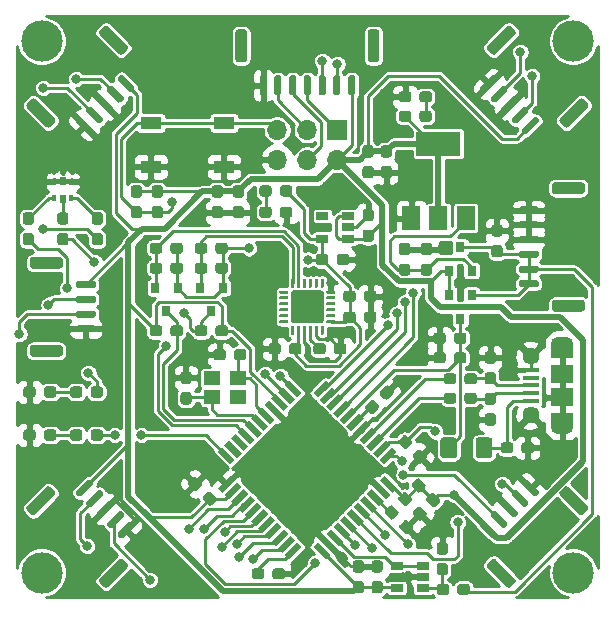
<source format=gbr>
G04 #@! TF.GenerationSoftware,KiCad,Pcbnew,(5.1.8)-1*
G04 #@! TF.CreationDate,2021-01-03T13:20:31-07:00*
G04 #@! TF.ProjectId,Flight-Controller-PCB,466c6967-6874-42d4-936f-6e74726f6c6c,rev?*
G04 #@! TF.SameCoordinates,Original*
G04 #@! TF.FileFunction,Copper,L1,Top*
G04 #@! TF.FilePolarity,Positive*
%FSLAX46Y46*%
G04 Gerber Fmt 4.6, Leading zero omitted, Abs format (unit mm)*
G04 Created by KiCad (PCBNEW (5.1.8)-1) date 2021-01-03 13:20:31*
%MOMM*%
%LPD*%
G01*
G04 APERTURE LIST*
G04 #@! TA.AperFunction,ComponentPad*
%ADD10C,3.500000*%
G04 #@! TD*
G04 #@! TA.AperFunction,SMDPad,CuDef*
%ADD11R,0.500000X0.700000*%
G04 #@! TD*
G04 #@! TA.AperFunction,SMDPad,CuDef*
%ADD12R,0.400000X0.550000*%
G04 #@! TD*
G04 #@! TA.AperFunction,ComponentPad*
%ADD13R,1.700000X1.700000*%
G04 #@! TD*
G04 #@! TA.AperFunction,ComponentPad*
%ADD14O,1.700000X1.700000*%
G04 #@! TD*
G04 #@! TA.AperFunction,SMDPad,CuDef*
%ADD15R,1.900000X1.500000*%
G04 #@! TD*
G04 #@! TA.AperFunction,ComponentPad*
%ADD16C,1.450000*%
G04 #@! TD*
G04 #@! TA.AperFunction,SMDPad,CuDef*
%ADD17R,1.350000X0.400000*%
G04 #@! TD*
G04 #@! TA.AperFunction,ComponentPad*
%ADD18O,1.900000X1.200000*%
G04 #@! TD*
G04 #@! TA.AperFunction,SMDPad,CuDef*
%ADD19R,1.900000X1.200000*%
G04 #@! TD*
G04 #@! TA.AperFunction,SMDPad,CuDef*
%ADD20R,0.800000X0.900000*%
G04 #@! TD*
G04 #@! TA.AperFunction,SMDPad,CuDef*
%ADD21R,1.800000X1.100000*%
G04 #@! TD*
G04 #@! TA.AperFunction,SMDPad,CuDef*
%ADD22R,1.060000X0.650000*%
G04 #@! TD*
G04 #@! TA.AperFunction,SMDPad,CuDef*
%ADD23C,0.100000*%
G04 #@! TD*
G04 #@! TA.AperFunction,SMDPad,CuDef*
%ADD24R,3.800000X2.000000*%
G04 #@! TD*
G04 #@! TA.AperFunction,SMDPad,CuDef*
%ADD25R,1.500000X2.000000*%
G04 #@! TD*
G04 #@! TA.AperFunction,SMDPad,CuDef*
%ADD26R,1.400000X1.150000*%
G04 #@! TD*
G04 #@! TA.AperFunction,ViaPad*
%ADD27C,0.800000*%
G04 #@! TD*
G04 #@! TA.AperFunction,Conductor*
%ADD28C,0.254000*%
G04 #@! TD*
G04 #@! TA.AperFunction,Conductor*
%ADD29C,0.508000*%
G04 #@! TD*
G04 #@! TA.AperFunction,Conductor*
%ADD30C,0.100000*%
G04 #@! TD*
G04 APERTURE END LIST*
D10*
X111402000Y-91798000D03*
X66398000Y-91798000D03*
X66398000Y-136800000D03*
X111402000Y-136800000D03*
G04 #@! TA.AperFunction,SMDPad,CuDef*
G36*
G01*
X94571166Y-137510000D02*
X95046166Y-137510000D01*
G75*
G02*
X95283666Y-137747500I0J-237500D01*
G01*
X95283666Y-138322500D01*
G75*
G02*
X95046166Y-138560000I-237500J0D01*
G01*
X94571166Y-138560000D01*
G75*
G02*
X94333666Y-138322500I0J237500D01*
G01*
X94333666Y-137747500D01*
G75*
G02*
X94571166Y-137510000I237500J0D01*
G01*
G37*
G04 #@! TD.AperFunction*
G04 #@! TA.AperFunction,SMDPad,CuDef*
G36*
G01*
X94571166Y-135760000D02*
X95046166Y-135760000D01*
G75*
G02*
X95283666Y-135997500I0J-237500D01*
G01*
X95283666Y-136572500D01*
G75*
G02*
X95046166Y-136810000I-237500J0D01*
G01*
X94571166Y-136810000D01*
G75*
G02*
X94333666Y-136572500I0J237500D01*
G01*
X94333666Y-135997500D01*
G75*
G02*
X94571166Y-135760000I237500J0D01*
G01*
G37*
G04 #@! TD.AperFunction*
G04 #@! TA.AperFunction,SMDPad,CuDef*
G36*
G01*
X92980500Y-135760000D02*
X93455500Y-135760000D01*
G75*
G02*
X93693000Y-135997500I0J-237500D01*
G01*
X93693000Y-136572500D01*
G75*
G02*
X93455500Y-136810000I-237500J0D01*
G01*
X92980500Y-136810000D01*
G75*
G02*
X92743000Y-136572500I0J237500D01*
G01*
X92743000Y-135997500D01*
G75*
G02*
X92980500Y-135760000I237500J0D01*
G01*
G37*
G04 #@! TD.AperFunction*
G04 #@! TA.AperFunction,SMDPad,CuDef*
G36*
G01*
X92980500Y-137510000D02*
X93455500Y-137510000D01*
G75*
G02*
X93693000Y-137747500I0J-237500D01*
G01*
X93693000Y-138322500D01*
G75*
G02*
X93455500Y-138560000I-237500J0D01*
G01*
X92980500Y-138560000D01*
G75*
G02*
X92743000Y-138322500I0J237500D01*
G01*
X92743000Y-137747500D01*
G75*
G02*
X92980500Y-137510000I237500J0D01*
G01*
G37*
G04 #@! TD.AperFunction*
G04 #@! TA.AperFunction,SMDPad,CuDef*
G36*
G01*
X88395000Y-117618500D02*
X88395000Y-118093500D01*
G75*
G02*
X88157500Y-118331000I-237500J0D01*
G01*
X87582500Y-118331000D01*
G75*
G02*
X87345000Y-118093500I0J237500D01*
G01*
X87345000Y-117618500D01*
G75*
G02*
X87582500Y-117381000I237500J0D01*
G01*
X88157500Y-117381000D01*
G75*
G02*
X88395000Y-117618500I0J-237500D01*
G01*
G37*
G04 #@! TD.AperFunction*
G04 #@! TA.AperFunction,SMDPad,CuDef*
G36*
G01*
X86645000Y-117618500D02*
X86645000Y-118093500D01*
G75*
G02*
X86407500Y-118331000I-237500J0D01*
G01*
X85832500Y-118331000D01*
G75*
G02*
X85595000Y-118093500I0J237500D01*
G01*
X85595000Y-117618500D01*
G75*
G02*
X85832500Y-117381000I237500J0D01*
G01*
X86407500Y-117381000D01*
G75*
G02*
X86645000Y-117618500I0J-237500D01*
G01*
G37*
G04 #@! TD.AperFunction*
G04 #@! TA.AperFunction,SMDPad,CuDef*
G36*
G01*
X91155000Y-118093500D02*
X91155000Y-117618500D01*
G75*
G02*
X91392500Y-117381000I237500J0D01*
G01*
X91967500Y-117381000D01*
G75*
G02*
X92205000Y-117618500I0J-237500D01*
G01*
X92205000Y-118093500D01*
G75*
G02*
X91967500Y-118331000I-237500J0D01*
G01*
X91392500Y-118331000D01*
G75*
G02*
X91155000Y-118093500I0J237500D01*
G01*
G37*
G04 #@! TD.AperFunction*
G04 #@! TA.AperFunction,SMDPad,CuDef*
G36*
G01*
X89405000Y-118093500D02*
X89405000Y-117618500D01*
G75*
G02*
X89642500Y-117381000I237500J0D01*
G01*
X90217500Y-117381000D01*
G75*
G02*
X90455000Y-117618500I0J-237500D01*
G01*
X90455000Y-118093500D01*
G75*
G02*
X90217500Y-118331000I-237500J0D01*
G01*
X89642500Y-118331000D01*
G75*
G02*
X89405000Y-118093500I0J237500D01*
G01*
G37*
G04 #@! TD.AperFunction*
G04 #@! TA.AperFunction,SMDPad,CuDef*
G36*
G01*
X91945000Y-115426500D02*
X91945000Y-114951500D01*
G75*
G02*
X92182500Y-114714000I237500J0D01*
G01*
X92757500Y-114714000D01*
G75*
G02*
X92995000Y-114951500I0J-237500D01*
G01*
X92995000Y-115426500D01*
G75*
G02*
X92757500Y-115664000I-237500J0D01*
G01*
X92182500Y-115664000D01*
G75*
G02*
X91945000Y-115426500I0J237500D01*
G01*
G37*
G04 #@! TD.AperFunction*
G04 #@! TA.AperFunction,SMDPad,CuDef*
G36*
G01*
X93695000Y-115426500D02*
X93695000Y-114951500D01*
G75*
G02*
X93932500Y-114714000I237500J0D01*
G01*
X94507500Y-114714000D01*
G75*
G02*
X94745000Y-114951500I0J-237500D01*
G01*
X94745000Y-115426500D01*
G75*
G02*
X94507500Y-115664000I-237500J0D01*
G01*
X93932500Y-115664000D01*
G75*
G02*
X93695000Y-115426500I0J237500D01*
G01*
G37*
G04 #@! TD.AperFunction*
G04 #@! TA.AperFunction,SMDPad,CuDef*
G36*
G01*
X92995000Y-113173500D02*
X92995000Y-113648500D01*
G75*
G02*
X92757500Y-113886000I-237500J0D01*
G01*
X92182500Y-113886000D01*
G75*
G02*
X91945000Y-113648500I0J237500D01*
G01*
X91945000Y-113173500D01*
G75*
G02*
X92182500Y-112936000I237500J0D01*
G01*
X92757500Y-112936000D01*
G75*
G02*
X92995000Y-113173500I0J-237500D01*
G01*
G37*
G04 #@! TD.AperFunction*
G04 #@! TA.AperFunction,SMDPad,CuDef*
G36*
G01*
X94745000Y-113173500D02*
X94745000Y-113648500D01*
G75*
G02*
X94507500Y-113886000I-237500J0D01*
G01*
X93932500Y-113886000D01*
G75*
G02*
X93695000Y-113648500I0J237500D01*
G01*
X93695000Y-113173500D01*
G75*
G02*
X93932500Y-112936000I237500J0D01*
G01*
X94507500Y-112936000D01*
G75*
G02*
X94745000Y-113173500I0J-237500D01*
G01*
G37*
G04 #@! TD.AperFunction*
G04 #@! TA.AperFunction,SMDPad,CuDef*
G36*
G01*
X78861716Y-122575949D02*
X78386716Y-122575949D01*
G75*
G02*
X78149216Y-122338449I0J237500D01*
G01*
X78149216Y-121763449D01*
G75*
G02*
X78386716Y-121525949I237500J0D01*
G01*
X78861716Y-121525949D01*
G75*
G02*
X79099216Y-121763449I0J-237500D01*
G01*
X79099216Y-122338449D01*
G75*
G02*
X78861716Y-122575949I-237500J0D01*
G01*
G37*
G04 #@! TD.AperFunction*
G04 #@! TA.AperFunction,SMDPad,CuDef*
G36*
G01*
X78861716Y-120825949D02*
X78386716Y-120825949D01*
G75*
G02*
X78149216Y-120588449I0J237500D01*
G01*
X78149216Y-120013449D01*
G75*
G02*
X78386716Y-119775949I237500J0D01*
G01*
X78861716Y-119775949D01*
G75*
G02*
X79099216Y-120013449I0J-237500D01*
G01*
X79099216Y-120588449D01*
G75*
G02*
X78861716Y-120825949I-237500J0D01*
G01*
G37*
G04 #@! TD.AperFunction*
G04 #@! TA.AperFunction,SMDPad,CuDef*
G36*
G01*
X82693214Y-118583449D02*
X82693214Y-118108449D01*
G75*
G02*
X82930714Y-117870949I237500J0D01*
G01*
X83505714Y-117870949D01*
G75*
G02*
X83743214Y-118108449I0J-237500D01*
G01*
X83743214Y-118583449D01*
G75*
G02*
X83505714Y-118820949I-237500J0D01*
G01*
X82930714Y-118820949D01*
G75*
G02*
X82693214Y-118583449I0J237500D01*
G01*
G37*
G04 #@! TD.AperFunction*
G04 #@! TA.AperFunction,SMDPad,CuDef*
G36*
G01*
X80943214Y-118583449D02*
X80943214Y-118108449D01*
G75*
G02*
X81180714Y-117870949I237500J0D01*
G01*
X81755714Y-117870949D01*
G75*
G02*
X81993214Y-118108449I0J-237500D01*
G01*
X81993214Y-118583449D01*
G75*
G02*
X81755714Y-118820949I-237500J0D01*
G01*
X81180714Y-118820949D01*
G75*
G02*
X80943214Y-118583449I0J237500D01*
G01*
G37*
G04 #@! TD.AperFunction*
G04 #@! TA.AperFunction,SMDPad,CuDef*
G36*
G01*
X96726549Y-132749425D02*
X97062425Y-132413549D01*
G75*
G02*
X97398301Y-132413549I167938J-167938D01*
G01*
X97804887Y-132820135D01*
G75*
G02*
X97804887Y-133156011I-167938J-167938D01*
G01*
X97469011Y-133491887D01*
G75*
G02*
X97133135Y-133491887I-167938J167938D01*
G01*
X96726549Y-133085301D01*
G75*
G02*
X96726549Y-132749425I167938J167938D01*
G01*
G37*
G04 #@! TD.AperFunction*
G04 #@! TA.AperFunction,SMDPad,CuDef*
G36*
G01*
X95489113Y-131511989D02*
X95824989Y-131176113D01*
G75*
G02*
X96160865Y-131176113I167938J-167938D01*
G01*
X96567451Y-131582699D01*
G75*
G02*
X96567451Y-131918575I-167938J-167938D01*
G01*
X96231575Y-132254451D01*
G75*
G02*
X95895699Y-132254451I-167938J167938D01*
G01*
X95489113Y-131847865D01*
G75*
G02*
X95489113Y-131511989I167938J167938D01*
G01*
G37*
G04 #@! TD.AperFunction*
G04 #@! TA.AperFunction,SMDPad,CuDef*
G36*
G01*
X94173989Y-123331887D02*
X93838113Y-122996011D01*
G75*
G02*
X93838113Y-122660135I167938J167938D01*
G01*
X94244699Y-122253549D01*
G75*
G02*
X94580575Y-122253549I167938J-167938D01*
G01*
X94916451Y-122589425D01*
G75*
G02*
X94916451Y-122925301I-167938J-167938D01*
G01*
X94509865Y-123331887D01*
G75*
G02*
X94173989Y-123331887I-167938J167938D01*
G01*
G37*
G04 #@! TD.AperFunction*
G04 #@! TA.AperFunction,SMDPad,CuDef*
G36*
G01*
X95411425Y-122094451D02*
X95075549Y-121758575D01*
G75*
G02*
X95075549Y-121422699I167938J167938D01*
G01*
X95482135Y-121016113D01*
G75*
G02*
X95818011Y-121016113I167938J-167938D01*
G01*
X96153887Y-121351989D01*
G75*
G02*
X96153887Y-121687865I-167938J-167938D01*
G01*
X95747301Y-122094451D01*
G75*
G02*
X95411425Y-122094451I-167938J167938D01*
G01*
G37*
G04 #@! TD.AperFunction*
G04 #@! TA.AperFunction,SMDPad,CuDef*
G36*
G01*
X81167887Y-130743011D02*
X80832011Y-131078887D01*
G75*
G02*
X80496135Y-131078887I-167938J167938D01*
G01*
X80089549Y-130672301D01*
G75*
G02*
X80089549Y-130336425I167938J167938D01*
G01*
X80425425Y-130000549D01*
G75*
G02*
X80761301Y-130000549I167938J-167938D01*
G01*
X81167887Y-130407135D01*
G75*
G02*
X81167887Y-130743011I-167938J-167938D01*
G01*
G37*
G04 #@! TD.AperFunction*
G04 #@! TA.AperFunction,SMDPad,CuDef*
G36*
G01*
X79930451Y-129505575D02*
X79594575Y-129841451D01*
G75*
G02*
X79258699Y-129841451I-167938J167938D01*
G01*
X78852113Y-129434865D01*
G75*
G02*
X78852113Y-129098989I167938J167938D01*
G01*
X79187989Y-128763113D01*
G75*
G02*
X79523865Y-128763113I167938J-167938D01*
G01*
X79930451Y-129169699D01*
G75*
G02*
X79930451Y-129505575I-167938J-167938D01*
G01*
G37*
G04 #@! TD.AperFunction*
G04 #@! TA.AperFunction,SMDPad,CuDef*
G36*
G01*
X97869549Y-131606425D02*
X98205425Y-131270549D01*
G75*
G02*
X98541301Y-131270549I167938J-167938D01*
G01*
X98947887Y-131677135D01*
G75*
G02*
X98947887Y-132013011I-167938J-167938D01*
G01*
X98612011Y-132348887D01*
G75*
G02*
X98276135Y-132348887I-167938J167938D01*
G01*
X97869549Y-131942301D01*
G75*
G02*
X97869549Y-131606425I167938J167938D01*
G01*
G37*
G04 #@! TD.AperFunction*
G04 #@! TA.AperFunction,SMDPad,CuDef*
G36*
G01*
X96632113Y-130368989D02*
X96967989Y-130033113D01*
G75*
G02*
X97303865Y-130033113I167938J-167938D01*
G01*
X97710451Y-130439699D01*
G75*
G02*
X97710451Y-130775575I-167938J-167938D01*
G01*
X97374575Y-131111451D01*
G75*
G02*
X97038699Y-131111451I-167938J167938D01*
G01*
X96632113Y-130704865D01*
G75*
G02*
X96632113Y-130368989I167938J167938D01*
G01*
G37*
G04 #@! TD.AperFunction*
G04 #@! TA.AperFunction,SMDPad,CuDef*
G36*
G01*
X82820500Y-104010000D02*
X83295500Y-104010000D01*
G75*
G02*
X83533000Y-104247500I0J-237500D01*
G01*
X83533000Y-104822500D01*
G75*
G02*
X83295500Y-105060000I-237500J0D01*
G01*
X82820500Y-105060000D01*
G75*
G02*
X82583000Y-104822500I0J237500D01*
G01*
X82583000Y-104247500D01*
G75*
G02*
X82820500Y-104010000I237500J0D01*
G01*
G37*
G04 #@! TD.AperFunction*
G04 #@! TA.AperFunction,SMDPad,CuDef*
G36*
G01*
X82820500Y-105760000D02*
X83295500Y-105760000D01*
G75*
G02*
X83533000Y-105997500I0J-237500D01*
G01*
X83533000Y-106572500D01*
G75*
G02*
X83295500Y-106810000I-237500J0D01*
G01*
X82820500Y-106810000D01*
G75*
G02*
X82583000Y-106572500I0J237500D01*
G01*
X82583000Y-105997500D01*
G75*
G02*
X82820500Y-105760000I237500J0D01*
G01*
G37*
G04 #@! TD.AperFunction*
G04 #@! TA.AperFunction,SMDPad,CuDef*
G36*
G01*
X81042500Y-105760000D02*
X81517500Y-105760000D01*
G75*
G02*
X81755000Y-105997500I0J-237500D01*
G01*
X81755000Y-106572500D01*
G75*
G02*
X81517500Y-106810000I-237500J0D01*
G01*
X81042500Y-106810000D01*
G75*
G02*
X80805000Y-106572500I0J237500D01*
G01*
X80805000Y-105997500D01*
G75*
G02*
X81042500Y-105760000I237500J0D01*
G01*
G37*
G04 #@! TD.AperFunction*
G04 #@! TA.AperFunction,SMDPad,CuDef*
G36*
G01*
X81042500Y-104010000D02*
X81517500Y-104010000D01*
G75*
G02*
X81755000Y-104247500I0J-237500D01*
G01*
X81755000Y-104822500D01*
G75*
G02*
X81517500Y-105060000I-237500J0D01*
G01*
X81042500Y-105060000D01*
G75*
G02*
X80805000Y-104822500I0J237500D01*
G01*
X80805000Y-104247500D01*
G75*
G02*
X81042500Y-104010000I237500J0D01*
G01*
G37*
G04 #@! TD.AperFunction*
G04 #@! TA.AperFunction,SMDPad,CuDef*
G36*
G01*
X100615000Y-116729500D02*
X100615000Y-117204500D01*
G75*
G02*
X100377500Y-117442000I-237500J0D01*
G01*
X99802500Y-117442000D01*
G75*
G02*
X99565000Y-117204500I0J237500D01*
G01*
X99565000Y-116729500D01*
G75*
G02*
X99802500Y-116492000I237500J0D01*
G01*
X100377500Y-116492000D01*
G75*
G02*
X100615000Y-116729500I0J-237500D01*
G01*
G37*
G04 #@! TD.AperFunction*
G04 #@! TA.AperFunction,SMDPad,CuDef*
G36*
G01*
X102365000Y-116729500D02*
X102365000Y-117204500D01*
G75*
G02*
X102127500Y-117442000I-237500J0D01*
G01*
X101552500Y-117442000D01*
G75*
G02*
X101315000Y-117204500I0J237500D01*
G01*
X101315000Y-116729500D01*
G75*
G02*
X101552500Y-116492000I237500J0D01*
G01*
X102127500Y-116492000D01*
G75*
G02*
X102365000Y-116729500I0J-237500D01*
G01*
G37*
G04 #@! TD.AperFunction*
G04 #@! TA.AperFunction,SMDPad,CuDef*
G36*
G01*
X99221500Y-109936000D02*
X98746500Y-109936000D01*
G75*
G02*
X98509000Y-109698500I0J237500D01*
G01*
X98509000Y-109123500D01*
G75*
G02*
X98746500Y-108886000I237500J0D01*
G01*
X99221500Y-108886000D01*
G75*
G02*
X99459000Y-109123500I0J-237500D01*
G01*
X99459000Y-109698500D01*
G75*
G02*
X99221500Y-109936000I-237500J0D01*
G01*
G37*
G04 #@! TD.AperFunction*
G04 #@! TA.AperFunction,SMDPad,CuDef*
G36*
G01*
X99221500Y-111686000D02*
X98746500Y-111686000D01*
G75*
G02*
X98509000Y-111448500I0J237500D01*
G01*
X98509000Y-110873500D01*
G75*
G02*
X98746500Y-110636000I237500J0D01*
G01*
X99221500Y-110636000D01*
G75*
G02*
X99459000Y-110873500I0J-237500D01*
G01*
X99459000Y-111448500D01*
G75*
G02*
X99221500Y-111686000I-237500J0D01*
G01*
G37*
G04 #@! TD.AperFunction*
G04 #@! TA.AperFunction,SMDPad,CuDef*
G36*
G01*
X97371500Y-109936000D02*
X96896500Y-109936000D01*
G75*
G02*
X96659000Y-109698500I0J237500D01*
G01*
X96659000Y-109123500D01*
G75*
G02*
X96896500Y-108886000I237500J0D01*
G01*
X97371500Y-108886000D01*
G75*
G02*
X97609000Y-109123500I0J-237500D01*
G01*
X97609000Y-109698500D01*
G75*
G02*
X97371500Y-109936000I-237500J0D01*
G01*
G37*
G04 #@! TD.AperFunction*
G04 #@! TA.AperFunction,SMDPad,CuDef*
G36*
G01*
X97371500Y-111686000D02*
X96896500Y-111686000D01*
G75*
G02*
X96659000Y-111448500I0J237500D01*
G01*
X96659000Y-110873500D01*
G75*
G02*
X96896500Y-110636000I237500J0D01*
G01*
X97371500Y-110636000D01*
G75*
G02*
X97609000Y-110873500I0J-237500D01*
G01*
X97609000Y-111448500D01*
G75*
G02*
X97371500Y-111686000I-237500J0D01*
G01*
G37*
G04 #@! TD.AperFunction*
G04 #@! TA.AperFunction,SMDPad,CuDef*
G36*
G01*
X94291000Y-108819000D02*
X93816000Y-108819000D01*
G75*
G02*
X93578500Y-108581500I0J237500D01*
G01*
X93578500Y-108006500D01*
G75*
G02*
X93816000Y-107769000I237500J0D01*
G01*
X94291000Y-107769000D01*
G75*
G02*
X94528500Y-108006500I0J-237500D01*
G01*
X94528500Y-108581500D01*
G75*
G02*
X94291000Y-108819000I-237500J0D01*
G01*
G37*
G04 #@! TD.AperFunction*
G04 #@! TA.AperFunction,SMDPad,CuDef*
G36*
G01*
X94291000Y-107069000D02*
X93816000Y-107069000D01*
G75*
G02*
X93578500Y-106831500I0J237500D01*
G01*
X93578500Y-106256500D01*
G75*
G02*
X93816000Y-106019000I237500J0D01*
G01*
X94291000Y-106019000D01*
G75*
G02*
X94528500Y-106256500I0J-237500D01*
G01*
X94528500Y-106831500D01*
G75*
G02*
X94291000Y-107069000I-237500J0D01*
G01*
G37*
G04 #@! TD.AperFunction*
G04 #@! TA.AperFunction,SMDPad,CuDef*
G36*
G01*
X93803833Y-100614000D02*
X94278833Y-100614000D01*
G75*
G02*
X94516333Y-100851500I0J-237500D01*
G01*
X94516333Y-101426500D01*
G75*
G02*
X94278833Y-101664000I-237500J0D01*
G01*
X93803833Y-101664000D01*
G75*
G02*
X93566333Y-101426500I0J237500D01*
G01*
X93566333Y-100851500D01*
G75*
G02*
X93803833Y-100614000I237500J0D01*
G01*
G37*
G04 #@! TD.AperFunction*
G04 #@! TA.AperFunction,SMDPad,CuDef*
G36*
G01*
X93803833Y-102364000D02*
X94278833Y-102364000D01*
G75*
G02*
X94516333Y-102601500I0J-237500D01*
G01*
X94516333Y-103176500D01*
G75*
G02*
X94278833Y-103414000I-237500J0D01*
G01*
X93803833Y-103414000D01*
G75*
G02*
X93566333Y-103176500I0J237500D01*
G01*
X93566333Y-102601500D01*
G75*
G02*
X93803833Y-102364000I237500J0D01*
G01*
G37*
G04 #@! TD.AperFunction*
G04 #@! TA.AperFunction,SMDPad,CuDef*
G36*
G01*
X107030000Y-126475500D02*
X107030000Y-126000500D01*
G75*
G02*
X107267500Y-125763000I237500J0D01*
G01*
X107842500Y-125763000D01*
G75*
G02*
X108080000Y-126000500I0J-237500D01*
G01*
X108080000Y-126475500D01*
G75*
G02*
X107842500Y-126713000I-237500J0D01*
G01*
X107267500Y-126713000D01*
G75*
G02*
X107030000Y-126475500I0J237500D01*
G01*
G37*
G04 #@! TD.AperFunction*
G04 #@! TA.AperFunction,SMDPad,CuDef*
G36*
G01*
X105280000Y-126475500D02*
X105280000Y-126000500D01*
G75*
G02*
X105517500Y-125763000I237500J0D01*
G01*
X106092500Y-125763000D01*
G75*
G02*
X106330000Y-126000500I0J-237500D01*
G01*
X106330000Y-126475500D01*
G75*
G02*
X106092500Y-126713000I-237500J0D01*
G01*
X105517500Y-126713000D01*
G75*
G02*
X105280000Y-126475500I0J237500D01*
G01*
G37*
G04 #@! TD.AperFunction*
G04 #@! TA.AperFunction,SMDPad,CuDef*
G36*
G01*
X95350166Y-100614000D02*
X95825166Y-100614000D01*
G75*
G02*
X96062666Y-100851500I0J-237500D01*
G01*
X96062666Y-101426500D01*
G75*
G02*
X95825166Y-101664000I-237500J0D01*
G01*
X95350166Y-101664000D01*
G75*
G02*
X95112666Y-101426500I0J237500D01*
G01*
X95112666Y-100851500D01*
G75*
G02*
X95350166Y-100614000I237500J0D01*
G01*
G37*
G04 #@! TD.AperFunction*
G04 #@! TA.AperFunction,SMDPad,CuDef*
G36*
G01*
X95350166Y-102364000D02*
X95825166Y-102364000D01*
G75*
G02*
X96062666Y-102601500I0J-237500D01*
G01*
X96062666Y-103176500D01*
G75*
G02*
X95825166Y-103414000I-237500J0D01*
G01*
X95350166Y-103414000D01*
G75*
G02*
X95112666Y-103176500I0J237500D01*
G01*
X95112666Y-102601500D01*
G75*
G02*
X95350166Y-102364000I237500J0D01*
G01*
G37*
G04 #@! TD.AperFunction*
G04 #@! TA.AperFunction,SMDPad,CuDef*
G36*
G01*
X89629500Y-110537000D02*
X89629500Y-110062000D01*
G75*
G02*
X89867000Y-109824500I237500J0D01*
G01*
X90442000Y-109824500D01*
G75*
G02*
X90679500Y-110062000I0J-237500D01*
G01*
X90679500Y-110537000D01*
G75*
G02*
X90442000Y-110774500I-237500J0D01*
G01*
X89867000Y-110774500D01*
G75*
G02*
X89629500Y-110537000I0J237500D01*
G01*
G37*
G04 #@! TD.AperFunction*
G04 #@! TA.AperFunction,SMDPad,CuDef*
G36*
G01*
X91379500Y-110537000D02*
X91379500Y-110062000D01*
G75*
G02*
X91617000Y-109824500I237500J0D01*
G01*
X92192000Y-109824500D01*
G75*
G02*
X92429500Y-110062000I0J-237500D01*
G01*
X92429500Y-110537000D01*
G75*
G02*
X92192000Y-110774500I-237500J0D01*
G01*
X91617000Y-110774500D01*
G75*
G02*
X91379500Y-110537000I0J237500D01*
G01*
G37*
G04 #@! TD.AperFunction*
D11*
X68201000Y-105144000D03*
D12*
X67476000Y-105069000D03*
D11*
X68201000Y-103644000D03*
D12*
X67476000Y-103719000D03*
X68926000Y-105069000D03*
X68926000Y-103719000D03*
G04 #@! TA.AperFunction,SMDPad,CuDef*
G36*
G01*
X98394000Y-96757500D02*
X98394000Y-96282500D01*
G75*
G02*
X98631500Y-96045000I237500J0D01*
G01*
X99206500Y-96045000D01*
G75*
G02*
X99444000Y-96282500I0J-237500D01*
G01*
X99444000Y-96757500D01*
G75*
G02*
X99206500Y-96995000I-237500J0D01*
G01*
X98631500Y-96995000D01*
G75*
G02*
X98394000Y-96757500I0J237500D01*
G01*
G37*
G04 #@! TD.AperFunction*
G04 #@! TA.AperFunction,SMDPad,CuDef*
G36*
G01*
X96644000Y-96757500D02*
X96644000Y-96282500D01*
G75*
G02*
X96881500Y-96045000I237500J0D01*
G01*
X97456500Y-96045000D01*
G75*
G02*
X97694000Y-96282500I0J-237500D01*
G01*
X97694000Y-96757500D01*
G75*
G02*
X97456500Y-96995000I-237500J0D01*
G01*
X96881500Y-96995000D01*
G75*
G02*
X96644000Y-96757500I0J237500D01*
G01*
G37*
G04 #@! TD.AperFunction*
G04 #@! TA.AperFunction,SMDPad,CuDef*
G36*
G01*
X87619000Y-106052500D02*
X87619000Y-106527500D01*
G75*
G02*
X87381500Y-106765000I-237500J0D01*
G01*
X86806500Y-106765000D01*
G75*
G02*
X86569000Y-106527500I0J237500D01*
G01*
X86569000Y-106052500D01*
G75*
G02*
X86806500Y-105815000I237500J0D01*
G01*
X87381500Y-105815000D01*
G75*
G02*
X87619000Y-106052500I0J-237500D01*
G01*
G37*
G04 #@! TD.AperFunction*
G04 #@! TA.AperFunction,SMDPad,CuDef*
G36*
G01*
X85869000Y-106052500D02*
X85869000Y-106527500D01*
G75*
G02*
X85631500Y-106765000I-237500J0D01*
G01*
X85056500Y-106765000D01*
G75*
G02*
X84819000Y-106527500I0J237500D01*
G01*
X84819000Y-106052500D01*
G75*
G02*
X85056500Y-105815000I237500J0D01*
G01*
X85631500Y-105815000D01*
G75*
G02*
X85869000Y-106052500I0J-237500D01*
G01*
G37*
G04 #@! TD.AperFunction*
G04 #@! TA.AperFunction,SMDPad,CuDef*
G36*
G01*
X74184500Y-105760000D02*
X74659500Y-105760000D01*
G75*
G02*
X74897000Y-105997500I0J-237500D01*
G01*
X74897000Y-106572500D01*
G75*
G02*
X74659500Y-106810000I-237500J0D01*
G01*
X74184500Y-106810000D01*
G75*
G02*
X73947000Y-106572500I0J237500D01*
G01*
X73947000Y-105997500D01*
G75*
G02*
X74184500Y-105760000I237500J0D01*
G01*
G37*
G04 #@! TD.AperFunction*
G04 #@! TA.AperFunction,SMDPad,CuDef*
G36*
G01*
X74184500Y-104010000D02*
X74659500Y-104010000D01*
G75*
G02*
X74897000Y-104247500I0J-237500D01*
G01*
X74897000Y-104822500D01*
G75*
G02*
X74659500Y-105060000I-237500J0D01*
G01*
X74184500Y-105060000D01*
G75*
G02*
X73947000Y-104822500I0J237500D01*
G01*
X73947000Y-104247500D01*
G75*
G02*
X74184500Y-104010000I237500J0D01*
G01*
G37*
G04 #@! TD.AperFunction*
G04 #@! TA.AperFunction,SMDPad,CuDef*
G36*
G01*
X64843000Y-121752841D02*
X64843000Y-121277841D01*
G75*
G02*
X65080500Y-121040341I237500J0D01*
G01*
X65655500Y-121040341D01*
G75*
G02*
X65893000Y-121277841I0J-237500D01*
G01*
X65893000Y-121752841D01*
G75*
G02*
X65655500Y-121990341I-237500J0D01*
G01*
X65080500Y-121990341D01*
G75*
G02*
X64843000Y-121752841I0J237500D01*
G01*
G37*
G04 #@! TD.AperFunction*
G04 #@! TA.AperFunction,SMDPad,CuDef*
G36*
G01*
X66593000Y-121752841D02*
X66593000Y-121277841D01*
G75*
G02*
X66830500Y-121040341I237500J0D01*
G01*
X67405500Y-121040341D01*
G75*
G02*
X67643000Y-121277841I0J-237500D01*
G01*
X67643000Y-121752841D01*
G75*
G02*
X67405500Y-121990341I-237500J0D01*
G01*
X66830500Y-121990341D01*
G75*
G02*
X66593000Y-121752841I0J237500D01*
G01*
G37*
G04 #@! TD.AperFunction*
G04 #@! TA.AperFunction,SMDPad,CuDef*
G36*
G01*
X66593000Y-125396000D02*
X66593000Y-124921000D01*
G75*
G02*
X66830500Y-124683500I237500J0D01*
G01*
X67405500Y-124683500D01*
G75*
G02*
X67643000Y-124921000I0J-237500D01*
G01*
X67643000Y-125396000D01*
G75*
G02*
X67405500Y-125633500I-237500J0D01*
G01*
X66830500Y-125633500D01*
G75*
G02*
X66593000Y-125396000I0J237500D01*
G01*
G37*
G04 #@! TD.AperFunction*
G04 #@! TA.AperFunction,SMDPad,CuDef*
G36*
G01*
X64843000Y-125396000D02*
X64843000Y-124921000D01*
G75*
G02*
X65080500Y-124683500I237500J0D01*
G01*
X65655500Y-124683500D01*
G75*
G02*
X65893000Y-124921000I0J-237500D01*
G01*
X65893000Y-125396000D01*
G75*
G02*
X65655500Y-125633500I-237500J0D01*
G01*
X65080500Y-125633500D01*
G75*
G02*
X64843000Y-125396000I0J237500D01*
G01*
G37*
G04 #@! TD.AperFunction*
G04 #@! TA.AperFunction,SMDPad,CuDef*
G36*
G01*
X104562000Y-125613000D02*
X104562000Y-126863000D01*
G75*
G02*
X104312000Y-127113000I-250000J0D01*
G01*
X103387000Y-127113000D01*
G75*
G02*
X103137000Y-126863000I0J250000D01*
G01*
X103137000Y-125613000D01*
G75*
G02*
X103387000Y-125363000I250000J0D01*
G01*
X104312000Y-125363000D01*
G75*
G02*
X104562000Y-125613000I0J-250000D01*
G01*
G37*
G04 #@! TD.AperFunction*
G04 #@! TA.AperFunction,SMDPad,CuDef*
G36*
G01*
X101587000Y-125613000D02*
X101587000Y-126863000D01*
G75*
G02*
X101337000Y-127113000I-250000J0D01*
G01*
X100412000Y-127113000D01*
G75*
G02*
X100162000Y-126863000I0J250000D01*
G01*
X100162000Y-125613000D01*
G75*
G02*
X100412000Y-125363000I250000J0D01*
G01*
X101337000Y-125363000D01*
G75*
G02*
X101587000Y-125613000I0J-250000D01*
G01*
G37*
G04 #@! TD.AperFunction*
G04 #@! TA.AperFunction,SMDPad,CuDef*
G36*
G01*
X72945584Y-92900862D02*
X71319239Y-91274517D01*
G75*
G02*
X71319239Y-90920963I176777J176777D01*
G01*
X71672792Y-90567410D01*
G75*
G02*
X72026346Y-90567410I176777J-176777D01*
G01*
X73652691Y-92193755D01*
G75*
G02*
X73652691Y-92547309I-176777J-176777D01*
G01*
X73299138Y-92900862D01*
G75*
G02*
X72945584Y-92900862I-176777J176777D01*
G01*
G37*
G04 #@! TD.AperFunction*
G04 #@! TA.AperFunction,SMDPad,CuDef*
G36*
G01*
X66793755Y-99052691D02*
X65167410Y-97426346D01*
G75*
G02*
X65167410Y-97072792I176777J176777D01*
G01*
X65520963Y-96719239D01*
G75*
G02*
X65874517Y-96719239I176777J-176777D01*
G01*
X67500862Y-98345584D01*
G75*
G02*
X67500862Y-98699138I-176777J-176777D01*
G01*
X67147309Y-99052691D01*
G75*
G02*
X66793755Y-99052691I-176777J176777D01*
G01*
G37*
G04 #@! TD.AperFunction*
G04 #@! TA.AperFunction,SMDPad,CuDef*
G36*
G01*
X73829468Y-96118198D02*
X72839518Y-95128248D01*
G75*
G02*
X72839518Y-94916116I106066J106066D01*
G01*
X73051650Y-94703984D01*
G75*
G02*
X73263782Y-94703984I106066J-106066D01*
G01*
X74253732Y-95693934D01*
G75*
G02*
X74253732Y-95906066I-106066J-106066D01*
G01*
X74041600Y-96118198D01*
G75*
G02*
X73829468Y-96118198I-106066J106066D01*
G01*
G37*
G04 #@! TD.AperFunction*
G04 #@! TA.AperFunction,SMDPad,CuDef*
G36*
G01*
X72945585Y-97002082D02*
X71955635Y-96012132D01*
G75*
G02*
X71955635Y-95800000I106066J106066D01*
G01*
X72167767Y-95587868D01*
G75*
G02*
X72379899Y-95587868I106066J-106066D01*
G01*
X73369849Y-96577818D01*
G75*
G02*
X73369849Y-96789950I-106066J-106066D01*
G01*
X73157717Y-97002082D01*
G75*
G02*
X72945585Y-97002082I-106066J106066D01*
G01*
G37*
G04 #@! TD.AperFunction*
G04 #@! TA.AperFunction,SMDPad,CuDef*
G36*
G01*
X72061701Y-97885965D02*
X71071751Y-96896015D01*
G75*
G02*
X71071751Y-96683883I106066J106066D01*
G01*
X71283883Y-96471751D01*
G75*
G02*
X71496015Y-96471751I106066J-106066D01*
G01*
X72485965Y-97461701D01*
G75*
G02*
X72485965Y-97673833I-106066J-106066D01*
G01*
X72273833Y-97885965D01*
G75*
G02*
X72061701Y-97885965I-106066J106066D01*
G01*
G37*
G04 #@! TD.AperFunction*
G04 #@! TA.AperFunction,SMDPad,CuDef*
G36*
G01*
X71177818Y-98769849D02*
X70187868Y-97779899D01*
G75*
G02*
X70187868Y-97567767I106066J106066D01*
G01*
X70400000Y-97355635D01*
G75*
G02*
X70612132Y-97355635I106066J-106066D01*
G01*
X71602082Y-98345585D01*
G75*
G02*
X71602082Y-98557717I-106066J-106066D01*
G01*
X71389950Y-98769849D01*
G75*
G02*
X71177818Y-98769849I-106066J106066D01*
G01*
G37*
G04 #@! TD.AperFunction*
G04 #@! TA.AperFunction,SMDPad,CuDef*
G36*
G01*
X70293934Y-99653732D02*
X69303984Y-98663782D01*
G75*
G02*
X69303984Y-98451650I106066J106066D01*
G01*
X69516116Y-98239518D01*
G75*
G02*
X69728248Y-98239518I106066J-106066D01*
G01*
X70718198Y-99229468D01*
G75*
G02*
X70718198Y-99441600I-106066J-106066D01*
G01*
X70506066Y-99653732D01*
G75*
G02*
X70293934Y-99653732I-106066J106066D01*
G01*
G37*
G04 #@! TD.AperFunction*
G04 #@! TA.AperFunction,SMDPad,CuDef*
G36*
G01*
X84850000Y-96246000D02*
X84850000Y-94846000D01*
G75*
G02*
X85000000Y-94696000I150000J0D01*
G01*
X85300000Y-94696000D01*
G75*
G02*
X85450000Y-94846000I0J-150000D01*
G01*
X85450000Y-96246000D01*
G75*
G02*
X85300000Y-96396000I-150000J0D01*
G01*
X85000000Y-96396000D01*
G75*
G02*
X84850000Y-96246000I0J150000D01*
G01*
G37*
G04 #@! TD.AperFunction*
G04 #@! TA.AperFunction,SMDPad,CuDef*
G36*
G01*
X86100000Y-96246000D02*
X86100000Y-94846000D01*
G75*
G02*
X86250000Y-94696000I150000J0D01*
G01*
X86550000Y-94696000D01*
G75*
G02*
X86700000Y-94846000I0J-150000D01*
G01*
X86700000Y-96246000D01*
G75*
G02*
X86550000Y-96396000I-150000J0D01*
G01*
X86250000Y-96396000D01*
G75*
G02*
X86100000Y-96246000I0J150000D01*
G01*
G37*
G04 #@! TD.AperFunction*
G04 #@! TA.AperFunction,SMDPad,CuDef*
G36*
G01*
X87350000Y-96246000D02*
X87350000Y-94846000D01*
G75*
G02*
X87500000Y-94696000I150000J0D01*
G01*
X87800000Y-94696000D01*
G75*
G02*
X87950000Y-94846000I0J-150000D01*
G01*
X87950000Y-96246000D01*
G75*
G02*
X87800000Y-96396000I-150000J0D01*
G01*
X87500000Y-96396000D01*
G75*
G02*
X87350000Y-96246000I0J150000D01*
G01*
G37*
G04 #@! TD.AperFunction*
G04 #@! TA.AperFunction,SMDPad,CuDef*
G36*
G01*
X88600000Y-96246000D02*
X88600000Y-94846000D01*
G75*
G02*
X88750000Y-94696000I150000J0D01*
G01*
X89050000Y-94696000D01*
G75*
G02*
X89200000Y-94846000I0J-150000D01*
G01*
X89200000Y-96246000D01*
G75*
G02*
X89050000Y-96396000I-150000J0D01*
G01*
X88750000Y-96396000D01*
G75*
G02*
X88600000Y-96246000I0J150000D01*
G01*
G37*
G04 #@! TD.AperFunction*
G04 #@! TA.AperFunction,SMDPad,CuDef*
G36*
G01*
X89850000Y-96246000D02*
X89850000Y-94846000D01*
G75*
G02*
X90000000Y-94696000I150000J0D01*
G01*
X90300000Y-94696000D01*
G75*
G02*
X90450000Y-94846000I0J-150000D01*
G01*
X90450000Y-96246000D01*
G75*
G02*
X90300000Y-96396000I-150000J0D01*
G01*
X90000000Y-96396000D01*
G75*
G02*
X89850000Y-96246000I0J150000D01*
G01*
G37*
G04 #@! TD.AperFunction*
G04 #@! TA.AperFunction,SMDPad,CuDef*
G36*
G01*
X91100000Y-96246000D02*
X91100000Y-94846000D01*
G75*
G02*
X91250000Y-94696000I150000J0D01*
G01*
X91550000Y-94696000D01*
G75*
G02*
X91700000Y-94846000I0J-150000D01*
G01*
X91700000Y-96246000D01*
G75*
G02*
X91550000Y-96396000I-150000J0D01*
G01*
X91250000Y-96396000D01*
G75*
G02*
X91100000Y-96246000I0J150000D01*
G01*
G37*
G04 #@! TD.AperFunction*
G04 #@! TA.AperFunction,SMDPad,CuDef*
G36*
G01*
X92350000Y-96246000D02*
X92350000Y-94846000D01*
G75*
G02*
X92500000Y-94696000I150000J0D01*
G01*
X92800000Y-94696000D01*
G75*
G02*
X92950000Y-94846000I0J-150000D01*
G01*
X92950000Y-96246000D01*
G75*
G02*
X92800000Y-96396000I-150000J0D01*
G01*
X92500000Y-96396000D01*
G75*
G02*
X92350000Y-96246000I0J150000D01*
G01*
G37*
G04 #@! TD.AperFunction*
G04 #@! TA.AperFunction,SMDPad,CuDef*
G36*
G01*
X82800000Y-93346000D02*
X82800000Y-91046000D01*
G75*
G02*
X83050000Y-90796000I250000J0D01*
G01*
X83550000Y-90796000D01*
G75*
G02*
X83800000Y-91046000I0J-250000D01*
G01*
X83800000Y-93346000D01*
G75*
G02*
X83550000Y-93596000I-250000J0D01*
G01*
X83050000Y-93596000D01*
G75*
G02*
X82800000Y-93346000I0J250000D01*
G01*
G37*
G04 #@! TD.AperFunction*
G04 #@! TA.AperFunction,SMDPad,CuDef*
G36*
G01*
X94000000Y-93346000D02*
X94000000Y-91046000D01*
G75*
G02*
X94250000Y-90796000I250000J0D01*
G01*
X94750000Y-90796000D01*
G75*
G02*
X95000000Y-91046000I0J-250000D01*
G01*
X95000000Y-93346000D01*
G75*
G02*
X94750000Y-93596000I-250000J0D01*
G01*
X94250000Y-93596000D01*
G75*
G02*
X94000000Y-93346000I0J250000D01*
G01*
G37*
G04 #@! TD.AperFunction*
G04 #@! TA.AperFunction,SMDPad,CuDef*
G36*
G01*
X103546268Y-95693934D02*
X104536218Y-94703984D01*
G75*
G02*
X104748350Y-94703984I106066J-106066D01*
G01*
X104960482Y-94916116D01*
G75*
G02*
X104960482Y-95128248I-106066J-106066D01*
G01*
X103970532Y-96118198D01*
G75*
G02*
X103758400Y-96118198I-106066J106066D01*
G01*
X103546268Y-95906066D01*
G75*
G02*
X103546268Y-95693934I106066J106066D01*
G01*
G37*
G04 #@! TD.AperFunction*
G04 #@! TA.AperFunction,SMDPad,CuDef*
G36*
G01*
X104430151Y-96577818D02*
X105420101Y-95587868D01*
G75*
G02*
X105632233Y-95587868I106066J-106066D01*
G01*
X105844365Y-95800000D01*
G75*
G02*
X105844365Y-96012132I-106066J-106066D01*
G01*
X104854415Y-97002082D01*
G75*
G02*
X104642283Y-97002082I-106066J106066D01*
G01*
X104430151Y-96789950D01*
G75*
G02*
X104430151Y-96577818I106066J106066D01*
G01*
G37*
G04 #@! TD.AperFunction*
G04 #@! TA.AperFunction,SMDPad,CuDef*
G36*
G01*
X105314035Y-97461701D02*
X106303985Y-96471751D01*
G75*
G02*
X106516117Y-96471751I106066J-106066D01*
G01*
X106728249Y-96683883D01*
G75*
G02*
X106728249Y-96896015I-106066J-106066D01*
G01*
X105738299Y-97885965D01*
G75*
G02*
X105526167Y-97885965I-106066J106066D01*
G01*
X105314035Y-97673833D01*
G75*
G02*
X105314035Y-97461701I106066J106066D01*
G01*
G37*
G04 #@! TD.AperFunction*
G04 #@! TA.AperFunction,SMDPad,CuDef*
G36*
G01*
X106197918Y-98345585D02*
X107187868Y-97355635D01*
G75*
G02*
X107400000Y-97355635I106066J-106066D01*
G01*
X107612132Y-97567767D01*
G75*
G02*
X107612132Y-97779899I-106066J-106066D01*
G01*
X106622182Y-98769849D01*
G75*
G02*
X106410050Y-98769849I-106066J106066D01*
G01*
X106197918Y-98557717D01*
G75*
G02*
X106197918Y-98345585I106066J106066D01*
G01*
G37*
G04 #@! TD.AperFunction*
G04 #@! TA.AperFunction,SMDPad,CuDef*
G36*
G01*
X107081802Y-99229468D02*
X108071752Y-98239518D01*
G75*
G02*
X108283884Y-98239518I106066J-106066D01*
G01*
X108496016Y-98451650D01*
G75*
G02*
X108496016Y-98663782I-106066J-106066D01*
G01*
X107506066Y-99653732D01*
G75*
G02*
X107293934Y-99653732I-106066J106066D01*
G01*
X107081802Y-99441600D01*
G75*
G02*
X107081802Y-99229468I106066J106066D01*
G01*
G37*
G04 #@! TD.AperFunction*
G04 #@! TA.AperFunction,SMDPad,CuDef*
G36*
G01*
X104147309Y-92193755D02*
X105773654Y-90567410D01*
G75*
G02*
X106127208Y-90567410I176777J-176777D01*
G01*
X106480761Y-90920963D01*
G75*
G02*
X106480761Y-91274517I-176777J-176777D01*
G01*
X104854416Y-92900862D01*
G75*
G02*
X104500862Y-92900862I-176777J176777D01*
G01*
X104147309Y-92547309D01*
G75*
G02*
X104147309Y-92193755I176777J176777D01*
G01*
G37*
G04 #@! TD.AperFunction*
G04 #@! TA.AperFunction,SMDPad,CuDef*
G36*
G01*
X110299138Y-98345584D02*
X111925483Y-96719239D01*
G75*
G02*
X112279037Y-96719239I176777J-176777D01*
G01*
X112632590Y-97072792D01*
G75*
G02*
X112632590Y-97426346I-176777J-176777D01*
G01*
X111006245Y-99052691D01*
G75*
G02*
X110652691Y-99052691I-176777J176777D01*
G01*
X110299138Y-98699138D01*
G75*
G02*
X110299138Y-98345584I176777J176777D01*
G01*
G37*
G04 #@! TD.AperFunction*
D13*
X91425000Y-99314000D03*
D14*
X91425000Y-101854000D03*
X88885000Y-99314000D03*
X88885000Y-101854000D03*
X86345000Y-99314000D03*
X86345000Y-101854000D03*
G04 #@! TA.AperFunction,SMDPad,CuDef*
G36*
G01*
X104854416Y-135699138D02*
X106480761Y-137325483D01*
G75*
G02*
X106480761Y-137679037I-176777J-176777D01*
G01*
X106127208Y-138032590D01*
G75*
G02*
X105773654Y-138032590I-176777J176777D01*
G01*
X104147309Y-136406245D01*
G75*
G02*
X104147309Y-136052691I176777J176777D01*
G01*
X104500862Y-135699138D01*
G75*
G02*
X104854416Y-135699138I176777J-176777D01*
G01*
G37*
G04 #@! TD.AperFunction*
G04 #@! TA.AperFunction,SMDPad,CuDef*
G36*
G01*
X111006245Y-129547309D02*
X112632590Y-131173654D01*
G75*
G02*
X112632590Y-131527208I-176777J-176777D01*
G01*
X112279037Y-131880761D01*
G75*
G02*
X111925483Y-131880761I-176777J176777D01*
G01*
X110299138Y-130254416D01*
G75*
G02*
X110299138Y-129900862I176777J176777D01*
G01*
X110652691Y-129547309D01*
G75*
G02*
X111006245Y-129547309I176777J-176777D01*
G01*
G37*
G04 #@! TD.AperFunction*
G04 #@! TA.AperFunction,SMDPad,CuDef*
G36*
G01*
X103970532Y-132481802D02*
X104960482Y-133471752D01*
G75*
G02*
X104960482Y-133683884I-106066J-106066D01*
G01*
X104748350Y-133896016D01*
G75*
G02*
X104536218Y-133896016I-106066J106066D01*
G01*
X103546268Y-132906066D01*
G75*
G02*
X103546268Y-132693934I106066J106066D01*
G01*
X103758400Y-132481802D01*
G75*
G02*
X103970532Y-132481802I106066J-106066D01*
G01*
G37*
G04 #@! TD.AperFunction*
G04 #@! TA.AperFunction,SMDPad,CuDef*
G36*
G01*
X104854415Y-131597918D02*
X105844365Y-132587868D01*
G75*
G02*
X105844365Y-132800000I-106066J-106066D01*
G01*
X105632233Y-133012132D01*
G75*
G02*
X105420101Y-133012132I-106066J106066D01*
G01*
X104430151Y-132022182D01*
G75*
G02*
X104430151Y-131810050I106066J106066D01*
G01*
X104642283Y-131597918D01*
G75*
G02*
X104854415Y-131597918I106066J-106066D01*
G01*
G37*
G04 #@! TD.AperFunction*
G04 #@! TA.AperFunction,SMDPad,CuDef*
G36*
G01*
X105738299Y-130714035D02*
X106728249Y-131703985D01*
G75*
G02*
X106728249Y-131916117I-106066J-106066D01*
G01*
X106516117Y-132128249D01*
G75*
G02*
X106303985Y-132128249I-106066J106066D01*
G01*
X105314035Y-131138299D01*
G75*
G02*
X105314035Y-130926167I106066J106066D01*
G01*
X105526167Y-130714035D01*
G75*
G02*
X105738299Y-130714035I106066J-106066D01*
G01*
G37*
G04 #@! TD.AperFunction*
G04 #@! TA.AperFunction,SMDPad,CuDef*
G36*
G01*
X106622182Y-129830151D02*
X107612132Y-130820101D01*
G75*
G02*
X107612132Y-131032233I-106066J-106066D01*
G01*
X107400000Y-131244365D01*
G75*
G02*
X107187868Y-131244365I-106066J106066D01*
G01*
X106197918Y-130254415D01*
G75*
G02*
X106197918Y-130042283I106066J106066D01*
G01*
X106410050Y-129830151D01*
G75*
G02*
X106622182Y-129830151I106066J-106066D01*
G01*
G37*
G04 #@! TD.AperFunction*
G04 #@! TA.AperFunction,SMDPad,CuDef*
G36*
G01*
X107506066Y-128946268D02*
X108496016Y-129936218D01*
G75*
G02*
X108496016Y-130148350I-106066J-106066D01*
G01*
X108283884Y-130360482D01*
G75*
G02*
X108071752Y-130360482I-106066J106066D01*
G01*
X107081802Y-129370532D01*
G75*
G02*
X107081802Y-129158400I106066J106066D01*
G01*
X107293934Y-128946268D01*
G75*
G02*
X107506066Y-128946268I106066J-106066D01*
G01*
G37*
G04 #@! TD.AperFunction*
G04 #@! TA.AperFunction,SMDPad,CuDef*
G36*
G01*
X70851000Y-116475000D02*
X69451000Y-116475000D01*
G75*
G02*
X69301000Y-116325000I0J150000D01*
G01*
X69301000Y-116025000D01*
G75*
G02*
X69451000Y-115875000I150000J0D01*
G01*
X70851000Y-115875000D01*
G75*
G02*
X71001000Y-116025000I0J-150000D01*
G01*
X71001000Y-116325000D01*
G75*
G02*
X70851000Y-116475000I-150000J0D01*
G01*
G37*
G04 #@! TD.AperFunction*
G04 #@! TA.AperFunction,SMDPad,CuDef*
G36*
G01*
X70851000Y-115225000D02*
X69451000Y-115225000D01*
G75*
G02*
X69301000Y-115075000I0J150000D01*
G01*
X69301000Y-114775000D01*
G75*
G02*
X69451000Y-114625000I150000J0D01*
G01*
X70851000Y-114625000D01*
G75*
G02*
X71001000Y-114775000I0J-150000D01*
G01*
X71001000Y-115075000D01*
G75*
G02*
X70851000Y-115225000I-150000J0D01*
G01*
G37*
G04 #@! TD.AperFunction*
G04 #@! TA.AperFunction,SMDPad,CuDef*
G36*
G01*
X70851000Y-113975000D02*
X69451000Y-113975000D01*
G75*
G02*
X69301000Y-113825000I0J150000D01*
G01*
X69301000Y-113525000D01*
G75*
G02*
X69451000Y-113375000I150000J0D01*
G01*
X70851000Y-113375000D01*
G75*
G02*
X71001000Y-113525000I0J-150000D01*
G01*
X71001000Y-113825000D01*
G75*
G02*
X70851000Y-113975000I-150000J0D01*
G01*
G37*
G04 #@! TD.AperFunction*
G04 #@! TA.AperFunction,SMDPad,CuDef*
G36*
G01*
X70851000Y-112725000D02*
X69451000Y-112725000D01*
G75*
G02*
X69301000Y-112575000I0J150000D01*
G01*
X69301000Y-112275000D01*
G75*
G02*
X69451000Y-112125000I150000J0D01*
G01*
X70851000Y-112125000D01*
G75*
G02*
X71001000Y-112275000I0J-150000D01*
G01*
X71001000Y-112575000D01*
G75*
G02*
X70851000Y-112725000I-150000J0D01*
G01*
G37*
G04 #@! TD.AperFunction*
G04 #@! TA.AperFunction,SMDPad,CuDef*
G36*
G01*
X67951000Y-118525000D02*
X65651000Y-118525000D01*
G75*
G02*
X65401000Y-118275000I0J250000D01*
G01*
X65401000Y-117775000D01*
G75*
G02*
X65651000Y-117525000I250000J0D01*
G01*
X67951000Y-117525000D01*
G75*
G02*
X68201000Y-117775000I0J-250000D01*
G01*
X68201000Y-118275000D01*
G75*
G02*
X67951000Y-118525000I-250000J0D01*
G01*
G37*
G04 #@! TD.AperFunction*
G04 #@! TA.AperFunction,SMDPad,CuDef*
G36*
G01*
X67951000Y-111075000D02*
X65651000Y-111075000D01*
G75*
G02*
X65401000Y-110825000I0J250000D01*
G01*
X65401000Y-110325000D01*
G75*
G02*
X65651000Y-110075000I250000J0D01*
G01*
X67951000Y-110075000D01*
G75*
G02*
X68201000Y-110325000I0J-250000D01*
G01*
X68201000Y-110825000D01*
G75*
G02*
X67951000Y-111075000I-250000J0D01*
G01*
G37*
G04 #@! TD.AperFunction*
G04 #@! TA.AperFunction,SMDPad,CuDef*
G36*
G01*
X74253732Y-132906066D02*
X73263782Y-133896016D01*
G75*
G02*
X73051650Y-133896016I-106066J106066D01*
G01*
X72839518Y-133683884D01*
G75*
G02*
X72839518Y-133471752I106066J106066D01*
G01*
X73829468Y-132481802D01*
G75*
G02*
X74041600Y-132481802I106066J-106066D01*
G01*
X74253732Y-132693934D01*
G75*
G02*
X74253732Y-132906066I-106066J-106066D01*
G01*
G37*
G04 #@! TD.AperFunction*
G04 #@! TA.AperFunction,SMDPad,CuDef*
G36*
G01*
X73369849Y-132022182D02*
X72379899Y-133012132D01*
G75*
G02*
X72167767Y-133012132I-106066J106066D01*
G01*
X71955635Y-132800000D01*
G75*
G02*
X71955635Y-132587868I106066J106066D01*
G01*
X72945585Y-131597918D01*
G75*
G02*
X73157717Y-131597918I106066J-106066D01*
G01*
X73369849Y-131810050D01*
G75*
G02*
X73369849Y-132022182I-106066J-106066D01*
G01*
G37*
G04 #@! TD.AperFunction*
G04 #@! TA.AperFunction,SMDPad,CuDef*
G36*
G01*
X72485965Y-131138299D02*
X71496015Y-132128249D01*
G75*
G02*
X71283883Y-132128249I-106066J106066D01*
G01*
X71071751Y-131916117D01*
G75*
G02*
X71071751Y-131703985I106066J106066D01*
G01*
X72061701Y-130714035D01*
G75*
G02*
X72273833Y-130714035I106066J-106066D01*
G01*
X72485965Y-130926167D01*
G75*
G02*
X72485965Y-131138299I-106066J-106066D01*
G01*
G37*
G04 #@! TD.AperFunction*
G04 #@! TA.AperFunction,SMDPad,CuDef*
G36*
G01*
X71602082Y-130254415D02*
X70612132Y-131244365D01*
G75*
G02*
X70400000Y-131244365I-106066J106066D01*
G01*
X70187868Y-131032233D01*
G75*
G02*
X70187868Y-130820101I106066J106066D01*
G01*
X71177818Y-129830151D01*
G75*
G02*
X71389950Y-129830151I106066J-106066D01*
G01*
X71602082Y-130042283D01*
G75*
G02*
X71602082Y-130254415I-106066J-106066D01*
G01*
G37*
G04 #@! TD.AperFunction*
G04 #@! TA.AperFunction,SMDPad,CuDef*
G36*
G01*
X70718198Y-129370532D02*
X69728248Y-130360482D01*
G75*
G02*
X69516116Y-130360482I-106066J106066D01*
G01*
X69303984Y-130148350D01*
G75*
G02*
X69303984Y-129936218I106066J106066D01*
G01*
X70293934Y-128946268D01*
G75*
G02*
X70506066Y-128946268I106066J-106066D01*
G01*
X70718198Y-129158400D01*
G75*
G02*
X70718198Y-129370532I-106066J-106066D01*
G01*
G37*
G04 #@! TD.AperFunction*
G04 #@! TA.AperFunction,SMDPad,CuDef*
G36*
G01*
X73652691Y-136406245D02*
X72026346Y-138032590D01*
G75*
G02*
X71672792Y-138032590I-176777J176777D01*
G01*
X71319239Y-137679037D01*
G75*
G02*
X71319239Y-137325483I176777J176777D01*
G01*
X72945584Y-135699138D01*
G75*
G02*
X73299138Y-135699138I176777J-176777D01*
G01*
X73652691Y-136052691D01*
G75*
G02*
X73652691Y-136406245I-176777J-176777D01*
G01*
G37*
G04 #@! TD.AperFunction*
G04 #@! TA.AperFunction,SMDPad,CuDef*
G36*
G01*
X67500862Y-130254416D02*
X65874517Y-131880761D01*
G75*
G02*
X65520963Y-131880761I-176777J176777D01*
G01*
X65167410Y-131527208D01*
G75*
G02*
X65167410Y-131173654I176777J176777D01*
G01*
X66793755Y-129547309D01*
G75*
G02*
X67147309Y-129547309I176777J-176777D01*
G01*
X67500862Y-129900862D01*
G75*
G02*
X67500862Y-130254416I-176777J-176777D01*
G01*
G37*
G04 #@! TD.AperFunction*
G04 #@! TA.AperFunction,SMDPad,CuDef*
G36*
G01*
X106947000Y-105807158D02*
X108347000Y-105807158D01*
G75*
G02*
X108497000Y-105957158I0J-150000D01*
G01*
X108497000Y-106257158D01*
G75*
G02*
X108347000Y-106407158I-150000J0D01*
G01*
X106947000Y-106407158D01*
G75*
G02*
X106797000Y-106257158I0J150000D01*
G01*
X106797000Y-105957158D01*
G75*
G02*
X106947000Y-105807158I150000J0D01*
G01*
G37*
G04 #@! TD.AperFunction*
G04 #@! TA.AperFunction,SMDPad,CuDef*
G36*
G01*
X106947000Y-107057158D02*
X108347000Y-107057158D01*
G75*
G02*
X108497000Y-107207158I0J-150000D01*
G01*
X108497000Y-107507158D01*
G75*
G02*
X108347000Y-107657158I-150000J0D01*
G01*
X106947000Y-107657158D01*
G75*
G02*
X106797000Y-107507158I0J150000D01*
G01*
X106797000Y-107207158D01*
G75*
G02*
X106947000Y-107057158I150000J0D01*
G01*
G37*
G04 #@! TD.AperFunction*
G04 #@! TA.AperFunction,SMDPad,CuDef*
G36*
G01*
X106947000Y-108307158D02*
X108347000Y-108307158D01*
G75*
G02*
X108497000Y-108457158I0J-150000D01*
G01*
X108497000Y-108757158D01*
G75*
G02*
X108347000Y-108907158I-150000J0D01*
G01*
X106947000Y-108907158D01*
G75*
G02*
X106797000Y-108757158I0J150000D01*
G01*
X106797000Y-108457158D01*
G75*
G02*
X106947000Y-108307158I150000J0D01*
G01*
G37*
G04 #@! TD.AperFunction*
G04 #@! TA.AperFunction,SMDPad,CuDef*
G36*
G01*
X106947000Y-109557158D02*
X108347000Y-109557158D01*
G75*
G02*
X108497000Y-109707158I0J-150000D01*
G01*
X108497000Y-110007158D01*
G75*
G02*
X108347000Y-110157158I-150000J0D01*
G01*
X106947000Y-110157158D01*
G75*
G02*
X106797000Y-110007158I0J150000D01*
G01*
X106797000Y-109707158D01*
G75*
G02*
X106947000Y-109557158I150000J0D01*
G01*
G37*
G04 #@! TD.AperFunction*
G04 #@! TA.AperFunction,SMDPad,CuDef*
G36*
G01*
X106947000Y-110807158D02*
X108347000Y-110807158D01*
G75*
G02*
X108497000Y-110957158I0J-150000D01*
G01*
X108497000Y-111257158D01*
G75*
G02*
X108347000Y-111407158I-150000J0D01*
G01*
X106947000Y-111407158D01*
G75*
G02*
X106797000Y-111257158I0J150000D01*
G01*
X106797000Y-110957158D01*
G75*
G02*
X106947000Y-110807158I150000J0D01*
G01*
G37*
G04 #@! TD.AperFunction*
G04 #@! TA.AperFunction,SMDPad,CuDef*
G36*
G01*
X106947000Y-112057158D02*
X108347000Y-112057158D01*
G75*
G02*
X108497000Y-112207158I0J-150000D01*
G01*
X108497000Y-112507158D01*
G75*
G02*
X108347000Y-112657158I-150000J0D01*
G01*
X106947000Y-112657158D01*
G75*
G02*
X106797000Y-112507158I0J150000D01*
G01*
X106797000Y-112207158D01*
G75*
G02*
X106947000Y-112057158I150000J0D01*
G01*
G37*
G04 #@! TD.AperFunction*
G04 #@! TA.AperFunction,SMDPad,CuDef*
G36*
G01*
X109847000Y-103757158D02*
X112147000Y-103757158D01*
G75*
G02*
X112397000Y-104007158I0J-250000D01*
G01*
X112397000Y-104507158D01*
G75*
G02*
X112147000Y-104757158I-250000J0D01*
G01*
X109847000Y-104757158D01*
G75*
G02*
X109597000Y-104507158I0J250000D01*
G01*
X109597000Y-104007158D01*
G75*
G02*
X109847000Y-103757158I250000J0D01*
G01*
G37*
G04 #@! TD.AperFunction*
G04 #@! TA.AperFunction,SMDPad,CuDef*
G36*
G01*
X109847000Y-113707158D02*
X112147000Y-113707158D01*
G75*
G02*
X112397000Y-113957158I0J-250000D01*
G01*
X112397000Y-114457158D01*
G75*
G02*
X112147000Y-114707158I-250000J0D01*
G01*
X109847000Y-114707158D01*
G75*
G02*
X109597000Y-114457158I0J250000D01*
G01*
X109597000Y-113957158D01*
G75*
G02*
X109847000Y-113707158I250000J0D01*
G01*
G37*
G04 #@! TD.AperFunction*
D15*
X110494500Y-119947842D03*
D16*
X107794500Y-123447842D03*
D17*
X107794500Y-121597842D03*
X107794500Y-122247842D03*
X107794500Y-119647842D03*
X107794500Y-120297842D03*
X107794500Y-120947842D03*
D16*
X107794500Y-118447842D03*
D15*
X110494500Y-121947842D03*
D18*
X110494500Y-124447842D03*
X110494500Y-117447842D03*
D19*
X110494500Y-118047842D03*
X110494500Y-123847842D03*
D20*
X77912000Y-112680332D03*
X76012000Y-112680332D03*
X76962000Y-114680332D03*
X80772000Y-114680332D03*
X79822000Y-112680332D03*
X81722000Y-112680332D03*
X101854000Y-115300000D03*
X100904000Y-113300000D03*
X102804000Y-113300000D03*
X100904000Y-111236000D03*
X102804000Y-111236000D03*
X101854000Y-109236000D03*
G04 #@! TA.AperFunction,SMDPad,CuDef*
G36*
G01*
X99850000Y-138467500D02*
X99850000Y-137992500D01*
G75*
G02*
X100087500Y-137755000I237500J0D01*
G01*
X100662500Y-137755000D01*
G75*
G02*
X100900000Y-137992500I0J-237500D01*
G01*
X100900000Y-138467500D01*
G75*
G02*
X100662500Y-138705000I-237500J0D01*
G01*
X100087500Y-138705000D01*
G75*
G02*
X99850000Y-138467500I0J237500D01*
G01*
G37*
G04 #@! TD.AperFunction*
G04 #@! TA.AperFunction,SMDPad,CuDef*
G36*
G01*
X101600000Y-138467500D02*
X101600000Y-137992500D01*
G75*
G02*
X101837500Y-137755000I237500J0D01*
G01*
X102412500Y-137755000D01*
G75*
G02*
X102650000Y-137992500I0J-237500D01*
G01*
X102650000Y-138467500D01*
G75*
G02*
X102412500Y-138705000I-237500J0D01*
G01*
X101837500Y-138705000D01*
G75*
G02*
X101600000Y-138467500I0J237500D01*
G01*
G37*
G04 #@! TD.AperFunction*
G04 #@! TA.AperFunction,SMDPad,CuDef*
G36*
G01*
X100092500Y-135986000D02*
X100567500Y-135986000D01*
G75*
G02*
X100805000Y-136223500I0J-237500D01*
G01*
X100805000Y-136798500D01*
G75*
G02*
X100567500Y-137036000I-237500J0D01*
G01*
X100092500Y-137036000D01*
G75*
G02*
X99855000Y-136798500I0J237500D01*
G01*
X99855000Y-136223500D01*
G75*
G02*
X100092500Y-135986000I237500J0D01*
G01*
G37*
G04 #@! TD.AperFunction*
G04 #@! TA.AperFunction,SMDPad,CuDef*
G36*
G01*
X100092500Y-134236000D02*
X100567500Y-134236000D01*
G75*
G02*
X100805000Y-134473500I0J-237500D01*
G01*
X100805000Y-135048500D01*
G75*
G02*
X100567500Y-135286000I-237500J0D01*
G01*
X100092500Y-135286000D01*
G75*
G02*
X99855000Y-135048500I0J237500D01*
G01*
X99855000Y-134473500D01*
G75*
G02*
X100092500Y-134236000I237500J0D01*
G01*
G37*
G04 #@! TD.AperFunction*
G04 #@! TA.AperFunction,SMDPad,CuDef*
G36*
G01*
X71357500Y-109096000D02*
X70882500Y-109096000D01*
G75*
G02*
X70645000Y-108858500I0J237500D01*
G01*
X70645000Y-108283500D01*
G75*
G02*
X70882500Y-108046000I237500J0D01*
G01*
X71357500Y-108046000D01*
G75*
G02*
X71595000Y-108283500I0J-237500D01*
G01*
X71595000Y-108858500D01*
G75*
G02*
X71357500Y-109096000I-237500J0D01*
G01*
G37*
G04 #@! TD.AperFunction*
G04 #@! TA.AperFunction,SMDPad,CuDef*
G36*
G01*
X71357500Y-107346000D02*
X70882500Y-107346000D01*
G75*
G02*
X70645000Y-107108500I0J237500D01*
G01*
X70645000Y-106533500D01*
G75*
G02*
X70882500Y-106296000I237500J0D01*
G01*
X71357500Y-106296000D01*
G75*
G02*
X71595000Y-106533500I0J-237500D01*
G01*
X71595000Y-107108500D01*
G75*
G02*
X71357500Y-107346000I-237500J0D01*
G01*
G37*
G04 #@! TD.AperFunction*
G04 #@! TA.AperFunction,SMDPad,CuDef*
G36*
G01*
X68438500Y-107346000D02*
X67963500Y-107346000D01*
G75*
G02*
X67726000Y-107108500I0J237500D01*
G01*
X67726000Y-106533500D01*
G75*
G02*
X67963500Y-106296000I237500J0D01*
G01*
X68438500Y-106296000D01*
G75*
G02*
X68676000Y-106533500I0J-237500D01*
G01*
X68676000Y-107108500D01*
G75*
G02*
X68438500Y-107346000I-237500J0D01*
G01*
G37*
G04 #@! TD.AperFunction*
G04 #@! TA.AperFunction,SMDPad,CuDef*
G36*
G01*
X68438500Y-109096000D02*
X67963500Y-109096000D01*
G75*
G02*
X67726000Y-108858500I0J237500D01*
G01*
X67726000Y-108283500D01*
G75*
G02*
X67963500Y-108046000I237500J0D01*
G01*
X68438500Y-108046000D01*
G75*
G02*
X68676000Y-108283500I0J-237500D01*
G01*
X68676000Y-108858500D01*
G75*
G02*
X68438500Y-109096000I-237500J0D01*
G01*
G37*
G04 #@! TD.AperFunction*
G04 #@! TA.AperFunction,SMDPad,CuDef*
G36*
G01*
X65515500Y-109096000D02*
X65040500Y-109096000D01*
G75*
G02*
X64803000Y-108858500I0J237500D01*
G01*
X64803000Y-108283500D01*
G75*
G02*
X65040500Y-108046000I237500J0D01*
G01*
X65515500Y-108046000D01*
G75*
G02*
X65753000Y-108283500I0J-237500D01*
G01*
X65753000Y-108858500D01*
G75*
G02*
X65515500Y-109096000I-237500J0D01*
G01*
G37*
G04 #@! TD.AperFunction*
G04 #@! TA.AperFunction,SMDPad,CuDef*
G36*
G01*
X65515500Y-107346000D02*
X65040500Y-107346000D01*
G75*
G02*
X64803000Y-107108500I0J237500D01*
G01*
X64803000Y-106533500D01*
G75*
G02*
X65040500Y-106296000I237500J0D01*
G01*
X65515500Y-106296000D01*
G75*
G02*
X65753000Y-106533500I0J-237500D01*
G01*
X65753000Y-107108500D01*
G75*
G02*
X65515500Y-107346000I-237500J0D01*
G01*
G37*
G04 #@! TD.AperFunction*
G04 #@! TA.AperFunction,SMDPad,CuDef*
G36*
G01*
X96644000Y-98408500D02*
X96644000Y-97933500D01*
G75*
G02*
X96881500Y-97696000I237500J0D01*
G01*
X97456500Y-97696000D01*
G75*
G02*
X97694000Y-97933500I0J-237500D01*
G01*
X97694000Y-98408500D01*
G75*
G02*
X97456500Y-98646000I-237500J0D01*
G01*
X96881500Y-98646000D01*
G75*
G02*
X96644000Y-98408500I0J237500D01*
G01*
G37*
G04 #@! TD.AperFunction*
G04 #@! TA.AperFunction,SMDPad,CuDef*
G36*
G01*
X98394000Y-98408500D02*
X98394000Y-97933500D01*
G75*
G02*
X98631500Y-97696000I237500J0D01*
G01*
X99206500Y-97696000D01*
G75*
G02*
X99444000Y-97933500I0J-237500D01*
G01*
X99444000Y-98408500D01*
G75*
G02*
X99206500Y-98646000I-237500J0D01*
G01*
X98631500Y-98646000D01*
G75*
G02*
X98394000Y-98408500I0J237500D01*
G01*
G37*
G04 #@! TD.AperFunction*
G04 #@! TA.AperFunction,SMDPad,CuDef*
G36*
G01*
X85883000Y-104252500D02*
X85883000Y-104727500D01*
G75*
G02*
X85645500Y-104965000I-237500J0D01*
G01*
X85070500Y-104965000D01*
G75*
G02*
X84833000Y-104727500I0J237500D01*
G01*
X84833000Y-104252500D01*
G75*
G02*
X85070500Y-104015000I237500J0D01*
G01*
X85645500Y-104015000D01*
G75*
G02*
X85883000Y-104252500I0J-237500D01*
G01*
G37*
G04 #@! TD.AperFunction*
G04 #@! TA.AperFunction,SMDPad,CuDef*
G36*
G01*
X87633000Y-104252500D02*
X87633000Y-104727500D01*
G75*
G02*
X87395500Y-104965000I-237500J0D01*
G01*
X86820500Y-104965000D01*
G75*
G02*
X86583000Y-104727500I0J237500D01*
G01*
X86583000Y-104252500D01*
G75*
G02*
X86820500Y-104015000I237500J0D01*
G01*
X87395500Y-104015000D01*
G75*
G02*
X87633000Y-104252500I0J-237500D01*
G01*
G37*
G04 #@! TD.AperFunction*
G04 #@! TA.AperFunction,SMDPad,CuDef*
G36*
G01*
X75562000Y-109584500D02*
X75562000Y-109109500D01*
G75*
G02*
X75799500Y-108872000I237500J0D01*
G01*
X76374500Y-108872000D01*
G75*
G02*
X76612000Y-109109500I0J-237500D01*
G01*
X76612000Y-109584500D01*
G75*
G02*
X76374500Y-109822000I-237500J0D01*
G01*
X75799500Y-109822000D01*
G75*
G02*
X75562000Y-109584500I0J237500D01*
G01*
G37*
G04 #@! TD.AperFunction*
G04 #@! TA.AperFunction,SMDPad,CuDef*
G36*
G01*
X77312000Y-109584500D02*
X77312000Y-109109500D01*
G75*
G02*
X77549500Y-108872000I237500J0D01*
G01*
X78124500Y-108872000D01*
G75*
G02*
X78362000Y-109109500I0J-237500D01*
G01*
X78362000Y-109584500D01*
G75*
G02*
X78124500Y-109822000I-237500J0D01*
G01*
X77549500Y-109822000D01*
G75*
G02*
X77312000Y-109584500I0J237500D01*
G01*
G37*
G04 #@! TD.AperFunction*
G04 #@! TA.AperFunction,SMDPad,CuDef*
G36*
G01*
X77312000Y-111266166D02*
X77312000Y-110791166D01*
G75*
G02*
X77549500Y-110553666I237500J0D01*
G01*
X78124500Y-110553666D01*
G75*
G02*
X78362000Y-110791166I0J-237500D01*
G01*
X78362000Y-111266166D01*
G75*
G02*
X78124500Y-111503666I-237500J0D01*
G01*
X77549500Y-111503666D01*
G75*
G02*
X77312000Y-111266166I0J237500D01*
G01*
G37*
G04 #@! TD.AperFunction*
G04 #@! TA.AperFunction,SMDPad,CuDef*
G36*
G01*
X75562000Y-111266166D02*
X75562000Y-110791166D01*
G75*
G02*
X75799500Y-110553666I237500J0D01*
G01*
X76374500Y-110553666D01*
G75*
G02*
X76612000Y-110791166I0J-237500D01*
G01*
X76612000Y-111266166D01*
G75*
G02*
X76374500Y-111503666I-237500J0D01*
G01*
X75799500Y-111503666D01*
G75*
G02*
X75562000Y-111266166I0J237500D01*
G01*
G37*
G04 #@! TD.AperFunction*
G04 #@! TA.AperFunction,SMDPad,CuDef*
G36*
G01*
X78362000Y-116094500D02*
X78362000Y-116569500D01*
G75*
G02*
X78124500Y-116807000I-237500J0D01*
G01*
X77549500Y-116807000D01*
G75*
G02*
X77312000Y-116569500I0J237500D01*
G01*
X77312000Y-116094500D01*
G75*
G02*
X77549500Y-115857000I237500J0D01*
G01*
X78124500Y-115857000D01*
G75*
G02*
X78362000Y-116094500I0J-237500D01*
G01*
G37*
G04 #@! TD.AperFunction*
G04 #@! TA.AperFunction,SMDPad,CuDef*
G36*
G01*
X76612000Y-116094500D02*
X76612000Y-116569500D01*
G75*
G02*
X76374500Y-116807000I-237500J0D01*
G01*
X75799500Y-116807000D01*
G75*
G02*
X75562000Y-116569500I0J237500D01*
G01*
X75562000Y-116094500D01*
G75*
G02*
X75799500Y-115857000I237500J0D01*
G01*
X76374500Y-115857000D01*
G75*
G02*
X76612000Y-116094500I0J-237500D01*
G01*
G37*
G04 #@! TD.AperFunction*
G04 #@! TA.AperFunction,SMDPad,CuDef*
G36*
G01*
X81122000Y-109584500D02*
X81122000Y-109109500D01*
G75*
G02*
X81359500Y-108872000I237500J0D01*
G01*
X81934500Y-108872000D01*
G75*
G02*
X82172000Y-109109500I0J-237500D01*
G01*
X82172000Y-109584500D01*
G75*
G02*
X81934500Y-109822000I-237500J0D01*
G01*
X81359500Y-109822000D01*
G75*
G02*
X81122000Y-109584500I0J237500D01*
G01*
G37*
G04 #@! TD.AperFunction*
G04 #@! TA.AperFunction,SMDPad,CuDef*
G36*
G01*
X79372000Y-109584500D02*
X79372000Y-109109500D01*
G75*
G02*
X79609500Y-108872000I237500J0D01*
G01*
X80184500Y-108872000D01*
G75*
G02*
X80422000Y-109109500I0J-237500D01*
G01*
X80422000Y-109584500D01*
G75*
G02*
X80184500Y-109822000I-237500J0D01*
G01*
X79609500Y-109822000D01*
G75*
G02*
X79372000Y-109584500I0J237500D01*
G01*
G37*
G04 #@! TD.AperFunction*
G04 #@! TA.AperFunction,SMDPad,CuDef*
G36*
G01*
X79372000Y-111266166D02*
X79372000Y-110791166D01*
G75*
G02*
X79609500Y-110553666I237500J0D01*
G01*
X80184500Y-110553666D01*
G75*
G02*
X80422000Y-110791166I0J-237500D01*
G01*
X80422000Y-111266166D01*
G75*
G02*
X80184500Y-111503666I-237500J0D01*
G01*
X79609500Y-111503666D01*
G75*
G02*
X79372000Y-111266166I0J237500D01*
G01*
G37*
G04 #@! TD.AperFunction*
G04 #@! TA.AperFunction,SMDPad,CuDef*
G36*
G01*
X81122000Y-111266166D02*
X81122000Y-110791166D01*
G75*
G02*
X81359500Y-110553666I237500J0D01*
G01*
X81934500Y-110553666D01*
G75*
G02*
X82172000Y-110791166I0J-237500D01*
G01*
X82172000Y-111266166D01*
G75*
G02*
X81934500Y-111503666I-237500J0D01*
G01*
X81359500Y-111503666D01*
G75*
G02*
X81122000Y-111266166I0J237500D01*
G01*
G37*
G04 #@! TD.AperFunction*
G04 #@! TA.AperFunction,SMDPad,CuDef*
G36*
G01*
X81122000Y-116569500D02*
X81122000Y-116094500D01*
G75*
G02*
X81359500Y-115857000I237500J0D01*
G01*
X81934500Y-115857000D01*
G75*
G02*
X82172000Y-116094500I0J-237500D01*
G01*
X82172000Y-116569500D01*
G75*
G02*
X81934500Y-116807000I-237500J0D01*
G01*
X81359500Y-116807000D01*
G75*
G02*
X81122000Y-116569500I0J237500D01*
G01*
G37*
G04 #@! TD.AperFunction*
G04 #@! TA.AperFunction,SMDPad,CuDef*
G36*
G01*
X79372000Y-116569500D02*
X79372000Y-116094500D01*
G75*
G02*
X79609500Y-115857000I237500J0D01*
G01*
X80184500Y-115857000D01*
G75*
G02*
X80422000Y-116094500I0J-237500D01*
G01*
X80422000Y-116569500D01*
G75*
G02*
X80184500Y-116807000I-237500J0D01*
G01*
X79609500Y-116807000D01*
G75*
G02*
X79372000Y-116569500I0J237500D01*
G01*
G37*
G04 #@! TD.AperFunction*
G04 #@! TA.AperFunction,SMDPad,CuDef*
G36*
G01*
X76437500Y-105060000D02*
X75962500Y-105060000D01*
G75*
G02*
X75725000Y-104822500I0J237500D01*
G01*
X75725000Y-104247500D01*
G75*
G02*
X75962500Y-104010000I237500J0D01*
G01*
X76437500Y-104010000D01*
G75*
G02*
X76675000Y-104247500I0J-237500D01*
G01*
X76675000Y-104822500D01*
G75*
G02*
X76437500Y-105060000I-237500J0D01*
G01*
G37*
G04 #@! TD.AperFunction*
G04 #@! TA.AperFunction,SMDPad,CuDef*
G36*
G01*
X76437500Y-106810000D02*
X75962500Y-106810000D01*
G75*
G02*
X75725000Y-106572500I0J237500D01*
G01*
X75725000Y-105997500D01*
G75*
G02*
X75962500Y-105760000I237500J0D01*
G01*
X76437500Y-105760000D01*
G75*
G02*
X76675000Y-105997500I0J-237500D01*
G01*
X76675000Y-106572500D01*
G75*
G02*
X76437500Y-106810000I-237500J0D01*
G01*
G37*
G04 #@! TD.AperFunction*
G04 #@! TA.AperFunction,SMDPad,CuDef*
G36*
G01*
X71600000Y-121277841D02*
X71600000Y-121752841D01*
G75*
G02*
X71362500Y-121990341I-237500J0D01*
G01*
X70787500Y-121990341D01*
G75*
G02*
X70550000Y-121752841I0J237500D01*
G01*
X70550000Y-121277841D01*
G75*
G02*
X70787500Y-121040341I237500J0D01*
G01*
X71362500Y-121040341D01*
G75*
G02*
X71600000Y-121277841I0J-237500D01*
G01*
G37*
G04 #@! TD.AperFunction*
G04 #@! TA.AperFunction,SMDPad,CuDef*
G36*
G01*
X69850000Y-121277841D02*
X69850000Y-121752841D01*
G75*
G02*
X69612500Y-121990341I-237500J0D01*
G01*
X69037500Y-121990341D01*
G75*
G02*
X68800000Y-121752841I0J237500D01*
G01*
X68800000Y-121277841D01*
G75*
G02*
X69037500Y-121040341I237500J0D01*
G01*
X69612500Y-121040341D01*
G75*
G02*
X69850000Y-121277841I0J-237500D01*
G01*
G37*
G04 #@! TD.AperFunction*
G04 #@! TA.AperFunction,SMDPad,CuDef*
G36*
G01*
X69850000Y-124921000D02*
X69850000Y-125396000D01*
G75*
G02*
X69612500Y-125633500I-237500J0D01*
G01*
X69037500Y-125633500D01*
G75*
G02*
X68800000Y-125396000I0J237500D01*
G01*
X68800000Y-124921000D01*
G75*
G02*
X69037500Y-124683500I237500J0D01*
G01*
X69612500Y-124683500D01*
G75*
G02*
X69850000Y-124921000I0J-237500D01*
G01*
G37*
G04 #@! TD.AperFunction*
G04 #@! TA.AperFunction,SMDPad,CuDef*
G36*
G01*
X71600000Y-124921000D02*
X71600000Y-125396000D01*
G75*
G02*
X71362500Y-125633500I-237500J0D01*
G01*
X70787500Y-125633500D01*
G75*
G02*
X70550000Y-125396000I0J237500D01*
G01*
X70550000Y-124921000D01*
G75*
G02*
X70787500Y-124683500I237500J0D01*
G01*
X71362500Y-124683500D01*
G75*
G02*
X71600000Y-124921000I0J-237500D01*
G01*
G37*
G04 #@! TD.AperFunction*
G04 #@! TA.AperFunction,SMDPad,CuDef*
G36*
G01*
X84198000Y-137143500D02*
X84198000Y-136668500D01*
G75*
G02*
X84435500Y-136431000I237500J0D01*
G01*
X85010500Y-136431000D01*
G75*
G02*
X85248000Y-136668500I0J-237500D01*
G01*
X85248000Y-137143500D01*
G75*
G02*
X85010500Y-137381000I-237500J0D01*
G01*
X84435500Y-137381000D01*
G75*
G02*
X84198000Y-137143500I0J237500D01*
G01*
G37*
G04 #@! TD.AperFunction*
G04 #@! TA.AperFunction,SMDPad,CuDef*
G36*
G01*
X85948000Y-137143500D02*
X85948000Y-136668500D01*
G75*
G02*
X86185500Y-136431000I237500J0D01*
G01*
X86760500Y-136431000D01*
G75*
G02*
X86998000Y-136668500I0J-237500D01*
G01*
X86998000Y-137143500D01*
G75*
G02*
X86760500Y-137381000I-237500J0D01*
G01*
X86185500Y-137381000D01*
G75*
G02*
X85948000Y-137143500I0J237500D01*
G01*
G37*
G04 #@! TD.AperFunction*
G04 #@! TA.AperFunction,SMDPad,CuDef*
G36*
G01*
X104713000Y-107312000D02*
X105188000Y-107312000D01*
G75*
G02*
X105425500Y-107549500I0J-237500D01*
G01*
X105425500Y-108124500D01*
G75*
G02*
X105188000Y-108362000I-237500J0D01*
G01*
X104713000Y-108362000D01*
G75*
G02*
X104475500Y-108124500I0J237500D01*
G01*
X104475500Y-107549500D01*
G75*
G02*
X104713000Y-107312000I237500J0D01*
G01*
G37*
G04 #@! TD.AperFunction*
G04 #@! TA.AperFunction,SMDPad,CuDef*
G36*
G01*
X104713000Y-109062000D02*
X105188000Y-109062000D01*
G75*
G02*
X105425500Y-109299500I0J-237500D01*
G01*
X105425500Y-109874500D01*
G75*
G02*
X105188000Y-110112000I-237500J0D01*
G01*
X104713000Y-110112000D01*
G75*
G02*
X104475500Y-109874500I0J237500D01*
G01*
X104475500Y-109299500D01*
G75*
G02*
X104713000Y-109062000I237500J0D01*
G01*
G37*
G04 #@! TD.AperFunction*
G04 #@! TA.AperFunction,SMDPad,CuDef*
G36*
G01*
X101315000Y-118855500D02*
X101315000Y-118380500D01*
G75*
G02*
X101552500Y-118143000I237500J0D01*
G01*
X102127500Y-118143000D01*
G75*
G02*
X102365000Y-118380500I0J-237500D01*
G01*
X102365000Y-118855500D01*
G75*
G02*
X102127500Y-119093000I-237500J0D01*
G01*
X101552500Y-119093000D01*
G75*
G02*
X101315000Y-118855500I0J237500D01*
G01*
G37*
G04 #@! TD.AperFunction*
G04 #@! TA.AperFunction,SMDPad,CuDef*
G36*
G01*
X99565000Y-118855500D02*
X99565000Y-118380500D01*
G75*
G02*
X99802500Y-118143000I237500J0D01*
G01*
X100377500Y-118143000D01*
G75*
G02*
X100615000Y-118380500I0J-237500D01*
G01*
X100615000Y-118855500D01*
G75*
G02*
X100377500Y-119093000I-237500J0D01*
G01*
X99802500Y-119093000D01*
G75*
G02*
X99565000Y-118855500I0J237500D01*
G01*
G37*
G04 #@! TD.AperFunction*
G04 #@! TA.AperFunction,SMDPad,CuDef*
G36*
G01*
X101504000Y-120158500D02*
X101504000Y-120633500D01*
G75*
G02*
X101266500Y-120871000I-237500J0D01*
G01*
X100691500Y-120871000D01*
G75*
G02*
X100454000Y-120633500I0J237500D01*
G01*
X100454000Y-120158500D01*
G75*
G02*
X100691500Y-119921000I237500J0D01*
G01*
X101266500Y-119921000D01*
G75*
G02*
X101504000Y-120158500I0J-237500D01*
G01*
G37*
G04 #@! TD.AperFunction*
G04 #@! TA.AperFunction,SMDPad,CuDef*
G36*
G01*
X103254000Y-120158500D02*
X103254000Y-120633500D01*
G75*
G02*
X103016500Y-120871000I-237500J0D01*
G01*
X102441500Y-120871000D01*
G75*
G02*
X102204000Y-120633500I0J237500D01*
G01*
X102204000Y-120158500D01*
G75*
G02*
X102441500Y-119921000I237500J0D01*
G01*
X103016500Y-119921000D01*
G75*
G02*
X103254000Y-120158500I0J-237500D01*
G01*
G37*
G04 #@! TD.AperFunction*
G04 #@! TA.AperFunction,SMDPad,CuDef*
G36*
G01*
X100454000Y-122284500D02*
X100454000Y-121809500D01*
G75*
G02*
X100691500Y-121572000I237500J0D01*
G01*
X101266500Y-121572000D01*
G75*
G02*
X101504000Y-121809500I0J-237500D01*
G01*
X101504000Y-122284500D01*
G75*
G02*
X101266500Y-122522000I-237500J0D01*
G01*
X100691500Y-122522000D01*
G75*
G02*
X100454000Y-122284500I0J237500D01*
G01*
G37*
G04 #@! TD.AperFunction*
G04 #@! TA.AperFunction,SMDPad,CuDef*
G36*
G01*
X102204000Y-122284500D02*
X102204000Y-121809500D01*
G75*
G02*
X102441500Y-121572000I237500J0D01*
G01*
X103016500Y-121572000D01*
G75*
G02*
X103254000Y-121809500I0J-237500D01*
G01*
X103254000Y-122284500D01*
G75*
G02*
X103016500Y-122522000I-237500J0D01*
G01*
X102441500Y-122522000D01*
G75*
G02*
X102204000Y-122284500I0J237500D01*
G01*
G37*
G04 #@! TD.AperFunction*
D21*
X75640000Y-102439000D03*
X81840000Y-102439000D03*
X75640000Y-98739000D03*
X81840000Y-98739000D03*
D22*
X96469332Y-138110000D03*
X96469332Y-136210000D03*
X98669332Y-136210000D03*
X98669332Y-137160000D03*
X98669332Y-138110000D03*
G04 #@! TA.AperFunction,SMDPad,CuDef*
G36*
G01*
X87500000Y-115450000D02*
X87500000Y-113150000D01*
G75*
G02*
X87750000Y-112900000I250000J0D01*
G01*
X90050000Y-112900000D01*
G75*
G02*
X90300000Y-113150000I0J-250000D01*
G01*
X90300000Y-115450000D01*
G75*
G02*
X90050000Y-115700000I-250000J0D01*
G01*
X87750000Y-115700000D01*
G75*
G02*
X87500000Y-115450000I0J250000D01*
G01*
G37*
G04 #@! TD.AperFunction*
G04 #@! TA.AperFunction,SMDPad,CuDef*
G36*
G01*
X86525000Y-113112500D02*
X86525000Y-112987500D01*
G75*
G02*
X86587500Y-112925000I62500J0D01*
G01*
X87237500Y-112925000D01*
G75*
G02*
X87300000Y-112987500I0J-62500D01*
G01*
X87300000Y-113112500D01*
G75*
G02*
X87237500Y-113175000I-62500J0D01*
G01*
X86587500Y-113175000D01*
G75*
G02*
X86525000Y-113112500I0J62500D01*
G01*
G37*
G04 #@! TD.AperFunction*
G04 #@! TA.AperFunction,SMDPad,CuDef*
G36*
G01*
X86525000Y-113612500D02*
X86525000Y-113487500D01*
G75*
G02*
X86587500Y-113425000I62500J0D01*
G01*
X87237500Y-113425000D01*
G75*
G02*
X87300000Y-113487500I0J-62500D01*
G01*
X87300000Y-113612500D01*
G75*
G02*
X87237500Y-113675000I-62500J0D01*
G01*
X86587500Y-113675000D01*
G75*
G02*
X86525000Y-113612500I0J62500D01*
G01*
G37*
G04 #@! TD.AperFunction*
G04 #@! TA.AperFunction,SMDPad,CuDef*
G36*
G01*
X86525000Y-114112500D02*
X86525000Y-113987500D01*
G75*
G02*
X86587500Y-113925000I62500J0D01*
G01*
X87237500Y-113925000D01*
G75*
G02*
X87300000Y-113987500I0J-62500D01*
G01*
X87300000Y-114112500D01*
G75*
G02*
X87237500Y-114175000I-62500J0D01*
G01*
X86587500Y-114175000D01*
G75*
G02*
X86525000Y-114112500I0J62500D01*
G01*
G37*
G04 #@! TD.AperFunction*
G04 #@! TA.AperFunction,SMDPad,CuDef*
G36*
G01*
X86525000Y-114612500D02*
X86525000Y-114487500D01*
G75*
G02*
X86587500Y-114425000I62500J0D01*
G01*
X87237500Y-114425000D01*
G75*
G02*
X87300000Y-114487500I0J-62500D01*
G01*
X87300000Y-114612500D01*
G75*
G02*
X87237500Y-114675000I-62500J0D01*
G01*
X86587500Y-114675000D01*
G75*
G02*
X86525000Y-114612500I0J62500D01*
G01*
G37*
G04 #@! TD.AperFunction*
G04 #@! TA.AperFunction,SMDPad,CuDef*
G36*
G01*
X86525000Y-115112500D02*
X86525000Y-114987500D01*
G75*
G02*
X86587500Y-114925000I62500J0D01*
G01*
X87237500Y-114925000D01*
G75*
G02*
X87300000Y-114987500I0J-62500D01*
G01*
X87300000Y-115112500D01*
G75*
G02*
X87237500Y-115175000I-62500J0D01*
G01*
X86587500Y-115175000D01*
G75*
G02*
X86525000Y-115112500I0J62500D01*
G01*
G37*
G04 #@! TD.AperFunction*
G04 #@! TA.AperFunction,SMDPad,CuDef*
G36*
G01*
X86525000Y-115612500D02*
X86525000Y-115487500D01*
G75*
G02*
X86587500Y-115425000I62500J0D01*
G01*
X87237500Y-115425000D01*
G75*
G02*
X87300000Y-115487500I0J-62500D01*
G01*
X87300000Y-115612500D01*
G75*
G02*
X87237500Y-115675000I-62500J0D01*
G01*
X86587500Y-115675000D01*
G75*
G02*
X86525000Y-115612500I0J62500D01*
G01*
G37*
G04 #@! TD.AperFunction*
G04 #@! TA.AperFunction,SMDPad,CuDef*
G36*
G01*
X87525000Y-116612500D02*
X87525000Y-115962500D01*
G75*
G02*
X87587500Y-115900000I62500J0D01*
G01*
X87712500Y-115900000D01*
G75*
G02*
X87775000Y-115962500I0J-62500D01*
G01*
X87775000Y-116612500D01*
G75*
G02*
X87712500Y-116675000I-62500J0D01*
G01*
X87587500Y-116675000D01*
G75*
G02*
X87525000Y-116612500I0J62500D01*
G01*
G37*
G04 #@! TD.AperFunction*
G04 #@! TA.AperFunction,SMDPad,CuDef*
G36*
G01*
X88025000Y-116612500D02*
X88025000Y-115962500D01*
G75*
G02*
X88087500Y-115900000I62500J0D01*
G01*
X88212500Y-115900000D01*
G75*
G02*
X88275000Y-115962500I0J-62500D01*
G01*
X88275000Y-116612500D01*
G75*
G02*
X88212500Y-116675000I-62500J0D01*
G01*
X88087500Y-116675000D01*
G75*
G02*
X88025000Y-116612500I0J62500D01*
G01*
G37*
G04 #@! TD.AperFunction*
G04 #@! TA.AperFunction,SMDPad,CuDef*
G36*
G01*
X88525000Y-116612500D02*
X88525000Y-115962500D01*
G75*
G02*
X88587500Y-115900000I62500J0D01*
G01*
X88712500Y-115900000D01*
G75*
G02*
X88775000Y-115962500I0J-62500D01*
G01*
X88775000Y-116612500D01*
G75*
G02*
X88712500Y-116675000I-62500J0D01*
G01*
X88587500Y-116675000D01*
G75*
G02*
X88525000Y-116612500I0J62500D01*
G01*
G37*
G04 #@! TD.AperFunction*
G04 #@! TA.AperFunction,SMDPad,CuDef*
G36*
G01*
X89025000Y-116612500D02*
X89025000Y-115962500D01*
G75*
G02*
X89087500Y-115900000I62500J0D01*
G01*
X89212500Y-115900000D01*
G75*
G02*
X89275000Y-115962500I0J-62500D01*
G01*
X89275000Y-116612500D01*
G75*
G02*
X89212500Y-116675000I-62500J0D01*
G01*
X89087500Y-116675000D01*
G75*
G02*
X89025000Y-116612500I0J62500D01*
G01*
G37*
G04 #@! TD.AperFunction*
G04 #@! TA.AperFunction,SMDPad,CuDef*
G36*
G01*
X89525000Y-116612500D02*
X89525000Y-115962500D01*
G75*
G02*
X89587500Y-115900000I62500J0D01*
G01*
X89712500Y-115900000D01*
G75*
G02*
X89775000Y-115962500I0J-62500D01*
G01*
X89775000Y-116612500D01*
G75*
G02*
X89712500Y-116675000I-62500J0D01*
G01*
X89587500Y-116675000D01*
G75*
G02*
X89525000Y-116612500I0J62500D01*
G01*
G37*
G04 #@! TD.AperFunction*
G04 #@! TA.AperFunction,SMDPad,CuDef*
G36*
G01*
X90025000Y-116612500D02*
X90025000Y-115962500D01*
G75*
G02*
X90087500Y-115900000I62500J0D01*
G01*
X90212500Y-115900000D01*
G75*
G02*
X90275000Y-115962500I0J-62500D01*
G01*
X90275000Y-116612500D01*
G75*
G02*
X90212500Y-116675000I-62500J0D01*
G01*
X90087500Y-116675000D01*
G75*
G02*
X90025000Y-116612500I0J62500D01*
G01*
G37*
G04 #@! TD.AperFunction*
G04 #@! TA.AperFunction,SMDPad,CuDef*
G36*
G01*
X90500000Y-115612500D02*
X90500000Y-115487500D01*
G75*
G02*
X90562500Y-115425000I62500J0D01*
G01*
X91212500Y-115425000D01*
G75*
G02*
X91275000Y-115487500I0J-62500D01*
G01*
X91275000Y-115612500D01*
G75*
G02*
X91212500Y-115675000I-62500J0D01*
G01*
X90562500Y-115675000D01*
G75*
G02*
X90500000Y-115612500I0J62500D01*
G01*
G37*
G04 #@! TD.AperFunction*
G04 #@! TA.AperFunction,SMDPad,CuDef*
G36*
G01*
X90500000Y-115112500D02*
X90500000Y-114987500D01*
G75*
G02*
X90562500Y-114925000I62500J0D01*
G01*
X91212500Y-114925000D01*
G75*
G02*
X91275000Y-114987500I0J-62500D01*
G01*
X91275000Y-115112500D01*
G75*
G02*
X91212500Y-115175000I-62500J0D01*
G01*
X90562500Y-115175000D01*
G75*
G02*
X90500000Y-115112500I0J62500D01*
G01*
G37*
G04 #@! TD.AperFunction*
G04 #@! TA.AperFunction,SMDPad,CuDef*
G36*
G01*
X90500000Y-114612500D02*
X90500000Y-114487500D01*
G75*
G02*
X90562500Y-114425000I62500J0D01*
G01*
X91212500Y-114425000D01*
G75*
G02*
X91275000Y-114487500I0J-62500D01*
G01*
X91275000Y-114612500D01*
G75*
G02*
X91212500Y-114675000I-62500J0D01*
G01*
X90562500Y-114675000D01*
G75*
G02*
X90500000Y-114612500I0J62500D01*
G01*
G37*
G04 #@! TD.AperFunction*
G04 #@! TA.AperFunction,SMDPad,CuDef*
G36*
G01*
X90500000Y-114112500D02*
X90500000Y-113987500D01*
G75*
G02*
X90562500Y-113925000I62500J0D01*
G01*
X91212500Y-113925000D01*
G75*
G02*
X91275000Y-113987500I0J-62500D01*
G01*
X91275000Y-114112500D01*
G75*
G02*
X91212500Y-114175000I-62500J0D01*
G01*
X90562500Y-114175000D01*
G75*
G02*
X90500000Y-114112500I0J62500D01*
G01*
G37*
G04 #@! TD.AperFunction*
G04 #@! TA.AperFunction,SMDPad,CuDef*
G36*
G01*
X90500000Y-113612500D02*
X90500000Y-113487500D01*
G75*
G02*
X90562500Y-113425000I62500J0D01*
G01*
X91212500Y-113425000D01*
G75*
G02*
X91275000Y-113487500I0J-62500D01*
G01*
X91275000Y-113612500D01*
G75*
G02*
X91212500Y-113675000I-62500J0D01*
G01*
X90562500Y-113675000D01*
G75*
G02*
X90500000Y-113612500I0J62500D01*
G01*
G37*
G04 #@! TD.AperFunction*
G04 #@! TA.AperFunction,SMDPad,CuDef*
G36*
G01*
X90500000Y-113112500D02*
X90500000Y-112987500D01*
G75*
G02*
X90562500Y-112925000I62500J0D01*
G01*
X91212500Y-112925000D01*
G75*
G02*
X91275000Y-112987500I0J-62500D01*
G01*
X91275000Y-113112500D01*
G75*
G02*
X91212500Y-113175000I-62500J0D01*
G01*
X90562500Y-113175000D01*
G75*
G02*
X90500000Y-113112500I0J62500D01*
G01*
G37*
G04 #@! TD.AperFunction*
G04 #@! TA.AperFunction,SMDPad,CuDef*
G36*
G01*
X90025000Y-112637500D02*
X90025000Y-111987500D01*
G75*
G02*
X90087500Y-111925000I62500J0D01*
G01*
X90212500Y-111925000D01*
G75*
G02*
X90275000Y-111987500I0J-62500D01*
G01*
X90275000Y-112637500D01*
G75*
G02*
X90212500Y-112700000I-62500J0D01*
G01*
X90087500Y-112700000D01*
G75*
G02*
X90025000Y-112637500I0J62500D01*
G01*
G37*
G04 #@! TD.AperFunction*
G04 #@! TA.AperFunction,SMDPad,CuDef*
G36*
G01*
X89525000Y-112637500D02*
X89525000Y-111987500D01*
G75*
G02*
X89587500Y-111925000I62500J0D01*
G01*
X89712500Y-111925000D01*
G75*
G02*
X89775000Y-111987500I0J-62500D01*
G01*
X89775000Y-112637500D01*
G75*
G02*
X89712500Y-112700000I-62500J0D01*
G01*
X89587500Y-112700000D01*
G75*
G02*
X89525000Y-112637500I0J62500D01*
G01*
G37*
G04 #@! TD.AperFunction*
G04 #@! TA.AperFunction,SMDPad,CuDef*
G36*
G01*
X89025000Y-112637500D02*
X89025000Y-111987500D01*
G75*
G02*
X89087500Y-111925000I62500J0D01*
G01*
X89212500Y-111925000D01*
G75*
G02*
X89275000Y-111987500I0J-62500D01*
G01*
X89275000Y-112637500D01*
G75*
G02*
X89212500Y-112700000I-62500J0D01*
G01*
X89087500Y-112700000D01*
G75*
G02*
X89025000Y-112637500I0J62500D01*
G01*
G37*
G04 #@! TD.AperFunction*
G04 #@! TA.AperFunction,SMDPad,CuDef*
G36*
G01*
X88525000Y-112637500D02*
X88525000Y-111987500D01*
G75*
G02*
X88587500Y-111925000I62500J0D01*
G01*
X88712500Y-111925000D01*
G75*
G02*
X88775000Y-111987500I0J-62500D01*
G01*
X88775000Y-112637500D01*
G75*
G02*
X88712500Y-112700000I-62500J0D01*
G01*
X88587500Y-112700000D01*
G75*
G02*
X88525000Y-112637500I0J62500D01*
G01*
G37*
G04 #@! TD.AperFunction*
G04 #@! TA.AperFunction,SMDPad,CuDef*
G36*
G01*
X88025000Y-112637500D02*
X88025000Y-111987500D01*
G75*
G02*
X88087500Y-111925000I62500J0D01*
G01*
X88212500Y-111925000D01*
G75*
G02*
X88275000Y-111987500I0J-62500D01*
G01*
X88275000Y-112637500D01*
G75*
G02*
X88212500Y-112700000I-62500J0D01*
G01*
X88087500Y-112700000D01*
G75*
G02*
X88025000Y-112637500I0J62500D01*
G01*
G37*
G04 #@! TD.AperFunction*
G04 #@! TA.AperFunction,SMDPad,CuDef*
G36*
G01*
X87525000Y-112637500D02*
X87525000Y-111987500D01*
G75*
G02*
X87587500Y-111925000I62500J0D01*
G01*
X87712500Y-111925000D01*
G75*
G02*
X87775000Y-111987500I0J-62500D01*
G01*
X87775000Y-112637500D01*
G75*
G02*
X87712500Y-112700000I-62500J0D01*
G01*
X87587500Y-112700000D01*
G75*
G02*
X87525000Y-112637500I0J62500D01*
G01*
G37*
G04 #@! TD.AperFunction*
G04 #@! TA.AperFunction,SMDPad,CuDef*
D23*
G36*
X96094812Y-126183134D02*
G01*
X96483720Y-126572042D01*
X95423060Y-127632702D01*
X95034152Y-127243794D01*
X96094812Y-126183134D01*
G37*
G04 #@! TD.AperFunction*
G04 #@! TA.AperFunction,SMDPad,CuDef*
G36*
X95529126Y-125617449D02*
G01*
X95918034Y-126006357D01*
X94857374Y-127067017D01*
X94468466Y-126678109D01*
X95529126Y-125617449D01*
G37*
G04 #@! TD.AperFunction*
G04 #@! TA.AperFunction,SMDPad,CuDef*
G36*
X94963441Y-125051764D02*
G01*
X95352349Y-125440672D01*
X94291689Y-126501332D01*
X93902781Y-126112424D01*
X94963441Y-125051764D01*
G37*
G04 #@! TD.AperFunction*
G04 #@! TA.AperFunction,SMDPad,CuDef*
G36*
X94397756Y-124486078D02*
G01*
X94786664Y-124874986D01*
X93726004Y-125935646D01*
X93337096Y-125546738D01*
X94397756Y-124486078D01*
G37*
G04 #@! TD.AperFunction*
G04 #@! TA.AperFunction,SMDPad,CuDef*
G36*
X93832070Y-123920393D02*
G01*
X94220978Y-124309301D01*
X93160318Y-125369961D01*
X92771410Y-124981053D01*
X93832070Y-123920393D01*
G37*
G04 #@! TD.AperFunction*
G04 #@! TA.AperFunction,SMDPad,CuDef*
G36*
X93266385Y-123354707D02*
G01*
X93655293Y-123743615D01*
X92594633Y-124804275D01*
X92205725Y-124415367D01*
X93266385Y-123354707D01*
G37*
G04 #@! TD.AperFunction*
G04 #@! TA.AperFunction,SMDPad,CuDef*
G36*
X92700699Y-122789022D02*
G01*
X93089607Y-123177930D01*
X92028947Y-124238590D01*
X91640039Y-123849682D01*
X92700699Y-122789022D01*
G37*
G04 #@! TD.AperFunction*
G04 #@! TA.AperFunction,SMDPad,CuDef*
G36*
X92135014Y-122223336D02*
G01*
X92523922Y-122612244D01*
X91463262Y-123672904D01*
X91074354Y-123283996D01*
X92135014Y-122223336D01*
G37*
G04 #@! TD.AperFunction*
G04 #@! TA.AperFunction,SMDPad,CuDef*
G36*
X91569328Y-121657651D02*
G01*
X91958236Y-122046559D01*
X90897576Y-123107219D01*
X90508668Y-122718311D01*
X91569328Y-121657651D01*
G37*
G04 #@! TD.AperFunction*
G04 #@! TA.AperFunction,SMDPad,CuDef*
G36*
X91003643Y-121091966D02*
G01*
X91392551Y-121480874D01*
X90331891Y-122541534D01*
X89942983Y-122152626D01*
X91003643Y-121091966D01*
G37*
G04 #@! TD.AperFunction*
G04 #@! TA.AperFunction,SMDPad,CuDef*
G36*
X90437958Y-120526280D02*
G01*
X90826866Y-120915188D01*
X89766206Y-121975848D01*
X89377298Y-121586940D01*
X90437958Y-120526280D01*
G37*
G04 #@! TD.AperFunction*
G04 #@! TA.AperFunction,SMDPad,CuDef*
G36*
X86973134Y-120915188D02*
G01*
X87362042Y-120526280D01*
X88422702Y-121586940D01*
X88033794Y-121975848D01*
X86973134Y-120915188D01*
G37*
G04 #@! TD.AperFunction*
G04 #@! TA.AperFunction,SMDPad,CuDef*
G36*
X86407449Y-121480874D02*
G01*
X86796357Y-121091966D01*
X87857017Y-122152626D01*
X87468109Y-122541534D01*
X86407449Y-121480874D01*
G37*
G04 #@! TD.AperFunction*
G04 #@! TA.AperFunction,SMDPad,CuDef*
G36*
X85841764Y-122046559D02*
G01*
X86230672Y-121657651D01*
X87291332Y-122718311D01*
X86902424Y-123107219D01*
X85841764Y-122046559D01*
G37*
G04 #@! TD.AperFunction*
G04 #@! TA.AperFunction,SMDPad,CuDef*
G36*
X85276078Y-122612244D02*
G01*
X85664986Y-122223336D01*
X86725646Y-123283996D01*
X86336738Y-123672904D01*
X85276078Y-122612244D01*
G37*
G04 #@! TD.AperFunction*
G04 #@! TA.AperFunction,SMDPad,CuDef*
G36*
X84710393Y-123177930D02*
G01*
X85099301Y-122789022D01*
X86159961Y-123849682D01*
X85771053Y-124238590D01*
X84710393Y-123177930D01*
G37*
G04 #@! TD.AperFunction*
G04 #@! TA.AperFunction,SMDPad,CuDef*
G36*
X84144707Y-123743615D02*
G01*
X84533615Y-123354707D01*
X85594275Y-124415367D01*
X85205367Y-124804275D01*
X84144707Y-123743615D01*
G37*
G04 #@! TD.AperFunction*
G04 #@! TA.AperFunction,SMDPad,CuDef*
G36*
X83579022Y-124309301D02*
G01*
X83967930Y-123920393D01*
X85028590Y-124981053D01*
X84639682Y-125369961D01*
X83579022Y-124309301D01*
G37*
G04 #@! TD.AperFunction*
G04 #@! TA.AperFunction,SMDPad,CuDef*
G36*
X83013336Y-124874986D02*
G01*
X83402244Y-124486078D01*
X84462904Y-125546738D01*
X84073996Y-125935646D01*
X83013336Y-124874986D01*
G37*
G04 #@! TD.AperFunction*
G04 #@! TA.AperFunction,SMDPad,CuDef*
G36*
X82447651Y-125440672D02*
G01*
X82836559Y-125051764D01*
X83897219Y-126112424D01*
X83508311Y-126501332D01*
X82447651Y-125440672D01*
G37*
G04 #@! TD.AperFunction*
G04 #@! TA.AperFunction,SMDPad,CuDef*
G36*
X81881966Y-126006357D02*
G01*
X82270874Y-125617449D01*
X83331534Y-126678109D01*
X82942626Y-127067017D01*
X81881966Y-126006357D01*
G37*
G04 #@! TD.AperFunction*
G04 #@! TA.AperFunction,SMDPad,CuDef*
G36*
X81316280Y-126572042D02*
G01*
X81705188Y-126183134D01*
X82765848Y-127243794D01*
X82376940Y-127632702D01*
X81316280Y-126572042D01*
G37*
G04 #@! TD.AperFunction*
G04 #@! TA.AperFunction,SMDPad,CuDef*
G36*
X82376940Y-128587298D02*
G01*
X82765848Y-128976206D01*
X81705188Y-130036866D01*
X81316280Y-129647958D01*
X82376940Y-128587298D01*
G37*
G04 #@! TD.AperFunction*
G04 #@! TA.AperFunction,SMDPad,CuDef*
G36*
X82942626Y-129152983D02*
G01*
X83331534Y-129541891D01*
X82270874Y-130602551D01*
X81881966Y-130213643D01*
X82942626Y-129152983D01*
G37*
G04 #@! TD.AperFunction*
G04 #@! TA.AperFunction,SMDPad,CuDef*
G36*
X83508311Y-129718668D02*
G01*
X83897219Y-130107576D01*
X82836559Y-131168236D01*
X82447651Y-130779328D01*
X83508311Y-129718668D01*
G37*
G04 #@! TD.AperFunction*
G04 #@! TA.AperFunction,SMDPad,CuDef*
G36*
X84073996Y-130284354D02*
G01*
X84462904Y-130673262D01*
X83402244Y-131733922D01*
X83013336Y-131345014D01*
X84073996Y-130284354D01*
G37*
G04 #@! TD.AperFunction*
G04 #@! TA.AperFunction,SMDPad,CuDef*
G36*
X84639682Y-130850039D02*
G01*
X85028590Y-131238947D01*
X83967930Y-132299607D01*
X83579022Y-131910699D01*
X84639682Y-130850039D01*
G37*
G04 #@! TD.AperFunction*
G04 #@! TA.AperFunction,SMDPad,CuDef*
G36*
X85205367Y-131415725D02*
G01*
X85594275Y-131804633D01*
X84533615Y-132865293D01*
X84144707Y-132476385D01*
X85205367Y-131415725D01*
G37*
G04 #@! TD.AperFunction*
G04 #@! TA.AperFunction,SMDPad,CuDef*
G36*
X85771053Y-131981410D02*
G01*
X86159961Y-132370318D01*
X85099301Y-133430978D01*
X84710393Y-133042070D01*
X85771053Y-131981410D01*
G37*
G04 #@! TD.AperFunction*
G04 #@! TA.AperFunction,SMDPad,CuDef*
G36*
X86336738Y-132547096D02*
G01*
X86725646Y-132936004D01*
X85664986Y-133996664D01*
X85276078Y-133607756D01*
X86336738Y-132547096D01*
G37*
G04 #@! TD.AperFunction*
G04 #@! TA.AperFunction,SMDPad,CuDef*
G36*
X86902424Y-133112781D02*
G01*
X87291332Y-133501689D01*
X86230672Y-134562349D01*
X85841764Y-134173441D01*
X86902424Y-133112781D01*
G37*
G04 #@! TD.AperFunction*
G04 #@! TA.AperFunction,SMDPad,CuDef*
G36*
X87468109Y-133678466D02*
G01*
X87857017Y-134067374D01*
X86796357Y-135128034D01*
X86407449Y-134739126D01*
X87468109Y-133678466D01*
G37*
G04 #@! TD.AperFunction*
G04 #@! TA.AperFunction,SMDPad,CuDef*
G36*
X88033794Y-134244152D02*
G01*
X88422702Y-134633060D01*
X87362042Y-135693720D01*
X86973134Y-135304812D01*
X88033794Y-134244152D01*
G37*
G04 #@! TD.AperFunction*
G04 #@! TA.AperFunction,SMDPad,CuDef*
G36*
X89377298Y-134633060D02*
G01*
X89766206Y-134244152D01*
X90826866Y-135304812D01*
X90437958Y-135693720D01*
X89377298Y-134633060D01*
G37*
G04 #@! TD.AperFunction*
G04 #@! TA.AperFunction,SMDPad,CuDef*
G36*
X89942983Y-134067374D02*
G01*
X90331891Y-133678466D01*
X91392551Y-134739126D01*
X91003643Y-135128034D01*
X89942983Y-134067374D01*
G37*
G04 #@! TD.AperFunction*
G04 #@! TA.AperFunction,SMDPad,CuDef*
G36*
X90508668Y-133501689D02*
G01*
X90897576Y-133112781D01*
X91958236Y-134173441D01*
X91569328Y-134562349D01*
X90508668Y-133501689D01*
G37*
G04 #@! TD.AperFunction*
G04 #@! TA.AperFunction,SMDPad,CuDef*
G36*
X91074354Y-132936004D02*
G01*
X91463262Y-132547096D01*
X92523922Y-133607756D01*
X92135014Y-133996664D01*
X91074354Y-132936004D01*
G37*
G04 #@! TD.AperFunction*
G04 #@! TA.AperFunction,SMDPad,CuDef*
G36*
X91640039Y-132370318D02*
G01*
X92028947Y-131981410D01*
X93089607Y-133042070D01*
X92700699Y-133430978D01*
X91640039Y-132370318D01*
G37*
G04 #@! TD.AperFunction*
G04 #@! TA.AperFunction,SMDPad,CuDef*
G36*
X92205725Y-131804633D02*
G01*
X92594633Y-131415725D01*
X93655293Y-132476385D01*
X93266385Y-132865293D01*
X92205725Y-131804633D01*
G37*
G04 #@! TD.AperFunction*
G04 #@! TA.AperFunction,SMDPad,CuDef*
G36*
X92771410Y-131238947D02*
G01*
X93160318Y-130850039D01*
X94220978Y-131910699D01*
X93832070Y-132299607D01*
X92771410Y-131238947D01*
G37*
G04 #@! TD.AperFunction*
G04 #@! TA.AperFunction,SMDPad,CuDef*
G36*
X93337096Y-130673262D02*
G01*
X93726004Y-130284354D01*
X94786664Y-131345014D01*
X94397756Y-131733922D01*
X93337096Y-130673262D01*
G37*
G04 #@! TD.AperFunction*
G04 #@! TA.AperFunction,SMDPad,CuDef*
G36*
X93902781Y-130107576D02*
G01*
X94291689Y-129718668D01*
X95352349Y-130779328D01*
X94963441Y-131168236D01*
X93902781Y-130107576D01*
G37*
G04 #@! TD.AperFunction*
G04 #@! TA.AperFunction,SMDPad,CuDef*
G36*
X94468466Y-129541891D02*
G01*
X94857374Y-129152983D01*
X95918034Y-130213643D01*
X95529126Y-130602551D01*
X94468466Y-129541891D01*
G37*
G04 #@! TD.AperFunction*
G04 #@! TA.AperFunction,SMDPad,CuDef*
G36*
X95034152Y-128976206D02*
G01*
X95423060Y-128587298D01*
X96483720Y-129647958D01*
X96094812Y-130036866D01*
X95034152Y-128976206D01*
G37*
G04 #@! TD.AperFunction*
D24*
X100004000Y-100482000D03*
D25*
X100004000Y-106782000D03*
X102304000Y-106782000D03*
X97704000Y-106782000D03*
D22*
X92379500Y-108519000D03*
X92379500Y-107569000D03*
X92379500Y-106619000D03*
X90179500Y-106619000D03*
X90179500Y-108519000D03*
D26*
X83026215Y-121939949D03*
X83026215Y-120339949D03*
X80826215Y-120339949D03*
X80826215Y-121939949D03*
G04 #@! TA.AperFunction,SMDPad,CuDef*
G36*
G01*
X104156500Y-121567000D02*
X104631500Y-121567000D01*
G75*
G02*
X104869000Y-121804500I0J-237500D01*
G01*
X104869000Y-122379500D01*
G75*
G02*
X104631500Y-122617000I-237500J0D01*
G01*
X104156500Y-122617000D01*
G75*
G02*
X103919000Y-122379500I0J237500D01*
G01*
X103919000Y-121804500D01*
G75*
G02*
X104156500Y-121567000I237500J0D01*
G01*
G37*
G04 #@! TD.AperFunction*
G04 #@! TA.AperFunction,SMDPad,CuDef*
G36*
G01*
X104156500Y-123317000D02*
X104631500Y-123317000D01*
G75*
G02*
X104869000Y-123554500I0J-237500D01*
G01*
X104869000Y-124129500D01*
G75*
G02*
X104631500Y-124367000I-237500J0D01*
G01*
X104156500Y-124367000D01*
G75*
G02*
X103919000Y-124129500I0J237500D01*
G01*
X103919000Y-123554500D01*
G75*
G02*
X104156500Y-123317000I237500J0D01*
G01*
G37*
G04 #@! TD.AperFunction*
G04 #@! TA.AperFunction,SMDPad,CuDef*
G36*
G01*
X104631500Y-119126000D02*
X104156500Y-119126000D01*
G75*
G02*
X103919000Y-118888500I0J237500D01*
G01*
X103919000Y-118313500D01*
G75*
G02*
X104156500Y-118076000I237500J0D01*
G01*
X104631500Y-118076000D01*
G75*
G02*
X104869000Y-118313500I0J-237500D01*
G01*
X104869000Y-118888500D01*
G75*
G02*
X104631500Y-119126000I-237500J0D01*
G01*
G37*
G04 #@! TD.AperFunction*
G04 #@! TA.AperFunction,SMDPad,CuDef*
G36*
G01*
X104631500Y-120876000D02*
X104156500Y-120876000D01*
G75*
G02*
X103919000Y-120638500I0J237500D01*
G01*
X103919000Y-120063500D01*
G75*
G02*
X104156500Y-119826000I237500J0D01*
G01*
X104631500Y-119826000D01*
G75*
G02*
X104869000Y-120063500I0J-237500D01*
G01*
X104869000Y-120638500D01*
G75*
G02*
X104631500Y-120876000I-237500J0D01*
G01*
G37*
G04 #@! TD.AperFunction*
G04 #@! TA.AperFunction,SMDPad,CuDef*
G36*
G01*
X100090887Y-130870011D02*
X99755011Y-131205887D01*
G75*
G02*
X99419135Y-131205887I-167938J167938D01*
G01*
X99012549Y-130799301D01*
G75*
G02*
X99012549Y-130463425I167938J167938D01*
G01*
X99348425Y-130127549D01*
G75*
G02*
X99684301Y-130127549I167938J-167938D01*
G01*
X100090887Y-130534135D01*
G75*
G02*
X100090887Y-130870011I-167938J-167938D01*
G01*
G37*
G04 #@! TD.AperFunction*
G04 #@! TA.AperFunction,SMDPad,CuDef*
G36*
G01*
X98853451Y-129632575D02*
X98517575Y-129968451D01*
G75*
G02*
X98181699Y-129968451I-167938J167938D01*
G01*
X97775113Y-129561865D01*
G75*
G02*
X97775113Y-129225989I167938J167938D01*
G01*
X98110989Y-128890113D01*
G75*
G02*
X98446865Y-128890113I167938J-167938D01*
G01*
X98853451Y-129296699D01*
G75*
G02*
X98853451Y-129632575I-167938J-167938D01*
G01*
G37*
G04 #@! TD.AperFunction*
G04 #@! TA.AperFunction,SMDPad,CuDef*
G36*
G01*
X96632113Y-125542989D02*
X96967989Y-125207113D01*
G75*
G02*
X97303865Y-125207113I167938J-167938D01*
G01*
X97710451Y-125613699D01*
G75*
G02*
X97710451Y-125949575I-167938J-167938D01*
G01*
X97374575Y-126285451D01*
G75*
G02*
X97038699Y-126285451I-167938J167938D01*
G01*
X96632113Y-125878865D01*
G75*
G02*
X96632113Y-125542989I167938J167938D01*
G01*
G37*
G04 #@! TD.AperFunction*
G04 #@! TA.AperFunction,SMDPad,CuDef*
G36*
G01*
X97869549Y-126780425D02*
X98205425Y-126444549D01*
G75*
G02*
X98541301Y-126444549I167938J-167938D01*
G01*
X98947887Y-126851135D01*
G75*
G02*
X98947887Y-127187011I-167938J-167938D01*
G01*
X98612011Y-127522887D01*
G75*
G02*
X98276135Y-127522887I-167938J167938D01*
G01*
X97869549Y-127116301D01*
G75*
G02*
X97869549Y-126780425I167938J167938D01*
G01*
G37*
G04 #@! TD.AperFunction*
D27*
X92456000Y-116459000D03*
X97028000Y-137160000D03*
X100330000Y-109347000D03*
X98806000Y-123317000D03*
X93091000Y-111506000D03*
X98806000Y-104140000D03*
X92392500Y-104965500D03*
X91948000Y-135636000D03*
X102108000Y-136398000D03*
X98806000Y-125476000D03*
X97002600Y-120777000D03*
X104648000Y-130606800D03*
X85496400Y-116128800D03*
X79197200Y-118313200D03*
X72644000Y-129286000D03*
X100838000Y-131572000D03*
X80772000Y-128016000D03*
X87884000Y-107696000D03*
X84328000Y-105410000D03*
X98298000Y-118364000D03*
X90932000Y-112268000D03*
X75247500Y-120840500D03*
X74739500Y-110744000D03*
X109918500Y-112395000D03*
X105346500Y-111823500D03*
X112776000Y-133540500D03*
X108712000Y-138176000D03*
X112014000Y-129286000D03*
X85090000Y-128270000D03*
X92710000Y-128270000D03*
X88900000Y-124460000D03*
X88900000Y-132080000D03*
X88900000Y-128270000D03*
X69342000Y-137414000D03*
X108966000Y-90424000D03*
X101324598Y-130260132D03*
X99695000Y-124841000D03*
X83947000Y-109347000D03*
X88963500Y-110299500D03*
X78867000Y-133096000D03*
X69342000Y-94996000D03*
X92964000Y-134493000D03*
X66548000Y-95758000D03*
X94361000Y-134747000D03*
X106934000Y-92710000D03*
X83121500Y-135445500D03*
X107936447Y-94755553D03*
X97036259Y-128515741D03*
X89535000Y-136017000D03*
X101625400Y-132537200D03*
X105410000Y-129286000D03*
X96901000Y-127381000D03*
X70256400Y-134569200D03*
X81915000Y-133350000D03*
X90170000Y-93472000D03*
X66548000Y-107696000D03*
X84328000Y-135636000D03*
X82931000Y-134366000D03*
X66979810Y-114122190D03*
X85344000Y-120015000D03*
X77470000Y-105410000D03*
X97167602Y-113906398D03*
X96462801Y-114865199D03*
X95758000Y-115824000D03*
X97434400Y-134416800D03*
X64516000Y-116586000D03*
X95504000Y-133604000D03*
X75565000Y-137414000D03*
X78486000Y-114808000D03*
X76962000Y-117602000D03*
X86614000Y-120142000D03*
X70866000Y-110490000D03*
X80137000Y-133080096D03*
X68548231Y-112744231D03*
X97872403Y-113112403D03*
X70358000Y-119888000D03*
X72580500Y-125158500D03*
X74853800Y-125158500D03*
X81661000Y-134620000D03*
X91440000Y-93726000D03*
D28*
X107794500Y-118447842D02*
X107794500Y-119647842D01*
X93048500Y-107569000D02*
X94073500Y-106544000D01*
X92379500Y-107569000D02*
X93048500Y-107569000D01*
X92597000Y-136285000D02*
X91948000Y-135636000D01*
X93218000Y-136285000D02*
X92597000Y-136285000D01*
X94435112Y-123706259D02*
X94835341Y-123706259D01*
X93496194Y-124645177D02*
X94435112Y-123706259D01*
X97002600Y-121539000D02*
X97002600Y-120777000D01*
X94835341Y-123706259D02*
X97002600Y-121539000D01*
X89650000Y-116775000D02*
X89918200Y-117043200D01*
X89650000Y-116287500D02*
X89650000Y-116775000D01*
X90867200Y-117043200D02*
X91680000Y-117856000D01*
X89918200Y-117043200D02*
X90867200Y-117043200D01*
X88650000Y-117344056D02*
X88650000Y-116287500D01*
X88900000Y-117594056D02*
X88650000Y-117344056D01*
X91264400Y-118846600D02*
X89154000Y-118846600D01*
X88900000Y-118592600D02*
X88900000Y-117594056D01*
X89154000Y-118846600D02*
X88900000Y-118592600D01*
X91680000Y-118431000D02*
X91264400Y-118846600D01*
X91680000Y-117856000D02*
X91680000Y-118431000D01*
X74218376Y-132517158D02*
X73546625Y-133188909D01*
X74218376Y-132227509D02*
X74218376Y-132517158D01*
X72740258Y-130749391D02*
X74218376Y-132227509D01*
X72450609Y-130749391D02*
X72740258Y-130749391D01*
X71778858Y-131421142D02*
X72450609Y-130749391D01*
X90887500Y-112312500D02*
X90932000Y-112268000D01*
X90887500Y-113050000D02*
X90887500Y-112312500D01*
X92650000Y-100629000D02*
X92650000Y-95546000D01*
X91425000Y-101854000D02*
X92650000Y-100629000D01*
X96394332Y-138035000D02*
X96469332Y-138110000D01*
X93218000Y-138035000D02*
X96394332Y-138035000D01*
X95911082Y-129312082D02*
X97171282Y-130572282D01*
X95758936Y-129312082D02*
X95911082Y-129312082D01*
X98314282Y-129429282D02*
X97171282Y-130572282D01*
X95789201Y-125746282D02*
X97171282Y-125746282D01*
X95193250Y-126342233D02*
X95789201Y-125746282D01*
X91595500Y-106619000D02*
X91343000Y-106871500D01*
X92379500Y-106619000D02*
X91595500Y-106619000D01*
X91343000Y-108266500D02*
X91595500Y-108519000D01*
X91595500Y-108519000D02*
X92379500Y-108519000D01*
X91343000Y-106871500D02*
X91343000Y-108266500D01*
X93848500Y-108519000D02*
X94073500Y-108294000D01*
X92379500Y-108519000D02*
X93848500Y-108519000D01*
X100904000Y-111236000D02*
X100904000Y-113300000D01*
X99480000Y-100482000D02*
X100004000Y-100482000D01*
X97169000Y-98171000D02*
X99480000Y-100482000D01*
D29*
X94041333Y-101139000D02*
X95587666Y-101139000D01*
X100004000Y-106782000D02*
X100004000Y-100482000D01*
X96244666Y-100482000D02*
X95587666Y-101139000D01*
X100004000Y-100482000D02*
X96244666Y-100482000D01*
X93326333Y-101854000D02*
X94041333Y-101139000D01*
X91425000Y-101854000D02*
X93326333Y-101854000D01*
X95250000Y-105679000D02*
X91425000Y-101854000D01*
X96619262Y-112117810D02*
X95250000Y-110748548D01*
X95250000Y-110748548D02*
X95250000Y-105679000D01*
X100904000Y-111236000D02*
X100904000Y-111286000D01*
X95250000Y-107087500D02*
X95250000Y-105679000D01*
X89774000Y-103505000D02*
X84088000Y-103505000D01*
X91425000Y-101854000D02*
X89774000Y-103505000D01*
X84017500Y-103575500D02*
X83058000Y-104535000D01*
D28*
X84017500Y-103575500D02*
X84088000Y-103505000D01*
D29*
X81280000Y-104535000D02*
X79996000Y-104535000D01*
X79996000Y-104535000D02*
X76835000Y-107696000D01*
X76835000Y-107696000D02*
X74880000Y-107696000D01*
X81280000Y-104535000D02*
X83058000Y-104535000D01*
D28*
X81280000Y-104535000D02*
X74422000Y-104535000D01*
D29*
X74880000Y-107696000D02*
X73723900Y-108852100D01*
D28*
X73723900Y-108852100D02*
X70151000Y-112425000D01*
X73723900Y-113968900D02*
X76087000Y-116332000D01*
D29*
X73723900Y-108852100D02*
X73723900Y-112813700D01*
D28*
X73723900Y-112813700D02*
X73723900Y-113968900D01*
X81647000Y-114260600D02*
X81647000Y-116332000D01*
X76087000Y-114156690D02*
X76376747Y-113866943D01*
X81253343Y-113866943D02*
X81647000Y-114260600D01*
X76087000Y-116332000D02*
X76087000Y-114156690D01*
X73723900Y-125940566D02*
X70011091Y-129653375D01*
X100250000Y-111236000D02*
X99368190Y-112117810D01*
X100904000Y-111236000D02*
X100250000Y-111236000D01*
D29*
X96619262Y-112117810D02*
X99368190Y-112117810D01*
X99368190Y-112117810D02*
X99368190Y-113592190D01*
X99368190Y-113592190D02*
X100101400Y-114325400D01*
X100101400Y-114325400D02*
X105308400Y-114325400D01*
X110312968Y-115138968D02*
X112268000Y-117094000D01*
X106121968Y-115138968D02*
X110312968Y-115138968D01*
X105308400Y-114325400D02*
X106121968Y-115138968D01*
D28*
X110606724Y-129169276D02*
X110599657Y-129169276D01*
X112268000Y-127508000D02*
X110606724Y-129169276D01*
X106930467Y-132838467D02*
X105918000Y-133850933D01*
X105908274Y-133860660D02*
X106930467Y-132838467D01*
X110599657Y-129169276D02*
X106930467Y-132838467D01*
X99958304Y-130260132D02*
X101324598Y-130260132D01*
X99551718Y-130666718D02*
X99958304Y-130260132D01*
D29*
X73723900Y-124142100D02*
X73723900Y-126809900D01*
D28*
X73723900Y-123837300D02*
X73723900Y-124142100D01*
X73723900Y-124142100D02*
X73723900Y-125940566D01*
X93168146Y-138035000D02*
X93218000Y-138035000D01*
X90102082Y-134968936D02*
X93168146Y-138035000D01*
D29*
X104253375Y-133188909D02*
X104925126Y-133860660D01*
X105728667Y-133860660D02*
X104925126Y-133860660D01*
X112268000Y-117094000D02*
X112268000Y-127321327D01*
X112268000Y-127321327D02*
X105728667Y-133860660D01*
X104253375Y-133188909D02*
X101324598Y-130260132D01*
D28*
X97822564Y-125095000D02*
X97171282Y-125746282D01*
X98314282Y-129429282D02*
X99551718Y-130666718D01*
X98476563Y-124441001D02*
X97171282Y-125746282D01*
X99295001Y-124441001D02*
X98476563Y-124441001D01*
X99695000Y-124841000D02*
X99295001Y-124441001D01*
D29*
X73723900Y-126809900D02*
X73723900Y-122999100D01*
X73723900Y-122999100D02*
X73723900Y-123837300D01*
X73723900Y-112813700D02*
X73723900Y-122999100D01*
X73723900Y-126809900D02*
X73723900Y-130365900D01*
D28*
X76376747Y-113866943D02*
X81253343Y-113866943D01*
X81944799Y-130539718D02*
X80628718Y-130539718D01*
X82606750Y-129877767D02*
X81944799Y-130539718D01*
X80628718Y-130539718D02*
X79088436Y-132080000D01*
X75438000Y-132080000D02*
X75374500Y-132016500D01*
X79088436Y-132080000D02*
X75438000Y-132080000D01*
D29*
X73723900Y-130365900D02*
X75374500Y-132016500D01*
X92890657Y-138362343D02*
X93218000Y-138035000D01*
X81720343Y-138362343D02*
X92890657Y-138362343D01*
X75374500Y-132016500D02*
X81720343Y-138362343D01*
D28*
X106659534Y-100076000D02*
X107788909Y-98946625D01*
X105410000Y-100076000D02*
X106659534Y-100076000D01*
X95758000Y-94742000D02*
X100076000Y-94742000D01*
X94041333Y-96458667D02*
X95758000Y-94742000D01*
X100076000Y-94742000D02*
X105410000Y-100076000D01*
X94041333Y-101139000D02*
X94041333Y-96458667D01*
X72720190Y-99644210D02*
X74498200Y-97866200D01*
X74498200Y-97866200D02*
X74498200Y-96362666D01*
X74498200Y-96362666D02*
X73546625Y-95411091D01*
X72720190Y-106375190D02*
X72720190Y-99644210D01*
X74880000Y-107696000D02*
X74041000Y-107696000D01*
X74041000Y-107696000D02*
X72720190Y-106375190D01*
X82496209Y-116332000D02*
X84074000Y-117909791D01*
X81647000Y-116332000D02*
X82496209Y-116332000D01*
X86566548Y-122277877D02*
X86566548Y-122382435D01*
X84074000Y-119785329D02*
X86566548Y-122277877D01*
X84074000Y-117909791D02*
X84074000Y-119785329D01*
X94073500Y-108264000D02*
X95250000Y-107087500D01*
X94073500Y-108294000D02*
X94073500Y-108264000D01*
X83947000Y-109347000D02*
X81647000Y-109347000D01*
X92470000Y-113411000D02*
X92470000Y-115189000D01*
X92109000Y-115550000D02*
X90887500Y-115550000D01*
X92470000Y-115189000D02*
X92109000Y-115550000D01*
X88150000Y-117576000D02*
X88150000Y-116287500D01*
X87870000Y-117856000D02*
X88150000Y-117576000D01*
X77837000Y-112605332D02*
X77912000Y-112680332D01*
X77837000Y-109347000D02*
X77837000Y-112605332D01*
X81722000Y-109422000D02*
X81647000Y-109347000D01*
X81722000Y-112680332D02*
X81722000Y-109422000D01*
X78616801Y-113435133D02*
X77912000Y-112730332D01*
X81722000Y-112730332D02*
X81017199Y-113435133D01*
X77912000Y-112730332D02*
X77912000Y-112680332D01*
X81017199Y-113435133D02*
X78616801Y-113435133D01*
X81722000Y-112680332D02*
X81722000Y-112730332D01*
X90179500Y-110274500D02*
X90154500Y-110299500D01*
X90179500Y-108519000D02*
X90179500Y-110274500D01*
X92470000Y-113411000D02*
X92470000Y-112645000D01*
X87108000Y-104490000D02*
X88646000Y-106028000D01*
X88646000Y-106028000D02*
X88646000Y-108077000D01*
X88646000Y-108077000D02*
X89088000Y-108519000D01*
X93345000Y-116064000D02*
X92470000Y-115189000D01*
X93345000Y-117482944D02*
X93345000Y-116064000D01*
X91549534Y-119278410D02*
X93345000Y-117482944D01*
X88817410Y-119278410D02*
X91549534Y-119278410D01*
X87870000Y-118331000D02*
X88817410Y-119278410D01*
X87870000Y-117856000D02*
X87870000Y-118331000D01*
X90179500Y-108519000D02*
X89088000Y-108519000D01*
X90154500Y-110329500D02*
X92470000Y-112645000D01*
X90154500Y-110299500D02*
X90154500Y-110329500D01*
X88963500Y-110299500D02*
X90154500Y-110299500D01*
X101840000Y-116967000D02*
X101840000Y-118618000D01*
X101840000Y-125272500D02*
X100874500Y-126238000D01*
X101840000Y-118618000D02*
X101840000Y-125272500D01*
X101854000Y-116953000D02*
X101840000Y-116967000D01*
X101854000Y-115300000D02*
X101854000Y-116953000D01*
X92364823Y-123513806D02*
X96270029Y-119608600D01*
X100849400Y-119608600D02*
X101840000Y-118618000D01*
X96270029Y-119608600D02*
X100849400Y-119608600D01*
X107647000Y-109857158D02*
X107647000Y-112357158D01*
X105220658Y-109857158D02*
X104950500Y-109587000D01*
X107647000Y-109857158D02*
X105220658Y-109857158D01*
X104599500Y-109236000D02*
X104950500Y-109587000D01*
X101854000Y-109236000D02*
X104599500Y-109236000D01*
X106704158Y-113300000D02*
X102804000Y-113300000D01*
X107647000Y-112357158D02*
X106704158Y-113300000D01*
X102305623Y-138410623D02*
X102125000Y-138230000D01*
X111488158Y-111107158D02*
X113030000Y-112649000D01*
X107647000Y-111107158D02*
X111488158Y-111107158D01*
X106445377Y-138410623D02*
X102305623Y-138410623D01*
X113030000Y-131826000D02*
X106445377Y-138410623D01*
X113030000Y-112649000D02*
X113030000Y-131826000D01*
X82162628Y-131453259D02*
X80509741Y-131453259D01*
X83172435Y-130443452D02*
X82162628Y-131453259D01*
X80509741Y-131453259D02*
X78867000Y-133096000D01*
X71363767Y-94996000D02*
X72662742Y-96294975D01*
X69342000Y-94996000D02*
X71363767Y-94996000D01*
X91799138Y-133271880D02*
X91799138Y-133328138D01*
X91799138Y-133328138D02*
X92964000Y-134493000D01*
X70894975Y-98062742D02*
X71066942Y-98234709D01*
X68590233Y-95758000D02*
X70894975Y-98062742D01*
X66548000Y-95758000D02*
X68590233Y-95758000D01*
X92364823Y-132706194D02*
X92364823Y-132750823D01*
X92364823Y-132750823D02*
X94361000Y-134747000D01*
X106934000Y-94498233D02*
X105137258Y-96294975D01*
X106934000Y-92710000D02*
X106934000Y-94498233D01*
X86102639Y-134301474D02*
X84265526Y-134301474D01*
X86566548Y-133837565D02*
X86102639Y-134301474D01*
X84265526Y-134301474D02*
X83121500Y-135445500D01*
X83121500Y-135445500D02*
X83058000Y-135509000D01*
X107936447Y-97031320D02*
X106905025Y-98062742D01*
X107936447Y-94755553D02*
X107936447Y-97031320D01*
X83459642Y-132440358D02*
X81808642Y-132440358D01*
X81951809Y-137803533D02*
X87748467Y-137803533D01*
X80264000Y-136115724D02*
X81951809Y-137803533D01*
X80264000Y-133985000D02*
X80264000Y-136115724D01*
X81808642Y-132440358D02*
X80264000Y-133985000D01*
X84303806Y-131574823D02*
X84303806Y-131596194D01*
X84303806Y-131596194D02*
X83459642Y-132440358D01*
X101347974Y-128515741D02*
X97036259Y-128515741D01*
X105137258Y-132305025D02*
X101347974Y-128515741D01*
X87748467Y-137803533D02*
X89535000Y-136017000D01*
X106098267Y-129730500D02*
X106905025Y-130537258D01*
X101625400Y-135356600D02*
X101625400Y-132537200D01*
X101346000Y-135636000D02*
X101625400Y-135356600D01*
X99498974Y-135636000D02*
X101346000Y-135636000D01*
X99041774Y-135178800D02*
X99498974Y-135636000D01*
X95968800Y-135178800D02*
X99041774Y-135178800D01*
X92930509Y-132140509D02*
X95968800Y-135178800D01*
X105653767Y-129286000D02*
X106905025Y-130537258D01*
X105410000Y-129286000D02*
X105653767Y-129286000D01*
X95758936Y-126907918D02*
X96427918Y-126907918D01*
X96427918Y-126907918D02*
X96901000Y-127381000D01*
X69653201Y-133966001D02*
X70256400Y-134569200D01*
X69653201Y-131779032D02*
X69653201Y-133966001D01*
X70894975Y-130537258D02*
X69653201Y-131779032D01*
X76087000Y-112605332D02*
X76012000Y-112680332D01*
X76087000Y-109347000D02*
X76087000Y-112605332D01*
X88150000Y-109129329D02*
X86919861Y-107899190D01*
X88150000Y-112312500D02*
X88150000Y-109129329D01*
X77534810Y-107899190D02*
X76087000Y-109347000D01*
X77534810Y-107899190D02*
X86919861Y-107899190D01*
X79897000Y-112605332D02*
X79822000Y-112680332D01*
X79897000Y-109347000D02*
X79897000Y-112605332D01*
X79897000Y-108772000D02*
X80338000Y-108331000D01*
X79897000Y-109347000D02*
X79897000Y-108772000D01*
X80338000Y-108331000D02*
X86741000Y-108331000D01*
X87650000Y-109240000D02*
X86741000Y-108331000D01*
X87650000Y-112312500D02*
X87650000Y-109240000D01*
X98669332Y-136210000D02*
X96469332Y-136210000D01*
X96264332Y-136210000D02*
X96469332Y-136210000D01*
X95509522Y-135455190D02*
X96264332Y-136210000D01*
X92883084Y-135455190D02*
X95509522Y-135455190D01*
X91265459Y-133837565D02*
X92883084Y-135455190D01*
X91233452Y-133837565D02*
X91265459Y-133837565D01*
X84137832Y-132872168D02*
X82392832Y-132872168D01*
X84869491Y-132140509D02*
X84137832Y-132872168D01*
X82392832Y-132872168D02*
X81915000Y-133350000D01*
X90170000Y-95526000D02*
X90150000Y-95546000D01*
X90170000Y-93472000D02*
X90170000Y-95526000D01*
X70245000Y-107696000D02*
X71120000Y-108571000D01*
X66548000Y-107696000D02*
X70245000Y-107696000D01*
X87132233Y-134403250D02*
X86661483Y-134874000D01*
X86661483Y-134874000D02*
X85090000Y-134874000D01*
X85090000Y-134874000D02*
X84328000Y-135636000D01*
X86000862Y-133271880D02*
X85536954Y-133735788D01*
X85536954Y-133735788D02*
X83561212Y-133735788D01*
X83561212Y-133735788D02*
X82931000Y-134366000D01*
X67427000Y-113675000D02*
X66979810Y-114122190D01*
X70151000Y-113675000D02*
X67427000Y-113675000D01*
X89150000Y-117076000D02*
X89930000Y-117856000D01*
X89150000Y-116287500D02*
X89150000Y-117076000D01*
X78735215Y-121939950D02*
X78624215Y-122050949D01*
X80826215Y-121939949D02*
X78735215Y-121939950D01*
X84869491Y-124079491D02*
X84234000Y-123444000D01*
X84234000Y-123444000D02*
X81280000Y-123444000D01*
X80826215Y-122990215D02*
X80826215Y-121939949D01*
X81280000Y-123444000D02*
X80826215Y-122990215D01*
X83026216Y-118537949D02*
X83218216Y-118345949D01*
X83026216Y-120339949D02*
X83026216Y-118537949D01*
X84017949Y-120339949D02*
X83026215Y-120339949D01*
X84582000Y-120904000D02*
X84017949Y-120339949D01*
X84582000Y-122660629D02*
X84582000Y-120904000D01*
X85435177Y-123513806D02*
X84582000Y-122660629D01*
X95899395Y-131715282D02*
X94627565Y-130443452D01*
X96028282Y-131715282D02*
X95899395Y-131715282D01*
X94217282Y-122792718D02*
X92930509Y-124079491D01*
X94377282Y-122792718D02*
X94217282Y-122792718D01*
X102804000Y-110932000D02*
X102108000Y-110236000D01*
X102804000Y-111236000D02*
X102804000Y-110932000D01*
X99909000Y-110236000D02*
X98984000Y-111161000D01*
X102108000Y-110236000D02*
X99909000Y-110236000D01*
X97134000Y-111161000D02*
X98984000Y-111161000D01*
X102304000Y-107032000D02*
X101005000Y-108331000D01*
X102304000Y-106782000D02*
X102304000Y-107032000D01*
X101005000Y-108331000D02*
X96266000Y-108331000D01*
X96559000Y-111161000D02*
X95885000Y-110487000D01*
X97134000Y-111161000D02*
X96559000Y-111161000D01*
X95885000Y-108712000D02*
X96266000Y-108331000D01*
X95885000Y-110487000D02*
X95885000Y-108712000D01*
X107794500Y-122247842D02*
X106352158Y-122247842D01*
X105805000Y-122795000D02*
X106352158Y-122247842D01*
X105805000Y-126238000D02*
X105805000Y-122795000D01*
X105805000Y-126238000D02*
X103849500Y-126238000D01*
X68201000Y-105144000D02*
X68201000Y-106821000D01*
X67030000Y-105069000D02*
X67476000Y-105069000D01*
X65278000Y-106821000D02*
X67030000Y-105069000D01*
X69368000Y-105069000D02*
X68926000Y-105069000D01*
X71120000Y-106821000D02*
X69368000Y-105069000D01*
X98919000Y-96520000D02*
X98919000Y-98171000D01*
X85358000Y-106276000D02*
X85344000Y-106290000D01*
X85358000Y-104490000D02*
X85358000Y-106276000D01*
X75640000Y-98739000D02*
X81840000Y-98739000D01*
X85770000Y-98739000D02*
X86345000Y-99314000D01*
X81840000Y-98739000D02*
X85770000Y-98739000D01*
X76200000Y-106285000D02*
X74422000Y-106285000D01*
X74486000Y-98739000D02*
X73152000Y-100073000D01*
X75640000Y-98739000D02*
X74486000Y-98739000D01*
X73152000Y-105015000D02*
X74422000Y-106285000D01*
X73152000Y-100073000D02*
X73152000Y-105015000D01*
X87132233Y-121816750D02*
X87132233Y-121803233D01*
X87132233Y-121803233D02*
X85344000Y-120015000D01*
X76200000Y-106285000D02*
X77103000Y-106285000D01*
X77470000Y-105918000D02*
X77470000Y-105410000D01*
X77103000Y-106285000D02*
X77470000Y-105918000D01*
X67118000Y-121515341D02*
X69325000Y-121515341D01*
X69325000Y-125158500D02*
X67118000Y-125158500D01*
X86400000Y-96829000D02*
X86400000Y-95546000D01*
X88885000Y-99314000D02*
X86400000Y-96829000D01*
X97167602Y-116448285D02*
X91233452Y-122382435D01*
X97167602Y-113906398D02*
X97167602Y-116448285D01*
X90039801Y-100699199D02*
X88885000Y-101854000D01*
X90039801Y-98675801D02*
X90039801Y-100699199D01*
X87650000Y-96286000D02*
X90039801Y-98675801D01*
X87650000Y-95546000D02*
X87650000Y-96286000D01*
X90808356Y-121816750D02*
X90667767Y-121816750D01*
X96462801Y-116162305D02*
X90808356Y-121816750D01*
X96462801Y-114865199D02*
X96462801Y-116162305D01*
X88900000Y-96789000D02*
X88900000Y-95546000D01*
X91425000Y-99314000D02*
X88900000Y-96789000D01*
X90330936Y-121251064D02*
X90102082Y-121251064D01*
X95758000Y-115824000D02*
X90330936Y-121251064D01*
X94061880Y-131009138D02*
X94061880Y-131044280D01*
X94061880Y-131044280D02*
X97434400Y-134416800D01*
X70151000Y-114925000D02*
X65161000Y-114925000D01*
X64516000Y-115570000D02*
X64516000Y-116586000D01*
X65161000Y-114925000D02*
X64516000Y-115570000D01*
X93496194Y-131574823D02*
X93496194Y-131596194D01*
X93496194Y-131596194D02*
X95504000Y-133604000D01*
X72490774Y-134339774D02*
X75565000Y-137414000D01*
X72490774Y-132476993D02*
X72490774Y-134339774D01*
X72662742Y-132305025D02*
X72490774Y-132476993D01*
X94627565Y-125776548D02*
X98357113Y-122047000D01*
X98357113Y-122047000D02*
X100979000Y-122047000D01*
X94061880Y-125210862D02*
X98876742Y-120396000D01*
X98876742Y-120396000D02*
X100979000Y-120396000D01*
X77837000Y-115555332D02*
X76962000Y-114680332D01*
X77837000Y-116332000D02*
X77837000Y-115555332D01*
X77837000Y-117997000D02*
X77837000Y-116332000D01*
X76708000Y-119126000D02*
X77837000Y-117997000D01*
X77647810Y-123875810D02*
X76708000Y-122936000D01*
X83489810Y-123875810D02*
X77647810Y-123875810D01*
X76708000Y-122936000D02*
X76708000Y-119126000D01*
X84259177Y-124645177D02*
X83489810Y-123875810D01*
X84303806Y-124645177D02*
X84259177Y-124645177D01*
X79897000Y-115555332D02*
X80772000Y-114680332D01*
X79897000Y-116332000D02*
X79897000Y-115555332D01*
X79248000Y-116332000D02*
X79897000Y-116332000D01*
X78994000Y-116078000D02*
X79248000Y-116332000D01*
X78994000Y-115316000D02*
X78994000Y-116078000D01*
X78486000Y-114808000D02*
X78994000Y-115316000D01*
X76276190Y-123114861D02*
X77468949Y-124307620D01*
X82834878Y-124307620D02*
X83738120Y-125210862D01*
X76276190Y-118287810D02*
X76276190Y-123114861D01*
X77468949Y-124307620D02*
X82834878Y-124307620D01*
X76962000Y-117602000D02*
X76276190Y-118287810D01*
X100255000Y-138110000D02*
X100375000Y-138230000D01*
X98669332Y-138110000D02*
X100255000Y-138110000D01*
X100330000Y-138185000D02*
X100375000Y-138230000D01*
X100330000Y-136511000D02*
X100330000Y-138185000D01*
X87697918Y-121251064D02*
X87697918Y-121225918D01*
X87697918Y-121225918D02*
X86614000Y-120142000D01*
X68439000Y-108571000D02*
X68201000Y-108571000D01*
X68947000Y-108571000D02*
X70866000Y-110490000D01*
X68201000Y-108571000D02*
X68947000Y-108571000D01*
X83738120Y-131009138D02*
X83620862Y-131009138D01*
X82494452Y-132008548D02*
X81208548Y-132008548D01*
X83493862Y-131009138D02*
X82494452Y-132008548D01*
X83738120Y-131009138D02*
X83493862Y-131009138D01*
X81208548Y-132008548D02*
X80137000Y-133080096D01*
X66107810Y-109400810D02*
X65278000Y-108571000D01*
X67811432Y-109400810D02*
X66107810Y-109400810D01*
X68548231Y-110137609D02*
X67811432Y-109400810D01*
X68548231Y-112744231D02*
X68548231Y-110137609D01*
X97872403Y-116874855D02*
X97872403Y-113112403D01*
X91799138Y-122948120D02*
X97872403Y-116874855D01*
X71075000Y-120605000D02*
X70358000Y-119888000D01*
X71075000Y-121515341D02*
X71075000Y-120605000D01*
X71075000Y-125158500D02*
X72580500Y-125158500D01*
X80291646Y-125158500D02*
X82041064Y-126907918D01*
X74853800Y-125158500D02*
X80291646Y-125158500D01*
X87697918Y-134968936D02*
X87697918Y-135092646D01*
X87697918Y-134968936D02*
X87030854Y-135636000D01*
X84723000Y-136511000D02*
X85598000Y-135636000D01*
X84723000Y-136906000D02*
X84723000Y-136511000D01*
X87030854Y-135636000D02*
X85598000Y-135636000D01*
X85435177Y-132706194D02*
X84971268Y-133170103D01*
X84882022Y-133303978D02*
X82977022Y-133303978D01*
X85435177Y-132750823D02*
X84882022Y-133303978D01*
X85435177Y-132706194D02*
X85435177Y-132750823D01*
X82977022Y-133303978D02*
X81661000Y-134620000D01*
X91440000Y-95506000D02*
X91400000Y-95546000D01*
X91440000Y-93726000D02*
X91440000Y-95506000D01*
X104888158Y-121597842D02*
X104394000Y-122092000D01*
X107794500Y-121597842D02*
X104888158Y-121597842D01*
X102774000Y-122092000D02*
X102729000Y-122047000D01*
X104394000Y-122092000D02*
X102774000Y-122092000D01*
X104990842Y-120947842D02*
X104394000Y-120351000D01*
X107794500Y-120947842D02*
X104990842Y-120947842D01*
X102774000Y-120351000D02*
X102729000Y-120396000D01*
X104394000Y-120351000D02*
X102774000Y-120351000D01*
X73088901Y-112782499D02*
X73088900Y-112782509D01*
X73088901Y-122967899D01*
X73088900Y-122967909D01*
X73088900Y-123868492D01*
X73088901Y-123868500D01*
X73088901Y-124110902D01*
X73088900Y-124110909D01*
X73088900Y-124562399D01*
X73078359Y-124551858D01*
X72950442Y-124466387D01*
X72808309Y-124407513D01*
X72657422Y-124377500D01*
X72503578Y-124377500D01*
X72352691Y-124407513D01*
X72210558Y-124466387D01*
X72082641Y-124551858D01*
X71983999Y-124650500D01*
X71917927Y-124650500D01*
X71878296Y-124576356D01*
X71801149Y-124482351D01*
X71707144Y-124405204D01*
X71599895Y-124347878D01*
X71483523Y-124312577D01*
X71362500Y-124300657D01*
X70787500Y-124300657D01*
X70666477Y-124312577D01*
X70550105Y-124347878D01*
X70442856Y-124405204D01*
X70348851Y-124482351D01*
X70271704Y-124576356D01*
X70214378Y-124683605D01*
X70200000Y-124731003D01*
X70185622Y-124683605D01*
X70128296Y-124576356D01*
X70051149Y-124482351D01*
X69957144Y-124405204D01*
X69849895Y-124347878D01*
X69733523Y-124312577D01*
X69612500Y-124300657D01*
X69037500Y-124300657D01*
X68916477Y-124312577D01*
X68800105Y-124347878D01*
X68692856Y-124405204D01*
X68598851Y-124482351D01*
X68521704Y-124576356D01*
X68482073Y-124650500D01*
X67960927Y-124650500D01*
X67921296Y-124576356D01*
X67844149Y-124482351D01*
X67750144Y-124405204D01*
X67642895Y-124347878D01*
X67526523Y-124312577D01*
X67405500Y-124300657D01*
X66830500Y-124300657D01*
X66709477Y-124312577D01*
X66593105Y-124347878D01*
X66485856Y-124405204D01*
X66470849Y-124417520D01*
X66423537Y-124329006D01*
X66344185Y-124232315D01*
X66247494Y-124152963D01*
X66137180Y-124093998D01*
X66017482Y-124057688D01*
X65893000Y-124045428D01*
X65653750Y-124048500D01*
X65495000Y-124207250D01*
X65495000Y-125031500D01*
X65515000Y-125031500D01*
X65515000Y-125285500D01*
X65495000Y-125285500D01*
X65495000Y-126109750D01*
X65653750Y-126268500D01*
X65893000Y-126271572D01*
X66017482Y-126259312D01*
X66137180Y-126223002D01*
X66247494Y-126164037D01*
X66344185Y-126084685D01*
X66423537Y-125987994D01*
X66470849Y-125899480D01*
X66485856Y-125911796D01*
X66593105Y-125969122D01*
X66709477Y-126004423D01*
X66830500Y-126016343D01*
X67405500Y-126016343D01*
X67526523Y-126004423D01*
X67642895Y-125969122D01*
X67750144Y-125911796D01*
X67844149Y-125834649D01*
X67921296Y-125740644D01*
X67960927Y-125666500D01*
X68482073Y-125666500D01*
X68521704Y-125740644D01*
X68598851Y-125834649D01*
X68692856Y-125911796D01*
X68800105Y-125969122D01*
X68916477Y-126004423D01*
X69037500Y-126016343D01*
X69612500Y-126016343D01*
X69733523Y-126004423D01*
X69849895Y-125969122D01*
X69957144Y-125911796D01*
X70051149Y-125834649D01*
X70128296Y-125740644D01*
X70185622Y-125633395D01*
X70200000Y-125585997D01*
X70214378Y-125633395D01*
X70271704Y-125740644D01*
X70348851Y-125834649D01*
X70442856Y-125911796D01*
X70550105Y-125969122D01*
X70666477Y-126004423D01*
X70787500Y-126016343D01*
X71362500Y-126016343D01*
X71483523Y-126004423D01*
X71599895Y-125969122D01*
X71707144Y-125911796D01*
X71801149Y-125834649D01*
X71878296Y-125740644D01*
X71917927Y-125666500D01*
X71983999Y-125666500D01*
X72082641Y-125765142D01*
X72210558Y-125850613D01*
X72352691Y-125909487D01*
X72503578Y-125939500D01*
X72657422Y-125939500D01*
X72808309Y-125909487D01*
X72950442Y-125850613D01*
X73078359Y-125765142D01*
X73088900Y-125754601D01*
X73088900Y-125857146D01*
X70424174Y-128521872D01*
X70400000Y-128519491D01*
X70296047Y-128529729D01*
X70196090Y-128560051D01*
X70103968Y-128609291D01*
X70023223Y-128675557D01*
X69033273Y-129665507D01*
X68967007Y-129746252D01*
X68917767Y-129838374D01*
X68887445Y-129938331D01*
X68877207Y-130042284D01*
X68887445Y-130146237D01*
X68917767Y-130246194D01*
X68967007Y-130338316D01*
X69033273Y-130419061D01*
X69245405Y-130631193D01*
X69326150Y-130697459D01*
X69418272Y-130746699D01*
X69518229Y-130777021D01*
X69622182Y-130787259D01*
X69726135Y-130777021D01*
X69791008Y-130757342D01*
X69771329Y-130822214D01*
X69761091Y-130926167D01*
X69763472Y-130950341D01*
X69311636Y-131402177D01*
X69292253Y-131418084D01*
X69228772Y-131495437D01*
X69181600Y-131583690D01*
X69152552Y-131679448D01*
X69146743Y-131738430D01*
X69142744Y-131779032D01*
X69145201Y-131803976D01*
X69145202Y-133941047D01*
X69142744Y-133966001D01*
X69151226Y-134052110D01*
X69152553Y-134065586D01*
X69178594Y-134151430D01*
X69181601Y-134161344D01*
X69228772Y-134249596D01*
X69271348Y-134301475D01*
X69292254Y-134326949D01*
X69311631Y-134342851D01*
X69475400Y-134506620D01*
X69475400Y-134646122D01*
X69505413Y-134797009D01*
X69564287Y-134939142D01*
X69649758Y-135067059D01*
X69758541Y-135175842D01*
X69886458Y-135261313D01*
X70028591Y-135320187D01*
X70179478Y-135350200D01*
X70333322Y-135350200D01*
X70484209Y-135320187D01*
X70626342Y-135261313D01*
X70754259Y-135175842D01*
X70863042Y-135067059D01*
X70948513Y-134939142D01*
X71007387Y-134797009D01*
X71037400Y-134646122D01*
X71037400Y-134492278D01*
X71007387Y-134341391D01*
X70948513Y-134199258D01*
X70863042Y-134071341D01*
X70754259Y-133962558D01*
X70626342Y-133877087D01*
X70484209Y-133818213D01*
X70333322Y-133788200D01*
X70193820Y-133788200D01*
X70161201Y-133755581D01*
X70161201Y-131989452D01*
X70328778Y-131821875D01*
X70339874Y-131934532D01*
X70376183Y-132054230D01*
X70435147Y-132164545D01*
X70514500Y-132261236D01*
X70526749Y-132269140D01*
X70751255Y-132269140D01*
X71599253Y-131421142D01*
X71585111Y-131407000D01*
X71764716Y-131227395D01*
X71778858Y-131241537D01*
X72626856Y-130393539D01*
X72626856Y-130169033D01*
X72618952Y-130156784D01*
X72522261Y-130077431D01*
X72411946Y-130018467D01*
X72292248Y-129982158D01*
X72167767Y-129969897D01*
X72043286Y-129982158D01*
X72003410Y-129994254D01*
X71988299Y-129944439D01*
X71939059Y-129852317D01*
X71872793Y-129771572D01*
X71660661Y-129559440D01*
X71579916Y-129493174D01*
X71487794Y-129443934D01*
X71387837Y-129413612D01*
X71283884Y-129403374D01*
X71179931Y-129413612D01*
X71115058Y-129433291D01*
X71134737Y-129368419D01*
X71144975Y-129264466D01*
X71142594Y-129240292D01*
X73088900Y-127293986D01*
X73088901Y-130334709D01*
X73085829Y-130365900D01*
X73088901Y-130397091D01*
X73088901Y-130397092D01*
X73098089Y-130490382D01*
X73102330Y-130504363D01*
X73134398Y-130610079D01*
X73193363Y-130720393D01*
X73193364Y-130720394D01*
X73272716Y-130817085D01*
X73296946Y-130836970D01*
X74374491Y-131914516D01*
X74290028Y-131845198D01*
X74179713Y-131786234D01*
X74060015Y-131749925D01*
X73935534Y-131737664D01*
X73811053Y-131749925D01*
X73771177Y-131762021D01*
X73756066Y-131712206D01*
X73706826Y-131620084D01*
X73640560Y-131539339D01*
X73428428Y-131327207D01*
X73347683Y-131260941D01*
X73255561Y-131211701D01*
X73205746Y-131196590D01*
X73217842Y-131156714D01*
X73230103Y-131032233D01*
X73217842Y-130907752D01*
X73181533Y-130788054D01*
X73122569Y-130677739D01*
X73043216Y-130581048D01*
X73030967Y-130573144D01*
X72806461Y-130573144D01*
X71958463Y-131421142D01*
X71972606Y-131435285D01*
X71793001Y-131614890D01*
X71778858Y-131600747D01*
X70930860Y-132448745D01*
X70930860Y-132673251D01*
X70938764Y-132685500D01*
X71035455Y-132764853D01*
X71145770Y-132823817D01*
X71265468Y-132860126D01*
X71389949Y-132872387D01*
X71514430Y-132860126D01*
X71554307Y-132848030D01*
X71569418Y-132897844D01*
X71618658Y-132989966D01*
X71684924Y-133070711D01*
X71897056Y-133282843D01*
X71977801Y-133349109D01*
X71982774Y-133351767D01*
X71982775Y-134314820D01*
X71980317Y-134339774D01*
X71986784Y-134405430D01*
X71990126Y-134439359D01*
X72014839Y-134520826D01*
X72019174Y-134535117D01*
X72066345Y-134623369D01*
X72111446Y-134678324D01*
X72129827Y-134700722D01*
X72149204Y-134716624D01*
X72778288Y-135345708D01*
X72770772Y-135349725D01*
X72674873Y-135428427D01*
X71048528Y-137054772D01*
X70969826Y-137150671D01*
X70911345Y-137260081D01*
X70875333Y-137378798D01*
X70863173Y-137502260D01*
X70875333Y-137625722D01*
X70911345Y-137744439D01*
X70969826Y-137853849D01*
X71048528Y-137949748D01*
X71402081Y-138303301D01*
X71497980Y-138382003D01*
X71607390Y-138440484D01*
X71726107Y-138476496D01*
X71849569Y-138488656D01*
X71973031Y-138476496D01*
X72091748Y-138440484D01*
X72201158Y-138382003D01*
X72297057Y-138303301D01*
X73923402Y-136676956D01*
X74002104Y-136581057D01*
X74006121Y-136573542D01*
X74784000Y-137351421D01*
X74784000Y-137490922D01*
X74814013Y-137641809D01*
X74872887Y-137783942D01*
X74958358Y-137911859D01*
X75067141Y-138020642D01*
X75195058Y-138106113D01*
X75337191Y-138164987D01*
X75488078Y-138195000D01*
X75641922Y-138195000D01*
X75792809Y-138164987D01*
X75934942Y-138106113D01*
X76062859Y-138020642D01*
X76171642Y-137911859D01*
X76257113Y-137783942D01*
X76315987Y-137641809D01*
X76346000Y-137490922D01*
X76346000Y-137337078D01*
X76315987Y-137186191D01*
X76257113Y-137044058D01*
X76171642Y-136916141D01*
X76062859Y-136807358D01*
X75934942Y-136721887D01*
X75792809Y-136663013D01*
X75641922Y-136633000D01*
X75502421Y-136633000D01*
X73440415Y-134570995D01*
X73512210Y-134532620D01*
X73608901Y-134453267D01*
X74005714Y-134052110D01*
X74005714Y-133827603D01*
X73546625Y-133368514D01*
X73532483Y-133382657D01*
X73352878Y-133203052D01*
X73367020Y-133188909D01*
X73352878Y-133174767D01*
X73532483Y-132995162D01*
X73546625Y-133009304D01*
X74394623Y-132161306D01*
X74394623Y-131936800D01*
X74390708Y-131930732D01*
X74804801Y-132344826D01*
X74798734Y-132340911D01*
X74574228Y-132340911D01*
X73726230Y-133188909D01*
X74185319Y-133647998D01*
X74409826Y-133647998D01*
X74810983Y-133251185D01*
X74890336Y-133154494D01*
X74949300Y-133044180D01*
X74985609Y-132924481D01*
X74997870Y-132800000D01*
X74985609Y-132675519D01*
X74949300Y-132555821D01*
X74890336Y-132445506D01*
X74821020Y-132361045D01*
X74947543Y-132487568D01*
X74947549Y-132487573D01*
X81249273Y-138789298D01*
X81269158Y-138813528D01*
X81299338Y-138838296D01*
X81365848Y-138892880D01*
X81367943Y-138894000D01*
X66793897Y-138894000D01*
X67019590Y-138849107D01*
X67407407Y-138688468D01*
X67756433Y-138455256D01*
X68053256Y-138158433D01*
X68286468Y-137809407D01*
X68447107Y-137421590D01*
X68529000Y-137009885D01*
X68529000Y-136590115D01*
X68447107Y-136178410D01*
X68286468Y-135790593D01*
X68053256Y-135441567D01*
X67756433Y-135144744D01*
X67407407Y-134911532D01*
X67019590Y-134750893D01*
X66607885Y-134669000D01*
X66188115Y-134669000D01*
X65776410Y-134750893D01*
X65388593Y-134911532D01*
X65039567Y-135144744D01*
X64742744Y-135441567D01*
X64509532Y-135790593D01*
X64348893Y-136178410D01*
X64306000Y-136394048D01*
X64306000Y-131350431D01*
X64711344Y-131350431D01*
X64723504Y-131473893D01*
X64759516Y-131592610D01*
X64817997Y-131702020D01*
X64896699Y-131797919D01*
X65250252Y-132151472D01*
X65346151Y-132230174D01*
X65455561Y-132288655D01*
X65574278Y-132324667D01*
X65697740Y-132336827D01*
X65821202Y-132324667D01*
X65939919Y-132288655D01*
X66049329Y-132230174D01*
X66145228Y-132151472D01*
X67771573Y-130525127D01*
X67850275Y-130429228D01*
X67908756Y-130319818D01*
X67944768Y-130201101D01*
X67956928Y-130077639D01*
X67944768Y-129954177D01*
X67908756Y-129835460D01*
X67850275Y-129726050D01*
X67771573Y-129630151D01*
X67418020Y-129276598D01*
X67322121Y-129197896D01*
X67212711Y-129139415D01*
X67093994Y-129103403D01*
X66970532Y-129091243D01*
X66847070Y-129103403D01*
X66728353Y-129139415D01*
X66618943Y-129197896D01*
X66523044Y-129276598D01*
X64896699Y-130902943D01*
X64817997Y-130998842D01*
X64759516Y-131108252D01*
X64723504Y-131226969D01*
X64711344Y-131350431D01*
X64306000Y-131350431D01*
X64306000Y-125975903D01*
X64312463Y-125987994D01*
X64391815Y-126084685D01*
X64488506Y-126164037D01*
X64598820Y-126223002D01*
X64718518Y-126259312D01*
X64843000Y-126271572D01*
X65082250Y-126268500D01*
X65241000Y-126109750D01*
X65241000Y-125285500D01*
X65221000Y-125285500D01*
X65221000Y-125031500D01*
X65241000Y-125031500D01*
X65241000Y-124207250D01*
X65082250Y-124048500D01*
X64843000Y-124045428D01*
X64718518Y-124057688D01*
X64598820Y-124093998D01*
X64488506Y-124152963D01*
X64391815Y-124232315D01*
X64312463Y-124329006D01*
X64306000Y-124341097D01*
X64306000Y-122332744D01*
X64312463Y-122344835D01*
X64391815Y-122441526D01*
X64488506Y-122520878D01*
X64598820Y-122579843D01*
X64718518Y-122616153D01*
X64843000Y-122628413D01*
X65082250Y-122625341D01*
X65241000Y-122466591D01*
X65241000Y-121642341D01*
X65221000Y-121642341D01*
X65221000Y-121388341D01*
X65241000Y-121388341D01*
X65241000Y-120564091D01*
X65495000Y-120564091D01*
X65495000Y-121388341D01*
X65515000Y-121388341D01*
X65515000Y-121642341D01*
X65495000Y-121642341D01*
X65495000Y-122466591D01*
X65653750Y-122625341D01*
X65893000Y-122628413D01*
X66017482Y-122616153D01*
X66137180Y-122579843D01*
X66247494Y-122520878D01*
X66344185Y-122441526D01*
X66423537Y-122344835D01*
X66470849Y-122256321D01*
X66485856Y-122268637D01*
X66593105Y-122325963D01*
X66709477Y-122361264D01*
X66830500Y-122373184D01*
X67405500Y-122373184D01*
X67526523Y-122361264D01*
X67642895Y-122325963D01*
X67750144Y-122268637D01*
X67844149Y-122191490D01*
X67921296Y-122097485D01*
X67960927Y-122023341D01*
X68482073Y-122023341D01*
X68521704Y-122097485D01*
X68598851Y-122191490D01*
X68692856Y-122268637D01*
X68800105Y-122325963D01*
X68916477Y-122361264D01*
X69037500Y-122373184D01*
X69612500Y-122373184D01*
X69733523Y-122361264D01*
X69849895Y-122325963D01*
X69957144Y-122268637D01*
X70051149Y-122191490D01*
X70128296Y-122097485D01*
X70185622Y-121990236D01*
X70200000Y-121942838D01*
X70214378Y-121990236D01*
X70271704Y-122097485D01*
X70348851Y-122191490D01*
X70442856Y-122268637D01*
X70550105Y-122325963D01*
X70666477Y-122361264D01*
X70787500Y-122373184D01*
X71362500Y-122373184D01*
X71483523Y-122361264D01*
X71599895Y-122325963D01*
X71707144Y-122268637D01*
X71801149Y-122191490D01*
X71878296Y-122097485D01*
X71935622Y-121990236D01*
X71970923Y-121873864D01*
X71982843Y-121752841D01*
X71982843Y-121277841D01*
X71970923Y-121156818D01*
X71935622Y-121040446D01*
X71878296Y-120933197D01*
X71801149Y-120839192D01*
X71707144Y-120762045D01*
X71599895Y-120704719D01*
X71583000Y-120699594D01*
X71583000Y-120629943D01*
X71585457Y-120604999D01*
X71581002Y-120559770D01*
X71575649Y-120505415D01*
X71546601Y-120409657D01*
X71507948Y-120337343D01*
X71499429Y-120321404D01*
X71451850Y-120263429D01*
X71435948Y-120244052D01*
X71416570Y-120228150D01*
X71139000Y-119950579D01*
X71139000Y-119811078D01*
X71108987Y-119660191D01*
X71050113Y-119518058D01*
X70964642Y-119390141D01*
X70855859Y-119281358D01*
X70727942Y-119195887D01*
X70585809Y-119137013D01*
X70434922Y-119107000D01*
X70281078Y-119107000D01*
X70130191Y-119137013D01*
X69988058Y-119195887D01*
X69860141Y-119281358D01*
X69751358Y-119390141D01*
X69665887Y-119518058D01*
X69607013Y-119660191D01*
X69577000Y-119811078D01*
X69577000Y-119964922D01*
X69607013Y-120115809D01*
X69665887Y-120257942D01*
X69751358Y-120385859D01*
X69860141Y-120494642D01*
X69988058Y-120580113D01*
X70130191Y-120638987D01*
X70281078Y-120669000D01*
X70420579Y-120669000D01*
X70488974Y-120737394D01*
X70442856Y-120762045D01*
X70348851Y-120839192D01*
X70271704Y-120933197D01*
X70214378Y-121040446D01*
X70200000Y-121087844D01*
X70185622Y-121040446D01*
X70128296Y-120933197D01*
X70051149Y-120839192D01*
X69957144Y-120762045D01*
X69849895Y-120704719D01*
X69733523Y-120669418D01*
X69612500Y-120657498D01*
X69037500Y-120657498D01*
X68916477Y-120669418D01*
X68800105Y-120704719D01*
X68692856Y-120762045D01*
X68598851Y-120839192D01*
X68521704Y-120933197D01*
X68482073Y-121007341D01*
X67960927Y-121007341D01*
X67921296Y-120933197D01*
X67844149Y-120839192D01*
X67750144Y-120762045D01*
X67642895Y-120704719D01*
X67526523Y-120669418D01*
X67405500Y-120657498D01*
X66830500Y-120657498D01*
X66709477Y-120669418D01*
X66593105Y-120704719D01*
X66485856Y-120762045D01*
X66470849Y-120774361D01*
X66423537Y-120685847D01*
X66344185Y-120589156D01*
X66247494Y-120509804D01*
X66137180Y-120450839D01*
X66017482Y-120414529D01*
X65893000Y-120402269D01*
X65653750Y-120405341D01*
X65495000Y-120564091D01*
X65241000Y-120564091D01*
X65082250Y-120405341D01*
X64843000Y-120402269D01*
X64718518Y-120414529D01*
X64598820Y-120450839D01*
X64488506Y-120509804D01*
X64391815Y-120589156D01*
X64312463Y-120685847D01*
X64306000Y-120697938D01*
X64306000Y-117775000D01*
X65018157Y-117775000D01*
X65018157Y-118275000D01*
X65030317Y-118398462D01*
X65066329Y-118517179D01*
X65124810Y-118626589D01*
X65203512Y-118722488D01*
X65299411Y-118801190D01*
X65408821Y-118859671D01*
X65527538Y-118895683D01*
X65651000Y-118907843D01*
X67951000Y-118907843D01*
X68074462Y-118895683D01*
X68193179Y-118859671D01*
X68302589Y-118801190D01*
X68398488Y-118722488D01*
X68477190Y-118626589D01*
X68535671Y-118517179D01*
X68571683Y-118398462D01*
X68583843Y-118275000D01*
X68583843Y-117775000D01*
X68571683Y-117651538D01*
X68535671Y-117532821D01*
X68477190Y-117423411D01*
X68398488Y-117327512D01*
X68302589Y-117248810D01*
X68193179Y-117190329D01*
X68074462Y-117154317D01*
X67951000Y-117142157D01*
X65651000Y-117142157D01*
X65527538Y-117154317D01*
X65408821Y-117190329D01*
X65299411Y-117248810D01*
X65203512Y-117327512D01*
X65124810Y-117423411D01*
X65066329Y-117532821D01*
X65030317Y-117651538D01*
X65018157Y-117775000D01*
X64306000Y-117775000D01*
X64306000Y-117340529D01*
X64439078Y-117367000D01*
X64592922Y-117367000D01*
X64743809Y-117336987D01*
X64885942Y-117278113D01*
X65013859Y-117192642D01*
X65122642Y-117083859D01*
X65208113Y-116955942D01*
X65266987Y-116813809D01*
X65297000Y-116662922D01*
X65297000Y-116509078D01*
X65290222Y-116475000D01*
X68662928Y-116475000D01*
X68675188Y-116599482D01*
X68711498Y-116719180D01*
X68770463Y-116829494D01*
X68849815Y-116926185D01*
X68946506Y-117005537D01*
X69056820Y-117064502D01*
X69176518Y-117100812D01*
X69301000Y-117113072D01*
X69865250Y-117110000D01*
X70024000Y-116951250D01*
X70024000Y-116302000D01*
X70278000Y-116302000D01*
X70278000Y-116951250D01*
X70436750Y-117110000D01*
X71001000Y-117113072D01*
X71125482Y-117100812D01*
X71245180Y-117064502D01*
X71355494Y-117005537D01*
X71452185Y-116926185D01*
X71531537Y-116829494D01*
X71590502Y-116719180D01*
X71626812Y-116599482D01*
X71639072Y-116475000D01*
X71636000Y-116460750D01*
X71477250Y-116302000D01*
X70278000Y-116302000D01*
X70024000Y-116302000D01*
X68824750Y-116302000D01*
X68666000Y-116460750D01*
X68662928Y-116475000D01*
X65290222Y-116475000D01*
X65266987Y-116358191D01*
X65208113Y-116216058D01*
X65122642Y-116088141D01*
X65024000Y-115989499D01*
X65024000Y-115780420D01*
X65371420Y-115433000D01*
X68842277Y-115433000D01*
X68770463Y-115520506D01*
X68711498Y-115630820D01*
X68675188Y-115750518D01*
X68662928Y-115875000D01*
X68666000Y-115889250D01*
X68824750Y-116048000D01*
X70024000Y-116048000D01*
X70024000Y-116028000D01*
X70278000Y-116028000D01*
X70278000Y-116048000D01*
X71477250Y-116048000D01*
X71636000Y-115889250D01*
X71639072Y-115875000D01*
X71626812Y-115750518D01*
X71590502Y-115630820D01*
X71531537Y-115520506D01*
X71452185Y-115423815D01*
X71355494Y-115344463D01*
X71318744Y-115324819D01*
X71343283Y-115278910D01*
X71373605Y-115178953D01*
X71383843Y-115075000D01*
X71383843Y-114775000D01*
X71373605Y-114671047D01*
X71343283Y-114571090D01*
X71294043Y-114478968D01*
X71227777Y-114398223D01*
X71147032Y-114331957D01*
X71087244Y-114300000D01*
X71147032Y-114268043D01*
X71227777Y-114201777D01*
X71294043Y-114121032D01*
X71343283Y-114028910D01*
X71373605Y-113928953D01*
X71383843Y-113825000D01*
X71383843Y-113525000D01*
X71373605Y-113421047D01*
X71343283Y-113321090D01*
X71294043Y-113228968D01*
X71227777Y-113148223D01*
X71147032Y-113081957D01*
X71087244Y-113050000D01*
X71147032Y-113018043D01*
X71227777Y-112951777D01*
X71294043Y-112871032D01*
X71343283Y-112778910D01*
X71373605Y-112678953D01*
X71383843Y-112575000D01*
X71383843Y-112275000D01*
X71373605Y-112171047D01*
X71343283Y-112071090D01*
X71301500Y-111992920D01*
X73088900Y-110205520D01*
X73088901Y-112782499D01*
G04 #@! TA.AperFunction,Conductor*
D30*
G36*
X73088901Y-112782499D02*
G01*
X73088900Y-112782509D01*
X73088901Y-122967899D01*
X73088900Y-122967909D01*
X73088900Y-123868492D01*
X73088901Y-123868500D01*
X73088901Y-124110902D01*
X73088900Y-124110909D01*
X73088900Y-124562399D01*
X73078359Y-124551858D01*
X72950442Y-124466387D01*
X72808309Y-124407513D01*
X72657422Y-124377500D01*
X72503578Y-124377500D01*
X72352691Y-124407513D01*
X72210558Y-124466387D01*
X72082641Y-124551858D01*
X71983999Y-124650500D01*
X71917927Y-124650500D01*
X71878296Y-124576356D01*
X71801149Y-124482351D01*
X71707144Y-124405204D01*
X71599895Y-124347878D01*
X71483523Y-124312577D01*
X71362500Y-124300657D01*
X70787500Y-124300657D01*
X70666477Y-124312577D01*
X70550105Y-124347878D01*
X70442856Y-124405204D01*
X70348851Y-124482351D01*
X70271704Y-124576356D01*
X70214378Y-124683605D01*
X70200000Y-124731003D01*
X70185622Y-124683605D01*
X70128296Y-124576356D01*
X70051149Y-124482351D01*
X69957144Y-124405204D01*
X69849895Y-124347878D01*
X69733523Y-124312577D01*
X69612500Y-124300657D01*
X69037500Y-124300657D01*
X68916477Y-124312577D01*
X68800105Y-124347878D01*
X68692856Y-124405204D01*
X68598851Y-124482351D01*
X68521704Y-124576356D01*
X68482073Y-124650500D01*
X67960927Y-124650500D01*
X67921296Y-124576356D01*
X67844149Y-124482351D01*
X67750144Y-124405204D01*
X67642895Y-124347878D01*
X67526523Y-124312577D01*
X67405500Y-124300657D01*
X66830500Y-124300657D01*
X66709477Y-124312577D01*
X66593105Y-124347878D01*
X66485856Y-124405204D01*
X66470849Y-124417520D01*
X66423537Y-124329006D01*
X66344185Y-124232315D01*
X66247494Y-124152963D01*
X66137180Y-124093998D01*
X66017482Y-124057688D01*
X65893000Y-124045428D01*
X65653750Y-124048500D01*
X65495000Y-124207250D01*
X65495000Y-125031500D01*
X65515000Y-125031500D01*
X65515000Y-125285500D01*
X65495000Y-125285500D01*
X65495000Y-126109750D01*
X65653750Y-126268500D01*
X65893000Y-126271572D01*
X66017482Y-126259312D01*
X66137180Y-126223002D01*
X66247494Y-126164037D01*
X66344185Y-126084685D01*
X66423537Y-125987994D01*
X66470849Y-125899480D01*
X66485856Y-125911796D01*
X66593105Y-125969122D01*
X66709477Y-126004423D01*
X66830500Y-126016343D01*
X67405500Y-126016343D01*
X67526523Y-126004423D01*
X67642895Y-125969122D01*
X67750144Y-125911796D01*
X67844149Y-125834649D01*
X67921296Y-125740644D01*
X67960927Y-125666500D01*
X68482073Y-125666500D01*
X68521704Y-125740644D01*
X68598851Y-125834649D01*
X68692856Y-125911796D01*
X68800105Y-125969122D01*
X68916477Y-126004423D01*
X69037500Y-126016343D01*
X69612500Y-126016343D01*
X69733523Y-126004423D01*
X69849895Y-125969122D01*
X69957144Y-125911796D01*
X70051149Y-125834649D01*
X70128296Y-125740644D01*
X70185622Y-125633395D01*
X70200000Y-125585997D01*
X70214378Y-125633395D01*
X70271704Y-125740644D01*
X70348851Y-125834649D01*
X70442856Y-125911796D01*
X70550105Y-125969122D01*
X70666477Y-126004423D01*
X70787500Y-126016343D01*
X71362500Y-126016343D01*
X71483523Y-126004423D01*
X71599895Y-125969122D01*
X71707144Y-125911796D01*
X71801149Y-125834649D01*
X71878296Y-125740644D01*
X71917927Y-125666500D01*
X71983999Y-125666500D01*
X72082641Y-125765142D01*
X72210558Y-125850613D01*
X72352691Y-125909487D01*
X72503578Y-125939500D01*
X72657422Y-125939500D01*
X72808309Y-125909487D01*
X72950442Y-125850613D01*
X73078359Y-125765142D01*
X73088900Y-125754601D01*
X73088900Y-125857146D01*
X70424174Y-128521872D01*
X70400000Y-128519491D01*
X70296047Y-128529729D01*
X70196090Y-128560051D01*
X70103968Y-128609291D01*
X70023223Y-128675557D01*
X69033273Y-129665507D01*
X68967007Y-129746252D01*
X68917767Y-129838374D01*
X68887445Y-129938331D01*
X68877207Y-130042284D01*
X68887445Y-130146237D01*
X68917767Y-130246194D01*
X68967007Y-130338316D01*
X69033273Y-130419061D01*
X69245405Y-130631193D01*
X69326150Y-130697459D01*
X69418272Y-130746699D01*
X69518229Y-130777021D01*
X69622182Y-130787259D01*
X69726135Y-130777021D01*
X69791008Y-130757342D01*
X69771329Y-130822214D01*
X69761091Y-130926167D01*
X69763472Y-130950341D01*
X69311636Y-131402177D01*
X69292253Y-131418084D01*
X69228772Y-131495437D01*
X69181600Y-131583690D01*
X69152552Y-131679448D01*
X69146743Y-131738430D01*
X69142744Y-131779032D01*
X69145201Y-131803976D01*
X69145202Y-133941047D01*
X69142744Y-133966001D01*
X69151226Y-134052110D01*
X69152553Y-134065586D01*
X69178594Y-134151430D01*
X69181601Y-134161344D01*
X69228772Y-134249596D01*
X69271348Y-134301475D01*
X69292254Y-134326949D01*
X69311631Y-134342851D01*
X69475400Y-134506620D01*
X69475400Y-134646122D01*
X69505413Y-134797009D01*
X69564287Y-134939142D01*
X69649758Y-135067059D01*
X69758541Y-135175842D01*
X69886458Y-135261313D01*
X70028591Y-135320187D01*
X70179478Y-135350200D01*
X70333322Y-135350200D01*
X70484209Y-135320187D01*
X70626342Y-135261313D01*
X70754259Y-135175842D01*
X70863042Y-135067059D01*
X70948513Y-134939142D01*
X71007387Y-134797009D01*
X71037400Y-134646122D01*
X71037400Y-134492278D01*
X71007387Y-134341391D01*
X70948513Y-134199258D01*
X70863042Y-134071341D01*
X70754259Y-133962558D01*
X70626342Y-133877087D01*
X70484209Y-133818213D01*
X70333322Y-133788200D01*
X70193820Y-133788200D01*
X70161201Y-133755581D01*
X70161201Y-131989452D01*
X70328778Y-131821875D01*
X70339874Y-131934532D01*
X70376183Y-132054230D01*
X70435147Y-132164545D01*
X70514500Y-132261236D01*
X70526749Y-132269140D01*
X70751255Y-132269140D01*
X71599253Y-131421142D01*
X71585111Y-131407000D01*
X71764716Y-131227395D01*
X71778858Y-131241537D01*
X72626856Y-130393539D01*
X72626856Y-130169033D01*
X72618952Y-130156784D01*
X72522261Y-130077431D01*
X72411946Y-130018467D01*
X72292248Y-129982158D01*
X72167767Y-129969897D01*
X72043286Y-129982158D01*
X72003410Y-129994254D01*
X71988299Y-129944439D01*
X71939059Y-129852317D01*
X71872793Y-129771572D01*
X71660661Y-129559440D01*
X71579916Y-129493174D01*
X71487794Y-129443934D01*
X71387837Y-129413612D01*
X71283884Y-129403374D01*
X71179931Y-129413612D01*
X71115058Y-129433291D01*
X71134737Y-129368419D01*
X71144975Y-129264466D01*
X71142594Y-129240292D01*
X73088900Y-127293986D01*
X73088901Y-130334709D01*
X73085829Y-130365900D01*
X73088901Y-130397091D01*
X73088901Y-130397092D01*
X73098089Y-130490382D01*
X73102330Y-130504363D01*
X73134398Y-130610079D01*
X73193363Y-130720393D01*
X73193364Y-130720394D01*
X73272716Y-130817085D01*
X73296946Y-130836970D01*
X74374491Y-131914516D01*
X74290028Y-131845198D01*
X74179713Y-131786234D01*
X74060015Y-131749925D01*
X73935534Y-131737664D01*
X73811053Y-131749925D01*
X73771177Y-131762021D01*
X73756066Y-131712206D01*
X73706826Y-131620084D01*
X73640560Y-131539339D01*
X73428428Y-131327207D01*
X73347683Y-131260941D01*
X73255561Y-131211701D01*
X73205746Y-131196590D01*
X73217842Y-131156714D01*
X73230103Y-131032233D01*
X73217842Y-130907752D01*
X73181533Y-130788054D01*
X73122569Y-130677739D01*
X73043216Y-130581048D01*
X73030967Y-130573144D01*
X72806461Y-130573144D01*
X71958463Y-131421142D01*
X71972606Y-131435285D01*
X71793001Y-131614890D01*
X71778858Y-131600747D01*
X70930860Y-132448745D01*
X70930860Y-132673251D01*
X70938764Y-132685500D01*
X71035455Y-132764853D01*
X71145770Y-132823817D01*
X71265468Y-132860126D01*
X71389949Y-132872387D01*
X71514430Y-132860126D01*
X71554307Y-132848030D01*
X71569418Y-132897844D01*
X71618658Y-132989966D01*
X71684924Y-133070711D01*
X71897056Y-133282843D01*
X71977801Y-133349109D01*
X71982774Y-133351767D01*
X71982775Y-134314820D01*
X71980317Y-134339774D01*
X71986784Y-134405430D01*
X71990126Y-134439359D01*
X72014839Y-134520826D01*
X72019174Y-134535117D01*
X72066345Y-134623369D01*
X72111446Y-134678324D01*
X72129827Y-134700722D01*
X72149204Y-134716624D01*
X72778288Y-135345708D01*
X72770772Y-135349725D01*
X72674873Y-135428427D01*
X71048528Y-137054772D01*
X70969826Y-137150671D01*
X70911345Y-137260081D01*
X70875333Y-137378798D01*
X70863173Y-137502260D01*
X70875333Y-137625722D01*
X70911345Y-137744439D01*
X70969826Y-137853849D01*
X71048528Y-137949748D01*
X71402081Y-138303301D01*
X71497980Y-138382003D01*
X71607390Y-138440484D01*
X71726107Y-138476496D01*
X71849569Y-138488656D01*
X71973031Y-138476496D01*
X72091748Y-138440484D01*
X72201158Y-138382003D01*
X72297057Y-138303301D01*
X73923402Y-136676956D01*
X74002104Y-136581057D01*
X74006121Y-136573542D01*
X74784000Y-137351421D01*
X74784000Y-137490922D01*
X74814013Y-137641809D01*
X74872887Y-137783942D01*
X74958358Y-137911859D01*
X75067141Y-138020642D01*
X75195058Y-138106113D01*
X75337191Y-138164987D01*
X75488078Y-138195000D01*
X75641922Y-138195000D01*
X75792809Y-138164987D01*
X75934942Y-138106113D01*
X76062859Y-138020642D01*
X76171642Y-137911859D01*
X76257113Y-137783942D01*
X76315987Y-137641809D01*
X76346000Y-137490922D01*
X76346000Y-137337078D01*
X76315987Y-137186191D01*
X76257113Y-137044058D01*
X76171642Y-136916141D01*
X76062859Y-136807358D01*
X75934942Y-136721887D01*
X75792809Y-136663013D01*
X75641922Y-136633000D01*
X75502421Y-136633000D01*
X73440415Y-134570995D01*
X73512210Y-134532620D01*
X73608901Y-134453267D01*
X74005714Y-134052110D01*
X74005714Y-133827603D01*
X73546625Y-133368514D01*
X73532483Y-133382657D01*
X73352878Y-133203052D01*
X73367020Y-133188909D01*
X73352878Y-133174767D01*
X73532483Y-132995162D01*
X73546625Y-133009304D01*
X74394623Y-132161306D01*
X74394623Y-131936800D01*
X74390708Y-131930732D01*
X74804801Y-132344826D01*
X74798734Y-132340911D01*
X74574228Y-132340911D01*
X73726230Y-133188909D01*
X74185319Y-133647998D01*
X74409826Y-133647998D01*
X74810983Y-133251185D01*
X74890336Y-133154494D01*
X74949300Y-133044180D01*
X74985609Y-132924481D01*
X74997870Y-132800000D01*
X74985609Y-132675519D01*
X74949300Y-132555821D01*
X74890336Y-132445506D01*
X74821020Y-132361045D01*
X74947543Y-132487568D01*
X74947549Y-132487573D01*
X81249273Y-138789298D01*
X81269158Y-138813528D01*
X81299338Y-138838296D01*
X81365848Y-138892880D01*
X81367943Y-138894000D01*
X66793897Y-138894000D01*
X67019590Y-138849107D01*
X67407407Y-138688468D01*
X67756433Y-138455256D01*
X68053256Y-138158433D01*
X68286468Y-137809407D01*
X68447107Y-137421590D01*
X68529000Y-137009885D01*
X68529000Y-136590115D01*
X68447107Y-136178410D01*
X68286468Y-135790593D01*
X68053256Y-135441567D01*
X67756433Y-135144744D01*
X67407407Y-134911532D01*
X67019590Y-134750893D01*
X66607885Y-134669000D01*
X66188115Y-134669000D01*
X65776410Y-134750893D01*
X65388593Y-134911532D01*
X65039567Y-135144744D01*
X64742744Y-135441567D01*
X64509532Y-135790593D01*
X64348893Y-136178410D01*
X64306000Y-136394048D01*
X64306000Y-131350431D01*
X64711344Y-131350431D01*
X64723504Y-131473893D01*
X64759516Y-131592610D01*
X64817997Y-131702020D01*
X64896699Y-131797919D01*
X65250252Y-132151472D01*
X65346151Y-132230174D01*
X65455561Y-132288655D01*
X65574278Y-132324667D01*
X65697740Y-132336827D01*
X65821202Y-132324667D01*
X65939919Y-132288655D01*
X66049329Y-132230174D01*
X66145228Y-132151472D01*
X67771573Y-130525127D01*
X67850275Y-130429228D01*
X67908756Y-130319818D01*
X67944768Y-130201101D01*
X67956928Y-130077639D01*
X67944768Y-129954177D01*
X67908756Y-129835460D01*
X67850275Y-129726050D01*
X67771573Y-129630151D01*
X67418020Y-129276598D01*
X67322121Y-129197896D01*
X67212711Y-129139415D01*
X67093994Y-129103403D01*
X66970532Y-129091243D01*
X66847070Y-129103403D01*
X66728353Y-129139415D01*
X66618943Y-129197896D01*
X66523044Y-129276598D01*
X64896699Y-130902943D01*
X64817997Y-130998842D01*
X64759516Y-131108252D01*
X64723504Y-131226969D01*
X64711344Y-131350431D01*
X64306000Y-131350431D01*
X64306000Y-125975903D01*
X64312463Y-125987994D01*
X64391815Y-126084685D01*
X64488506Y-126164037D01*
X64598820Y-126223002D01*
X64718518Y-126259312D01*
X64843000Y-126271572D01*
X65082250Y-126268500D01*
X65241000Y-126109750D01*
X65241000Y-125285500D01*
X65221000Y-125285500D01*
X65221000Y-125031500D01*
X65241000Y-125031500D01*
X65241000Y-124207250D01*
X65082250Y-124048500D01*
X64843000Y-124045428D01*
X64718518Y-124057688D01*
X64598820Y-124093998D01*
X64488506Y-124152963D01*
X64391815Y-124232315D01*
X64312463Y-124329006D01*
X64306000Y-124341097D01*
X64306000Y-122332744D01*
X64312463Y-122344835D01*
X64391815Y-122441526D01*
X64488506Y-122520878D01*
X64598820Y-122579843D01*
X64718518Y-122616153D01*
X64843000Y-122628413D01*
X65082250Y-122625341D01*
X65241000Y-122466591D01*
X65241000Y-121642341D01*
X65221000Y-121642341D01*
X65221000Y-121388341D01*
X65241000Y-121388341D01*
X65241000Y-120564091D01*
X65495000Y-120564091D01*
X65495000Y-121388341D01*
X65515000Y-121388341D01*
X65515000Y-121642341D01*
X65495000Y-121642341D01*
X65495000Y-122466591D01*
X65653750Y-122625341D01*
X65893000Y-122628413D01*
X66017482Y-122616153D01*
X66137180Y-122579843D01*
X66247494Y-122520878D01*
X66344185Y-122441526D01*
X66423537Y-122344835D01*
X66470849Y-122256321D01*
X66485856Y-122268637D01*
X66593105Y-122325963D01*
X66709477Y-122361264D01*
X66830500Y-122373184D01*
X67405500Y-122373184D01*
X67526523Y-122361264D01*
X67642895Y-122325963D01*
X67750144Y-122268637D01*
X67844149Y-122191490D01*
X67921296Y-122097485D01*
X67960927Y-122023341D01*
X68482073Y-122023341D01*
X68521704Y-122097485D01*
X68598851Y-122191490D01*
X68692856Y-122268637D01*
X68800105Y-122325963D01*
X68916477Y-122361264D01*
X69037500Y-122373184D01*
X69612500Y-122373184D01*
X69733523Y-122361264D01*
X69849895Y-122325963D01*
X69957144Y-122268637D01*
X70051149Y-122191490D01*
X70128296Y-122097485D01*
X70185622Y-121990236D01*
X70200000Y-121942838D01*
X70214378Y-121990236D01*
X70271704Y-122097485D01*
X70348851Y-122191490D01*
X70442856Y-122268637D01*
X70550105Y-122325963D01*
X70666477Y-122361264D01*
X70787500Y-122373184D01*
X71362500Y-122373184D01*
X71483523Y-122361264D01*
X71599895Y-122325963D01*
X71707144Y-122268637D01*
X71801149Y-122191490D01*
X71878296Y-122097485D01*
X71935622Y-121990236D01*
X71970923Y-121873864D01*
X71982843Y-121752841D01*
X71982843Y-121277841D01*
X71970923Y-121156818D01*
X71935622Y-121040446D01*
X71878296Y-120933197D01*
X71801149Y-120839192D01*
X71707144Y-120762045D01*
X71599895Y-120704719D01*
X71583000Y-120699594D01*
X71583000Y-120629943D01*
X71585457Y-120604999D01*
X71581002Y-120559770D01*
X71575649Y-120505415D01*
X71546601Y-120409657D01*
X71507948Y-120337343D01*
X71499429Y-120321404D01*
X71451850Y-120263429D01*
X71435948Y-120244052D01*
X71416570Y-120228150D01*
X71139000Y-119950579D01*
X71139000Y-119811078D01*
X71108987Y-119660191D01*
X71050113Y-119518058D01*
X70964642Y-119390141D01*
X70855859Y-119281358D01*
X70727942Y-119195887D01*
X70585809Y-119137013D01*
X70434922Y-119107000D01*
X70281078Y-119107000D01*
X70130191Y-119137013D01*
X69988058Y-119195887D01*
X69860141Y-119281358D01*
X69751358Y-119390141D01*
X69665887Y-119518058D01*
X69607013Y-119660191D01*
X69577000Y-119811078D01*
X69577000Y-119964922D01*
X69607013Y-120115809D01*
X69665887Y-120257942D01*
X69751358Y-120385859D01*
X69860141Y-120494642D01*
X69988058Y-120580113D01*
X70130191Y-120638987D01*
X70281078Y-120669000D01*
X70420579Y-120669000D01*
X70488974Y-120737394D01*
X70442856Y-120762045D01*
X70348851Y-120839192D01*
X70271704Y-120933197D01*
X70214378Y-121040446D01*
X70200000Y-121087844D01*
X70185622Y-121040446D01*
X70128296Y-120933197D01*
X70051149Y-120839192D01*
X69957144Y-120762045D01*
X69849895Y-120704719D01*
X69733523Y-120669418D01*
X69612500Y-120657498D01*
X69037500Y-120657498D01*
X68916477Y-120669418D01*
X68800105Y-120704719D01*
X68692856Y-120762045D01*
X68598851Y-120839192D01*
X68521704Y-120933197D01*
X68482073Y-121007341D01*
X67960927Y-121007341D01*
X67921296Y-120933197D01*
X67844149Y-120839192D01*
X67750144Y-120762045D01*
X67642895Y-120704719D01*
X67526523Y-120669418D01*
X67405500Y-120657498D01*
X66830500Y-120657498D01*
X66709477Y-120669418D01*
X66593105Y-120704719D01*
X66485856Y-120762045D01*
X66470849Y-120774361D01*
X66423537Y-120685847D01*
X66344185Y-120589156D01*
X66247494Y-120509804D01*
X66137180Y-120450839D01*
X66017482Y-120414529D01*
X65893000Y-120402269D01*
X65653750Y-120405341D01*
X65495000Y-120564091D01*
X65241000Y-120564091D01*
X65082250Y-120405341D01*
X64843000Y-120402269D01*
X64718518Y-120414529D01*
X64598820Y-120450839D01*
X64488506Y-120509804D01*
X64391815Y-120589156D01*
X64312463Y-120685847D01*
X64306000Y-120697938D01*
X64306000Y-117775000D01*
X65018157Y-117775000D01*
X65018157Y-118275000D01*
X65030317Y-118398462D01*
X65066329Y-118517179D01*
X65124810Y-118626589D01*
X65203512Y-118722488D01*
X65299411Y-118801190D01*
X65408821Y-118859671D01*
X65527538Y-118895683D01*
X65651000Y-118907843D01*
X67951000Y-118907843D01*
X68074462Y-118895683D01*
X68193179Y-118859671D01*
X68302589Y-118801190D01*
X68398488Y-118722488D01*
X68477190Y-118626589D01*
X68535671Y-118517179D01*
X68571683Y-118398462D01*
X68583843Y-118275000D01*
X68583843Y-117775000D01*
X68571683Y-117651538D01*
X68535671Y-117532821D01*
X68477190Y-117423411D01*
X68398488Y-117327512D01*
X68302589Y-117248810D01*
X68193179Y-117190329D01*
X68074462Y-117154317D01*
X67951000Y-117142157D01*
X65651000Y-117142157D01*
X65527538Y-117154317D01*
X65408821Y-117190329D01*
X65299411Y-117248810D01*
X65203512Y-117327512D01*
X65124810Y-117423411D01*
X65066329Y-117532821D01*
X65030317Y-117651538D01*
X65018157Y-117775000D01*
X64306000Y-117775000D01*
X64306000Y-117340529D01*
X64439078Y-117367000D01*
X64592922Y-117367000D01*
X64743809Y-117336987D01*
X64885942Y-117278113D01*
X65013859Y-117192642D01*
X65122642Y-117083859D01*
X65208113Y-116955942D01*
X65266987Y-116813809D01*
X65297000Y-116662922D01*
X65297000Y-116509078D01*
X65290222Y-116475000D01*
X68662928Y-116475000D01*
X68675188Y-116599482D01*
X68711498Y-116719180D01*
X68770463Y-116829494D01*
X68849815Y-116926185D01*
X68946506Y-117005537D01*
X69056820Y-117064502D01*
X69176518Y-117100812D01*
X69301000Y-117113072D01*
X69865250Y-117110000D01*
X70024000Y-116951250D01*
X70024000Y-116302000D01*
X70278000Y-116302000D01*
X70278000Y-116951250D01*
X70436750Y-117110000D01*
X71001000Y-117113072D01*
X71125482Y-117100812D01*
X71245180Y-117064502D01*
X71355494Y-117005537D01*
X71452185Y-116926185D01*
X71531537Y-116829494D01*
X71590502Y-116719180D01*
X71626812Y-116599482D01*
X71639072Y-116475000D01*
X71636000Y-116460750D01*
X71477250Y-116302000D01*
X70278000Y-116302000D01*
X70024000Y-116302000D01*
X68824750Y-116302000D01*
X68666000Y-116460750D01*
X68662928Y-116475000D01*
X65290222Y-116475000D01*
X65266987Y-116358191D01*
X65208113Y-116216058D01*
X65122642Y-116088141D01*
X65024000Y-115989499D01*
X65024000Y-115780420D01*
X65371420Y-115433000D01*
X68842277Y-115433000D01*
X68770463Y-115520506D01*
X68711498Y-115630820D01*
X68675188Y-115750518D01*
X68662928Y-115875000D01*
X68666000Y-115889250D01*
X68824750Y-116048000D01*
X70024000Y-116048000D01*
X70024000Y-116028000D01*
X70278000Y-116028000D01*
X70278000Y-116048000D01*
X71477250Y-116048000D01*
X71636000Y-115889250D01*
X71639072Y-115875000D01*
X71626812Y-115750518D01*
X71590502Y-115630820D01*
X71531537Y-115520506D01*
X71452185Y-115423815D01*
X71355494Y-115344463D01*
X71318744Y-115324819D01*
X71343283Y-115278910D01*
X71373605Y-115178953D01*
X71383843Y-115075000D01*
X71383843Y-114775000D01*
X71373605Y-114671047D01*
X71343283Y-114571090D01*
X71294043Y-114478968D01*
X71227777Y-114398223D01*
X71147032Y-114331957D01*
X71087244Y-114300000D01*
X71147032Y-114268043D01*
X71227777Y-114201777D01*
X71294043Y-114121032D01*
X71343283Y-114028910D01*
X71373605Y-113928953D01*
X71383843Y-113825000D01*
X71383843Y-113525000D01*
X71373605Y-113421047D01*
X71343283Y-113321090D01*
X71294043Y-113228968D01*
X71227777Y-113148223D01*
X71147032Y-113081957D01*
X71087244Y-113050000D01*
X71147032Y-113018043D01*
X71227777Y-112951777D01*
X71294043Y-112871032D01*
X71343283Y-112778910D01*
X71373605Y-112678953D01*
X71383843Y-112575000D01*
X71383843Y-112275000D01*
X71373605Y-112171047D01*
X71343283Y-112071090D01*
X71301500Y-111992920D01*
X73088900Y-110205520D01*
X73088901Y-112782499D01*
G37*
G04 #@! TD.AperFunction*
D28*
X97501260Y-136835000D02*
X97504332Y-136874250D01*
X97663082Y-137033000D01*
X98542332Y-137033000D01*
X98542332Y-137013000D01*
X98796332Y-137013000D01*
X98796332Y-137033000D01*
X98816332Y-137033000D01*
X98816332Y-137287000D01*
X98796332Y-137287000D01*
X98796332Y-137307000D01*
X98542332Y-137307000D01*
X98542332Y-137287000D01*
X97663082Y-137287000D01*
X97504332Y-137445750D01*
X97501260Y-137485000D01*
X97513520Y-137609482D01*
X97549830Y-137729180D01*
X97608795Y-137839494D01*
X97688147Y-137936185D01*
X97756489Y-137992272D01*
X97756489Y-138435000D01*
X97763845Y-138509689D01*
X97785631Y-138581508D01*
X97821010Y-138647696D01*
X97868621Y-138705711D01*
X97926636Y-138753322D01*
X97992824Y-138788701D01*
X98064643Y-138810487D01*
X98139332Y-138817843D01*
X99199332Y-138817843D01*
X99274021Y-138810487D01*
X99345840Y-138788701D01*
X99412028Y-138753322D01*
X99470043Y-138705711D01*
X99502594Y-138666047D01*
X99514378Y-138704895D01*
X99571704Y-138812144D01*
X99638881Y-138894000D01*
X95286596Y-138894000D01*
X95390810Y-138838296D01*
X95484815Y-138761149D01*
X95561962Y-138667144D01*
X95596683Y-138602185D01*
X95621010Y-138647696D01*
X95668621Y-138705711D01*
X95726636Y-138753322D01*
X95792824Y-138788701D01*
X95864643Y-138810487D01*
X95939332Y-138817843D01*
X96999332Y-138817843D01*
X97074021Y-138810487D01*
X97145840Y-138788701D01*
X97212028Y-138753322D01*
X97270043Y-138705711D01*
X97317654Y-138647696D01*
X97353033Y-138581508D01*
X97374819Y-138509689D01*
X97382175Y-138435000D01*
X97382175Y-137785000D01*
X97374819Y-137710311D01*
X97353033Y-137638492D01*
X97317654Y-137572304D01*
X97270043Y-137514289D01*
X97212028Y-137466678D01*
X97145840Y-137431299D01*
X97074021Y-137409513D01*
X96999332Y-137402157D01*
X95939332Y-137402157D01*
X95864643Y-137409513D01*
X95792824Y-137431299D01*
X95726636Y-137466678D01*
X95668621Y-137514289D01*
X95658190Y-137527000D01*
X95624413Y-137527000D01*
X95619288Y-137510105D01*
X95561962Y-137402856D01*
X95549646Y-137387849D01*
X95638160Y-137340537D01*
X95734851Y-137261185D01*
X95814203Y-137164494D01*
X95873168Y-137054180D01*
X95909478Y-136934482D01*
X95911388Y-136915091D01*
X95939332Y-136917843D01*
X96999332Y-136917843D01*
X97074021Y-136910487D01*
X97145840Y-136888701D01*
X97212028Y-136853322D01*
X97270043Y-136805711D01*
X97317654Y-136747696D01*
X97333527Y-136718000D01*
X97512783Y-136718000D01*
X97501260Y-136835000D01*
G04 #@! TA.AperFunction,Conductor*
D30*
G36*
X97501260Y-136835000D02*
G01*
X97504332Y-136874250D01*
X97663082Y-137033000D01*
X98542332Y-137033000D01*
X98542332Y-137013000D01*
X98796332Y-137013000D01*
X98796332Y-137033000D01*
X98816332Y-137033000D01*
X98816332Y-137287000D01*
X98796332Y-137287000D01*
X98796332Y-137307000D01*
X98542332Y-137307000D01*
X98542332Y-137287000D01*
X97663082Y-137287000D01*
X97504332Y-137445750D01*
X97501260Y-137485000D01*
X97513520Y-137609482D01*
X97549830Y-137729180D01*
X97608795Y-137839494D01*
X97688147Y-137936185D01*
X97756489Y-137992272D01*
X97756489Y-138435000D01*
X97763845Y-138509689D01*
X97785631Y-138581508D01*
X97821010Y-138647696D01*
X97868621Y-138705711D01*
X97926636Y-138753322D01*
X97992824Y-138788701D01*
X98064643Y-138810487D01*
X98139332Y-138817843D01*
X99199332Y-138817843D01*
X99274021Y-138810487D01*
X99345840Y-138788701D01*
X99412028Y-138753322D01*
X99470043Y-138705711D01*
X99502594Y-138666047D01*
X99514378Y-138704895D01*
X99571704Y-138812144D01*
X99638881Y-138894000D01*
X95286596Y-138894000D01*
X95390810Y-138838296D01*
X95484815Y-138761149D01*
X95561962Y-138667144D01*
X95596683Y-138602185D01*
X95621010Y-138647696D01*
X95668621Y-138705711D01*
X95726636Y-138753322D01*
X95792824Y-138788701D01*
X95864643Y-138810487D01*
X95939332Y-138817843D01*
X96999332Y-138817843D01*
X97074021Y-138810487D01*
X97145840Y-138788701D01*
X97212028Y-138753322D01*
X97270043Y-138705711D01*
X97317654Y-138647696D01*
X97353033Y-138581508D01*
X97374819Y-138509689D01*
X97382175Y-138435000D01*
X97382175Y-137785000D01*
X97374819Y-137710311D01*
X97353033Y-137638492D01*
X97317654Y-137572304D01*
X97270043Y-137514289D01*
X97212028Y-137466678D01*
X97145840Y-137431299D01*
X97074021Y-137409513D01*
X96999332Y-137402157D01*
X95939332Y-137402157D01*
X95864643Y-137409513D01*
X95792824Y-137431299D01*
X95726636Y-137466678D01*
X95668621Y-137514289D01*
X95658190Y-137527000D01*
X95624413Y-137527000D01*
X95619288Y-137510105D01*
X95561962Y-137402856D01*
X95549646Y-137387849D01*
X95638160Y-137340537D01*
X95734851Y-137261185D01*
X95814203Y-137164494D01*
X95873168Y-137054180D01*
X95909478Y-136934482D01*
X95911388Y-136915091D01*
X95939332Y-136917843D01*
X96999332Y-136917843D01*
X97074021Y-136910487D01*
X97145840Y-136888701D01*
X97212028Y-136853322D01*
X97270043Y-136805711D01*
X97317654Y-136747696D01*
X97333527Y-136718000D01*
X97512783Y-136718000D01*
X97501260Y-136835000D01*
G37*
G04 #@! TD.AperFunction*
D28*
X109271000Y-136590115D02*
X109271000Y-137009885D01*
X109352893Y-137421590D01*
X109513532Y-137809407D01*
X109746744Y-138158433D01*
X110043567Y-138455256D01*
X110392593Y-138688468D01*
X110780410Y-138849107D01*
X111006103Y-138894000D01*
X106601900Y-138894000D01*
X106640720Y-138882224D01*
X106728972Y-138835052D01*
X106806325Y-138771571D01*
X106822232Y-138752188D01*
X109342187Y-136232234D01*
X109271000Y-136590115D01*
G04 #@! TA.AperFunction,Conductor*
D30*
G36*
X109271000Y-136590115D02*
G01*
X109271000Y-137009885D01*
X109352893Y-137421590D01*
X109513532Y-137809407D01*
X109746744Y-138158433D01*
X110043567Y-138455256D01*
X110392593Y-138688468D01*
X110780410Y-138849107D01*
X111006103Y-138894000D01*
X106601900Y-138894000D01*
X106640720Y-138882224D01*
X106728972Y-138835052D01*
X106806325Y-138771571D01*
X106822232Y-138752188D01*
X109342187Y-136232234D01*
X109271000Y-136590115D01*
G37*
G04 #@! TD.AperFunction*
D28*
X110028427Y-130525127D02*
X111654772Y-132151472D01*
X111750671Y-132230174D01*
X111852810Y-132284769D01*
X106884769Y-137252811D01*
X106830174Y-137150671D01*
X106751472Y-137054772D01*
X105125127Y-135428427D01*
X105029228Y-135349725D01*
X104919818Y-135291244D01*
X104801101Y-135255232D01*
X104677639Y-135243072D01*
X104554177Y-135255232D01*
X104435460Y-135291244D01*
X104326050Y-135349725D01*
X104230151Y-135428427D01*
X103876598Y-135781980D01*
X103797896Y-135877879D01*
X103739415Y-135987289D01*
X103703403Y-136106006D01*
X103691243Y-136229468D01*
X103703403Y-136352930D01*
X103739415Y-136471647D01*
X103797896Y-136581057D01*
X103876598Y-136676956D01*
X105102265Y-137902623D01*
X103023991Y-137902623D01*
X103020923Y-137871477D01*
X102985622Y-137755105D01*
X102928296Y-137647856D01*
X102851149Y-137553851D01*
X102757144Y-137476704D01*
X102649895Y-137419378D01*
X102533523Y-137384077D01*
X102412500Y-137372157D01*
X101837500Y-137372157D01*
X101716477Y-137384077D01*
X101600105Y-137419378D01*
X101492856Y-137476704D01*
X101398851Y-137553851D01*
X101321704Y-137647856D01*
X101264378Y-137755105D01*
X101250000Y-137802503D01*
X101235622Y-137755105D01*
X101178296Y-137647856D01*
X101101149Y-137553851D01*
X101007144Y-137476704D01*
X100899895Y-137419378D01*
X100838000Y-137400602D01*
X100838000Y-137353927D01*
X100912144Y-137314296D01*
X101006149Y-137237149D01*
X101083296Y-137143144D01*
X101140622Y-137035895D01*
X101175923Y-136919523D01*
X101187843Y-136798500D01*
X101187843Y-136223500D01*
X101180013Y-136144000D01*
X101321056Y-136144000D01*
X101346000Y-136146457D01*
X101370944Y-136144000D01*
X101370947Y-136144000D01*
X101445585Y-136136649D01*
X101541343Y-136107601D01*
X101629595Y-136060429D01*
X101706948Y-135996948D01*
X101722855Y-135977565D01*
X101966965Y-135733455D01*
X101986348Y-135717548D01*
X102049829Y-135640195D01*
X102097001Y-135551943D01*
X102126049Y-135456185D01*
X102133400Y-135381547D01*
X102133400Y-135381545D01*
X102135857Y-135356601D01*
X102133400Y-135331657D01*
X102133400Y-133133701D01*
X102232042Y-133035059D01*
X102317513Y-132907142D01*
X102376387Y-132765009D01*
X102406400Y-132614122D01*
X102406400Y-132460278D01*
X102376387Y-132309391D01*
X102317513Y-132167258D01*
X102284919Y-132118478D01*
X103155566Y-132989125D01*
X103160051Y-133003910D01*
X103209291Y-133096032D01*
X103275557Y-133176777D01*
X104265507Y-134166727D01*
X104346252Y-134232993D01*
X104438374Y-134282233D01*
X104453159Y-134286718D01*
X104454056Y-134287615D01*
X104473941Y-134311845D01*
X104509943Y-134341391D01*
X104570631Y-134391197D01*
X104604741Y-134409429D01*
X104680946Y-134450162D01*
X104800644Y-134486472D01*
X104893934Y-134495660D01*
X104893944Y-134495660D01*
X104925125Y-134498731D01*
X104956306Y-134495660D01*
X105697486Y-134495660D01*
X105728667Y-134498731D01*
X105759848Y-134495660D01*
X105759859Y-134495660D01*
X105853149Y-134486472D01*
X105972847Y-134450162D01*
X106083161Y-134391197D01*
X106179852Y-134311845D01*
X106199741Y-134287610D01*
X106249827Y-134237524D01*
X106249844Y-134237510D01*
X107307317Y-133180038D01*
X107307322Y-133180032D01*
X109998587Y-130488766D01*
X110028427Y-130525127D01*
G04 #@! TA.AperFunction,Conductor*
D30*
G36*
X110028427Y-130525127D02*
G01*
X111654772Y-132151472D01*
X111750671Y-132230174D01*
X111852810Y-132284769D01*
X106884769Y-137252811D01*
X106830174Y-137150671D01*
X106751472Y-137054772D01*
X105125127Y-135428427D01*
X105029228Y-135349725D01*
X104919818Y-135291244D01*
X104801101Y-135255232D01*
X104677639Y-135243072D01*
X104554177Y-135255232D01*
X104435460Y-135291244D01*
X104326050Y-135349725D01*
X104230151Y-135428427D01*
X103876598Y-135781980D01*
X103797896Y-135877879D01*
X103739415Y-135987289D01*
X103703403Y-136106006D01*
X103691243Y-136229468D01*
X103703403Y-136352930D01*
X103739415Y-136471647D01*
X103797896Y-136581057D01*
X103876598Y-136676956D01*
X105102265Y-137902623D01*
X103023991Y-137902623D01*
X103020923Y-137871477D01*
X102985622Y-137755105D01*
X102928296Y-137647856D01*
X102851149Y-137553851D01*
X102757144Y-137476704D01*
X102649895Y-137419378D01*
X102533523Y-137384077D01*
X102412500Y-137372157D01*
X101837500Y-137372157D01*
X101716477Y-137384077D01*
X101600105Y-137419378D01*
X101492856Y-137476704D01*
X101398851Y-137553851D01*
X101321704Y-137647856D01*
X101264378Y-137755105D01*
X101250000Y-137802503D01*
X101235622Y-137755105D01*
X101178296Y-137647856D01*
X101101149Y-137553851D01*
X101007144Y-137476704D01*
X100899895Y-137419378D01*
X100838000Y-137400602D01*
X100838000Y-137353927D01*
X100912144Y-137314296D01*
X101006149Y-137237149D01*
X101083296Y-137143144D01*
X101140622Y-137035895D01*
X101175923Y-136919523D01*
X101187843Y-136798500D01*
X101187843Y-136223500D01*
X101180013Y-136144000D01*
X101321056Y-136144000D01*
X101346000Y-136146457D01*
X101370944Y-136144000D01*
X101370947Y-136144000D01*
X101445585Y-136136649D01*
X101541343Y-136107601D01*
X101629595Y-136060429D01*
X101706948Y-135996948D01*
X101722855Y-135977565D01*
X101966965Y-135733455D01*
X101986348Y-135717548D01*
X102049829Y-135640195D01*
X102097001Y-135551943D01*
X102126049Y-135456185D01*
X102133400Y-135381547D01*
X102133400Y-135381545D01*
X102135857Y-135356601D01*
X102133400Y-135331657D01*
X102133400Y-133133701D01*
X102232042Y-133035059D01*
X102317513Y-132907142D01*
X102376387Y-132765009D01*
X102406400Y-132614122D01*
X102406400Y-132460278D01*
X102376387Y-132309391D01*
X102317513Y-132167258D01*
X102284919Y-132118478D01*
X103155566Y-132989125D01*
X103160051Y-133003910D01*
X103209291Y-133096032D01*
X103275557Y-133176777D01*
X104265507Y-134166727D01*
X104346252Y-134232993D01*
X104438374Y-134282233D01*
X104453159Y-134286718D01*
X104454056Y-134287615D01*
X104473941Y-134311845D01*
X104509943Y-134341391D01*
X104570631Y-134391197D01*
X104604741Y-134409429D01*
X104680946Y-134450162D01*
X104800644Y-134486472D01*
X104893934Y-134495660D01*
X104893944Y-134495660D01*
X104925125Y-134498731D01*
X104956306Y-134495660D01*
X105697486Y-134495660D01*
X105728667Y-134498731D01*
X105759848Y-134495660D01*
X105759859Y-134495660D01*
X105853149Y-134486472D01*
X105972847Y-134450162D01*
X106083161Y-134391197D01*
X106179852Y-134311845D01*
X106199741Y-134287610D01*
X106249827Y-134237524D01*
X106249844Y-134237510D01*
X107307317Y-133180038D01*
X107307322Y-133180032D01*
X109998587Y-130488766D01*
X110028427Y-130525127D01*
G37*
G04 #@! TD.AperFunction*
D28*
X87142001Y-109450422D02*
X87142000Y-112337446D01*
X87142157Y-112339040D01*
X87142157Y-112542157D01*
X86587500Y-112542157D01*
X86500618Y-112550714D01*
X86417075Y-112576057D01*
X86340081Y-112617211D01*
X86272595Y-112672595D01*
X86217211Y-112740081D01*
X86176057Y-112817075D01*
X86150714Y-112900618D01*
X86142157Y-112987500D01*
X86142157Y-113112500D01*
X86150714Y-113199382D01*
X86176057Y-113282925D01*
X86185184Y-113300000D01*
X86176057Y-113317075D01*
X86150714Y-113400618D01*
X86142157Y-113487500D01*
X86142157Y-113612500D01*
X86150714Y-113699382D01*
X86176057Y-113782925D01*
X86185184Y-113800000D01*
X86176057Y-113817075D01*
X86150714Y-113900618D01*
X86142157Y-113987500D01*
X86142157Y-114112500D01*
X86150714Y-114199382D01*
X86176057Y-114282925D01*
X86185184Y-114300000D01*
X86176057Y-114317075D01*
X86150714Y-114400618D01*
X86142157Y-114487500D01*
X86142157Y-114612500D01*
X86150714Y-114699382D01*
X86176057Y-114782925D01*
X86185184Y-114800000D01*
X86176057Y-114817075D01*
X86150714Y-114900618D01*
X86142157Y-114987500D01*
X86142157Y-115112500D01*
X86150714Y-115199382D01*
X86176057Y-115282925D01*
X86185184Y-115300000D01*
X86176057Y-115317075D01*
X86150714Y-115400618D01*
X86142157Y-115487500D01*
X86142157Y-115612500D01*
X86150714Y-115699382D01*
X86176057Y-115782925D01*
X86217211Y-115859919D01*
X86272595Y-115927405D01*
X86340081Y-115982789D01*
X86417075Y-116023943D01*
X86500618Y-116049286D01*
X86587500Y-116057843D01*
X87142157Y-116057843D01*
X87142157Y-116612500D01*
X87150714Y-116699382D01*
X87176057Y-116782925D01*
X87217211Y-116859919D01*
X87272595Y-116927405D01*
X87340081Y-116982789D01*
X87416601Y-117023690D01*
X87345105Y-117045378D01*
X87237856Y-117102704D01*
X87222849Y-117115020D01*
X87175537Y-117026506D01*
X87096185Y-116929815D01*
X86999494Y-116850463D01*
X86889180Y-116791498D01*
X86769482Y-116755188D01*
X86645000Y-116742928D01*
X86405750Y-116746000D01*
X86247000Y-116904750D01*
X86247000Y-117729000D01*
X86267000Y-117729000D01*
X86267000Y-117983000D01*
X86247000Y-117983000D01*
X86247000Y-118807250D01*
X86405750Y-118966000D01*
X86645000Y-118969072D01*
X86769482Y-118956812D01*
X86889180Y-118920502D01*
X86999494Y-118861537D01*
X87096185Y-118782185D01*
X87175537Y-118685494D01*
X87222849Y-118596980D01*
X87237856Y-118609296D01*
X87345105Y-118666622D01*
X87461477Y-118701923D01*
X87529170Y-118708590D01*
X88440560Y-119619981D01*
X88456462Y-119639358D01*
X88475839Y-119655260D01*
X88533814Y-119702839D01*
X88580888Y-119728000D01*
X88622067Y-119750011D01*
X88717825Y-119779059D01*
X88792463Y-119786410D01*
X88792465Y-119786410D01*
X88817409Y-119788867D01*
X88842353Y-119786410D01*
X91077170Y-119786410D01*
X90653383Y-120210197D01*
X90650654Y-120207958D01*
X90584466Y-120172579D01*
X90512647Y-120150793D01*
X90437958Y-120143437D01*
X90363269Y-120150793D01*
X90291450Y-120172579D01*
X90225262Y-120207958D01*
X90167247Y-120255569D01*
X89106587Y-121316229D01*
X89058976Y-121374244D01*
X89023597Y-121440432D01*
X89001811Y-121512251D01*
X88994455Y-121586940D01*
X89001811Y-121661629D01*
X89023597Y-121733448D01*
X89058976Y-121799636D01*
X89106587Y-121857651D01*
X89495495Y-122246559D01*
X89553510Y-122294170D01*
X89599876Y-122318954D01*
X89624661Y-122365322D01*
X89672272Y-122423337D01*
X90061180Y-122812245D01*
X90119195Y-122859856D01*
X90165562Y-122884640D01*
X90190346Y-122931007D01*
X90237957Y-122989022D01*
X90626865Y-123377930D01*
X90684880Y-123425541D01*
X90731248Y-123450326D01*
X90756032Y-123496692D01*
X90803643Y-123554707D01*
X91192551Y-123943615D01*
X91250566Y-123991226D01*
X91296932Y-124016010D01*
X91321717Y-124062378D01*
X91369328Y-124120393D01*
X91758236Y-124509301D01*
X91816251Y-124556912D01*
X91862619Y-124581697D01*
X91887403Y-124628063D01*
X91935014Y-124686078D01*
X92142114Y-124893178D01*
X92133345Y-124977840D01*
X92144979Y-125102382D01*
X92180685Y-125222261D01*
X92239094Y-125332871D01*
X92314795Y-125422464D01*
X92539302Y-125422464D01*
X93316589Y-124645177D01*
X93305871Y-124634459D01*
X93485476Y-124454854D01*
X93496194Y-124465572D01*
X93510337Y-124451430D01*
X93689942Y-124631035D01*
X93675799Y-124645177D01*
X93686517Y-124655895D01*
X93506912Y-124835500D01*
X93496194Y-124824782D01*
X92718907Y-125602069D01*
X92718907Y-125826576D01*
X92808500Y-125902277D01*
X92919110Y-125960686D01*
X93038989Y-125996392D01*
X93163531Y-126008026D01*
X93248193Y-125999257D01*
X93455293Y-126206357D01*
X93513308Y-126253968D01*
X93559674Y-126278752D01*
X93584459Y-126325120D01*
X93632070Y-126383135D01*
X94020978Y-126772043D01*
X94078993Y-126819654D01*
X94125360Y-126844438D01*
X94150144Y-126890805D01*
X94197755Y-126948820D01*
X94586663Y-127337728D01*
X94644678Y-127385339D01*
X94691046Y-127410124D01*
X94715830Y-127456490D01*
X94763441Y-127514505D01*
X95152349Y-127903413D01*
X95210364Y-127951024D01*
X95276552Y-127986403D01*
X95348371Y-128008189D01*
X95423060Y-128015545D01*
X95497749Y-128008189D01*
X95569568Y-127986403D01*
X95635756Y-127951024D01*
X95693771Y-127903413D01*
X96123196Y-127473988D01*
X96150013Y-127608809D01*
X96208887Y-127750942D01*
X96294358Y-127878859D01*
X96403141Y-127987642D01*
X96437140Y-128010359D01*
X96429617Y-128017882D01*
X96344146Y-128145799D01*
X96285272Y-128287932D01*
X96255259Y-128438819D01*
X96255259Y-128592663D01*
X96285272Y-128743550D01*
X96344146Y-128885683D01*
X96429617Y-129013600D01*
X96538400Y-129122383D01*
X96666317Y-129207854D01*
X96808450Y-129266728D01*
X96959337Y-129296741D01*
X97113181Y-129296741D01*
X97264068Y-129266728D01*
X97346911Y-129232413D01*
X97334628Y-129272904D01*
X97322708Y-129393927D01*
X97334628Y-129514950D01*
X97368452Y-129626452D01*
X97256950Y-129592628D01*
X97135927Y-129580708D01*
X97014904Y-129592628D01*
X96934453Y-129617032D01*
X96845499Y-129528078D01*
X96837421Y-129501450D01*
X96802042Y-129435262D01*
X96754431Y-129377247D01*
X95693771Y-128316587D01*
X95635756Y-128268976D01*
X95569568Y-128233597D01*
X95497749Y-128211811D01*
X95423060Y-128204455D01*
X95348371Y-128211811D01*
X95276552Y-128233597D01*
X95210364Y-128268976D01*
X95152349Y-128316587D01*
X94945249Y-128523687D01*
X94860587Y-128514918D01*
X94736045Y-128526552D01*
X94616166Y-128562258D01*
X94505556Y-128620667D01*
X94415963Y-128696368D01*
X94415963Y-128920875D01*
X95193250Y-129698162D01*
X95203968Y-129687444D01*
X95383573Y-129867049D01*
X95372855Y-129877767D01*
X95386998Y-129891910D01*
X95207393Y-130071515D01*
X95193250Y-130057372D01*
X95182533Y-130068090D01*
X95002927Y-129888484D01*
X95013645Y-129877767D01*
X94236358Y-129100480D01*
X94011851Y-129100480D01*
X93936150Y-129190073D01*
X93877741Y-129300683D01*
X93842035Y-129420562D01*
X93830401Y-129545104D01*
X93839170Y-129629765D01*
X93632070Y-129836865D01*
X93584459Y-129894880D01*
X93559674Y-129941248D01*
X93513308Y-129966032D01*
X93455293Y-130013643D01*
X93066385Y-130402551D01*
X93018774Y-130460566D01*
X92993990Y-130506932D01*
X92947622Y-130531717D01*
X92889607Y-130579328D01*
X92500699Y-130968236D01*
X92453088Y-131026251D01*
X92428303Y-131072619D01*
X92381937Y-131097403D01*
X92323922Y-131145014D01*
X91935014Y-131533922D01*
X91887403Y-131591937D01*
X91862619Y-131638303D01*
X91816251Y-131663088D01*
X91758236Y-131710699D01*
X91369328Y-132099607D01*
X91321717Y-132157622D01*
X91296932Y-132203990D01*
X91250566Y-132228774D01*
X91192551Y-132276385D01*
X90803643Y-132665293D01*
X90756032Y-132723308D01*
X90731248Y-132769674D01*
X90684880Y-132794459D01*
X90626865Y-132842070D01*
X90419765Y-133049170D01*
X90335104Y-133040401D01*
X90210562Y-133052035D01*
X90090683Y-133087741D01*
X89980073Y-133146150D01*
X89890480Y-133221851D01*
X89890480Y-133446358D01*
X90667767Y-134223645D01*
X90678484Y-134212927D01*
X90858090Y-134392533D01*
X90847372Y-134403250D01*
X91624659Y-135180537D01*
X91849166Y-135180537D01*
X91867872Y-135158398D01*
X92178506Y-135469033D01*
X92153498Y-135515820D01*
X92117188Y-135635518D01*
X92104928Y-135760000D01*
X92108000Y-135999250D01*
X92266748Y-136157998D01*
X92108000Y-136157998D01*
X92108000Y-136256434D01*
X91440263Y-135588697D01*
X91445054Y-135584649D01*
X91445054Y-135360142D01*
X90667767Y-134582855D01*
X90657049Y-134593573D01*
X90477444Y-134413968D01*
X90488162Y-134403250D01*
X89710875Y-133625963D01*
X89486368Y-133625963D01*
X89410667Y-133715556D01*
X89352258Y-133826166D01*
X89316552Y-133946045D01*
X89304918Y-134070587D01*
X89313687Y-134155249D01*
X89106587Y-134362349D01*
X89058976Y-134420364D01*
X89023597Y-134486552D01*
X89001811Y-134558371D01*
X88994455Y-134633060D01*
X89001811Y-134707749D01*
X89023597Y-134779568D01*
X89058976Y-134845756D01*
X89106587Y-134903771D01*
X89442012Y-135239196D01*
X89307191Y-135266013D01*
X89165058Y-135324887D01*
X89037141Y-135410358D01*
X88928358Y-135519141D01*
X88842887Y-135647058D01*
X88784013Y-135789191D01*
X88754000Y-135940078D01*
X88754000Y-136079579D01*
X87633141Y-137200439D01*
X87633000Y-137191750D01*
X87474250Y-137033000D01*
X86600000Y-137033000D01*
X86600000Y-137053000D01*
X86346000Y-137053000D01*
X86346000Y-137033000D01*
X86326000Y-137033000D01*
X86326000Y-136779000D01*
X86346000Y-136779000D01*
X86346000Y-136759000D01*
X86600000Y-136759000D01*
X86600000Y-136779000D01*
X87474250Y-136779000D01*
X87633000Y-136620250D01*
X87636072Y-136431000D01*
X87623812Y-136306518D01*
X87587502Y-136186820D01*
X87528537Y-136076506D01*
X87505441Y-136048364D01*
X87508550Y-136047421D01*
X87574738Y-136012042D01*
X87632753Y-135964431D01*
X88693413Y-134903771D01*
X88741024Y-134845756D01*
X88776403Y-134779568D01*
X88798189Y-134707749D01*
X88805545Y-134633060D01*
X88798189Y-134558371D01*
X88776403Y-134486552D01*
X88741024Y-134420364D01*
X88693413Y-134362349D01*
X88304505Y-133973441D01*
X88246490Y-133925830D01*
X88200124Y-133901046D01*
X88175339Y-133854678D01*
X88127728Y-133796663D01*
X87738820Y-133407755D01*
X87680805Y-133360144D01*
X87634438Y-133335360D01*
X87609654Y-133288993D01*
X87562043Y-133230978D01*
X87173135Y-132842070D01*
X87115120Y-132794459D01*
X87068752Y-132769674D01*
X87043968Y-132723308D01*
X86996357Y-132665293D01*
X86607449Y-132276385D01*
X86549434Y-132228774D01*
X86503068Y-132203990D01*
X86478283Y-132157622D01*
X86430672Y-132099607D01*
X86041764Y-131710699D01*
X85983749Y-131663088D01*
X85937381Y-131638303D01*
X85912597Y-131591937D01*
X85864986Y-131533922D01*
X85476078Y-131145014D01*
X85418063Y-131097403D01*
X85371697Y-131072619D01*
X85346912Y-131026251D01*
X85299301Y-130968236D01*
X84910393Y-130579328D01*
X84852378Y-130531717D01*
X84806010Y-130506932D01*
X84781226Y-130460566D01*
X84733615Y-130402551D01*
X84344707Y-130013643D01*
X84286692Y-129966032D01*
X84240326Y-129941248D01*
X84215541Y-129894880D01*
X84167930Y-129836865D01*
X83779022Y-129447957D01*
X83721007Y-129400346D01*
X83674640Y-129375562D01*
X83649856Y-129329195D01*
X83602245Y-129271180D01*
X83395144Y-129064079D01*
X83403913Y-128979419D01*
X83392279Y-128854877D01*
X83356573Y-128734998D01*
X83298164Y-128624388D01*
X83222463Y-128534795D01*
X82997956Y-128534795D01*
X82220669Y-129312082D01*
X82231387Y-129322800D01*
X82051782Y-129502405D01*
X82041064Y-129491687D01*
X82026922Y-129505830D01*
X81847317Y-129326225D01*
X81861459Y-129312082D01*
X81420047Y-128870671D01*
X81195541Y-128870671D01*
X80867372Y-129194506D01*
X80787534Y-129290797D01*
X80730733Y-129395788D01*
X80736461Y-129337637D01*
X80724200Y-129213156D01*
X80687891Y-129093458D01*
X80628927Y-128983143D01*
X80549574Y-128886452D01*
X80378226Y-128719449D01*
X80153720Y-128719449D01*
X79570887Y-129302282D01*
X79585030Y-129316425D01*
X79405425Y-129496030D01*
X79391282Y-129481887D01*
X78808449Y-130064720D01*
X78808449Y-130289226D01*
X78975452Y-130460574D01*
X79072143Y-130539927D01*
X79182458Y-130598891D01*
X79302156Y-130635200D01*
X79426637Y-130647461D01*
X79551119Y-130635200D01*
X79647161Y-130606067D01*
X79649064Y-130625386D01*
X79684365Y-130741758D01*
X79692688Y-130757328D01*
X78878016Y-131572000D01*
X75828025Y-131572000D01*
X74358900Y-130102876D01*
X74358900Y-129266927D01*
X78046103Y-129266927D01*
X78058364Y-129391408D01*
X78094673Y-129511106D01*
X78153637Y-129621421D01*
X78232990Y-129718112D01*
X78404338Y-129885115D01*
X78628844Y-129885115D01*
X79211677Y-129302282D01*
X78593489Y-128684094D01*
X78368982Y-128684094D01*
X78232990Y-128815742D01*
X78153637Y-128912433D01*
X78094673Y-129022747D01*
X78058364Y-129142445D01*
X78046103Y-129266927D01*
X74358900Y-129266927D01*
X74358900Y-128279982D01*
X78773094Y-128279982D01*
X78773094Y-128504489D01*
X79391282Y-129122677D01*
X79974115Y-128539844D01*
X79974115Y-128315338D01*
X79807112Y-128143990D01*
X79710421Y-128064637D01*
X79600106Y-128005673D01*
X79480408Y-127969364D01*
X79355927Y-127957103D01*
X79231445Y-127969364D01*
X79111747Y-128005673D01*
X79001433Y-128064637D01*
X78904742Y-128143990D01*
X78773094Y-128279982D01*
X74358900Y-128279982D01*
X74358900Y-125767119D01*
X74483858Y-125850613D01*
X74625991Y-125909487D01*
X74776878Y-125939500D01*
X74930722Y-125939500D01*
X75081609Y-125909487D01*
X75223742Y-125850613D01*
X75351659Y-125765142D01*
X75450301Y-125666500D01*
X80081226Y-125666500D01*
X80938219Y-126523493D01*
X80933437Y-126572042D01*
X80940793Y-126646731D01*
X80962579Y-126718550D01*
X80997958Y-126784738D01*
X81045569Y-126842753D01*
X82106229Y-127903413D01*
X82164244Y-127951024D01*
X82208552Y-127974708D01*
X82129795Y-127999033D01*
X82019779Y-128058552D01*
X81923488Y-128138390D01*
X81599653Y-128466559D01*
X81599653Y-128691065D01*
X82041064Y-129132477D01*
X82818351Y-128355190D01*
X82818351Y-128130683D01*
X82728758Y-128054982D01*
X82618148Y-127996573D01*
X82545117Y-127974821D01*
X82589636Y-127951024D01*
X82647651Y-127903413D01*
X83036559Y-127514505D01*
X83084170Y-127456490D01*
X83108954Y-127410124D01*
X83155322Y-127385339D01*
X83213337Y-127337728D01*
X83602245Y-126948820D01*
X83649856Y-126890805D01*
X83674640Y-126844438D01*
X83721007Y-126819654D01*
X83779022Y-126772043D01*
X84167930Y-126383135D01*
X84215541Y-126325120D01*
X84240326Y-126278752D01*
X84286692Y-126253968D01*
X84344707Y-126206357D01*
X84733615Y-125817449D01*
X84781226Y-125759434D01*
X84806010Y-125713068D01*
X84852378Y-125688283D01*
X84910393Y-125640672D01*
X85299301Y-125251764D01*
X85346912Y-125193749D01*
X85371697Y-125147381D01*
X85418063Y-125122597D01*
X85476078Y-125074986D01*
X85864986Y-124686078D01*
X85912597Y-124628063D01*
X85937381Y-124581697D01*
X85983749Y-124556912D01*
X86041764Y-124509301D01*
X86248865Y-124302200D01*
X86333525Y-124310969D01*
X86458067Y-124299335D01*
X86577946Y-124263629D01*
X86688556Y-124205220D01*
X86778149Y-124129519D01*
X86778149Y-123905012D01*
X86000862Y-123127725D01*
X85990144Y-123138443D01*
X85810539Y-122958838D01*
X85821257Y-122948120D01*
X85807115Y-122933978D01*
X85986720Y-122754373D01*
X86000862Y-122768515D01*
X86011580Y-122757797D01*
X86191185Y-122937402D01*
X86180467Y-122948120D01*
X86957754Y-123725407D01*
X87182261Y-123725407D01*
X87257962Y-123635814D01*
X87316371Y-123525204D01*
X87352077Y-123405325D01*
X87363711Y-123280783D01*
X87354942Y-123196123D01*
X87562043Y-122989022D01*
X87609654Y-122931007D01*
X87634438Y-122884640D01*
X87680805Y-122859856D01*
X87738820Y-122812245D01*
X88127728Y-122423337D01*
X88175339Y-122365322D01*
X88200124Y-122318954D01*
X88246490Y-122294170D01*
X88304505Y-122246559D01*
X88693413Y-121857651D01*
X88741024Y-121799636D01*
X88776403Y-121733448D01*
X88798189Y-121661629D01*
X88805545Y-121586940D01*
X88798189Y-121512251D01*
X88776403Y-121440432D01*
X88741024Y-121374244D01*
X88693413Y-121316229D01*
X87632753Y-120255569D01*
X87574738Y-120207958D01*
X87508550Y-120172579D01*
X87436731Y-120150793D01*
X87395000Y-120146683D01*
X87395000Y-120065078D01*
X87364987Y-119914191D01*
X87306113Y-119772058D01*
X87220642Y-119644141D01*
X87111859Y-119535358D01*
X86983942Y-119449887D01*
X86841809Y-119391013D01*
X86690922Y-119361000D01*
X86537078Y-119361000D01*
X86386191Y-119391013D01*
X86244058Y-119449887D01*
X86116141Y-119535358D01*
X86024228Y-119627271D01*
X85950642Y-119517141D01*
X85841859Y-119408358D01*
X85713942Y-119322887D01*
X85571809Y-119264013D01*
X85420922Y-119234000D01*
X85267078Y-119234000D01*
X85116191Y-119264013D01*
X84974058Y-119322887D01*
X84846141Y-119408358D01*
X84737358Y-119517141D01*
X84651992Y-119644901D01*
X84582000Y-119574909D01*
X84582000Y-118331000D01*
X84956928Y-118331000D01*
X84969188Y-118455482D01*
X85005498Y-118575180D01*
X85064463Y-118685494D01*
X85143815Y-118782185D01*
X85240506Y-118861537D01*
X85350820Y-118920502D01*
X85470518Y-118956812D01*
X85595000Y-118969072D01*
X85834250Y-118966000D01*
X85993000Y-118807250D01*
X85993000Y-117983000D01*
X85118750Y-117983000D01*
X84960000Y-118141750D01*
X84956928Y-118331000D01*
X84582000Y-118331000D01*
X84582000Y-117934734D01*
X84584457Y-117909790D01*
X84579494Y-117859400D01*
X84574649Y-117810206D01*
X84545601Y-117714448D01*
X84538726Y-117701585D01*
X84498429Y-117626195D01*
X84450850Y-117568220D01*
X84434948Y-117548843D01*
X84415571Y-117532941D01*
X84263630Y-117381000D01*
X84956928Y-117381000D01*
X84960000Y-117570250D01*
X85118750Y-117729000D01*
X85993000Y-117729000D01*
X85993000Y-116904750D01*
X85834250Y-116746000D01*
X85595000Y-116742928D01*
X85470518Y-116755188D01*
X85350820Y-116791498D01*
X85240506Y-116850463D01*
X85143815Y-116929815D01*
X85064463Y-117026506D01*
X85005498Y-117136820D01*
X84969188Y-117256518D01*
X84956928Y-117381000D01*
X84263630Y-117381000D01*
X82873064Y-115990435D01*
X82857157Y-115971052D01*
X82779804Y-115907571D01*
X82691552Y-115860399D01*
X82595794Y-115831351D01*
X82521156Y-115824000D01*
X82521153Y-115824000D01*
X82496209Y-115821543D01*
X82488994Y-115822254D01*
X82450296Y-115749856D01*
X82373149Y-115655851D01*
X82279144Y-115578704D01*
X82171895Y-115521378D01*
X82155000Y-115516253D01*
X82155000Y-114285543D01*
X82157457Y-114260599D01*
X82154469Y-114230262D01*
X82147649Y-114161015D01*
X82118601Y-114065257D01*
X82089323Y-114010482D01*
X82071429Y-113977004D01*
X82023850Y-113919029D01*
X82007948Y-113899652D01*
X81988570Y-113883749D01*
X81637786Y-113532966D01*
X81657577Y-113513175D01*
X82122000Y-113513175D01*
X82196689Y-113505819D01*
X82268508Y-113484033D01*
X82334696Y-113448654D01*
X82392711Y-113401043D01*
X82440322Y-113343028D01*
X82475701Y-113276840D01*
X82497487Y-113205021D01*
X82504843Y-113130332D01*
X82504843Y-112230332D01*
X82497487Y-112155643D01*
X82475701Y-112083824D01*
X82440322Y-112017636D01*
X82392711Y-111959621D01*
X82334696Y-111912010D01*
X82268508Y-111876631D01*
X82230000Y-111864950D01*
X82230000Y-111808230D01*
X82279144Y-111781962D01*
X82373149Y-111704815D01*
X82450296Y-111610810D01*
X82507622Y-111503561D01*
X82542923Y-111387189D01*
X82554843Y-111266166D01*
X82554843Y-110791166D01*
X82542923Y-110670143D01*
X82507622Y-110553771D01*
X82450296Y-110446522D01*
X82373149Y-110352517D01*
X82279144Y-110275370D01*
X82230000Y-110249102D01*
X82230000Y-110126564D01*
X82279144Y-110100296D01*
X82373149Y-110023149D01*
X82450296Y-109929144D01*
X82489927Y-109855000D01*
X83350499Y-109855000D01*
X83449141Y-109953642D01*
X83577058Y-110039113D01*
X83719191Y-110097987D01*
X83870078Y-110128000D01*
X84023922Y-110128000D01*
X84174809Y-110097987D01*
X84316942Y-110039113D01*
X84444859Y-109953642D01*
X84553642Y-109844859D01*
X84639113Y-109716942D01*
X84697987Y-109574809D01*
X84728000Y-109423922D01*
X84728000Y-109270078D01*
X84697987Y-109119191D01*
X84639113Y-108977058D01*
X84553642Y-108849141D01*
X84543501Y-108839000D01*
X86530580Y-108839000D01*
X87142001Y-109450422D01*
G04 #@! TA.AperFunction,Conductor*
D30*
G36*
X87142001Y-109450422D02*
G01*
X87142000Y-112337446D01*
X87142157Y-112339040D01*
X87142157Y-112542157D01*
X86587500Y-112542157D01*
X86500618Y-112550714D01*
X86417075Y-112576057D01*
X86340081Y-112617211D01*
X86272595Y-112672595D01*
X86217211Y-112740081D01*
X86176057Y-112817075D01*
X86150714Y-112900618D01*
X86142157Y-112987500D01*
X86142157Y-113112500D01*
X86150714Y-113199382D01*
X86176057Y-113282925D01*
X86185184Y-113300000D01*
X86176057Y-113317075D01*
X86150714Y-113400618D01*
X86142157Y-113487500D01*
X86142157Y-113612500D01*
X86150714Y-113699382D01*
X86176057Y-113782925D01*
X86185184Y-113800000D01*
X86176057Y-113817075D01*
X86150714Y-113900618D01*
X86142157Y-113987500D01*
X86142157Y-114112500D01*
X86150714Y-114199382D01*
X86176057Y-114282925D01*
X86185184Y-114300000D01*
X86176057Y-114317075D01*
X86150714Y-114400618D01*
X86142157Y-114487500D01*
X86142157Y-114612500D01*
X86150714Y-114699382D01*
X86176057Y-114782925D01*
X86185184Y-114800000D01*
X86176057Y-114817075D01*
X86150714Y-114900618D01*
X86142157Y-114987500D01*
X86142157Y-115112500D01*
X86150714Y-115199382D01*
X86176057Y-115282925D01*
X86185184Y-115300000D01*
X86176057Y-115317075D01*
X86150714Y-115400618D01*
X86142157Y-115487500D01*
X86142157Y-115612500D01*
X86150714Y-115699382D01*
X86176057Y-115782925D01*
X86217211Y-115859919D01*
X86272595Y-115927405D01*
X86340081Y-115982789D01*
X86417075Y-116023943D01*
X86500618Y-116049286D01*
X86587500Y-116057843D01*
X87142157Y-116057843D01*
X87142157Y-116612500D01*
X87150714Y-116699382D01*
X87176057Y-116782925D01*
X87217211Y-116859919D01*
X87272595Y-116927405D01*
X87340081Y-116982789D01*
X87416601Y-117023690D01*
X87345105Y-117045378D01*
X87237856Y-117102704D01*
X87222849Y-117115020D01*
X87175537Y-117026506D01*
X87096185Y-116929815D01*
X86999494Y-116850463D01*
X86889180Y-116791498D01*
X86769482Y-116755188D01*
X86645000Y-116742928D01*
X86405750Y-116746000D01*
X86247000Y-116904750D01*
X86247000Y-117729000D01*
X86267000Y-117729000D01*
X86267000Y-117983000D01*
X86247000Y-117983000D01*
X86247000Y-118807250D01*
X86405750Y-118966000D01*
X86645000Y-118969072D01*
X86769482Y-118956812D01*
X86889180Y-118920502D01*
X86999494Y-118861537D01*
X87096185Y-118782185D01*
X87175537Y-118685494D01*
X87222849Y-118596980D01*
X87237856Y-118609296D01*
X87345105Y-118666622D01*
X87461477Y-118701923D01*
X87529170Y-118708590D01*
X88440560Y-119619981D01*
X88456462Y-119639358D01*
X88475839Y-119655260D01*
X88533814Y-119702839D01*
X88580888Y-119728000D01*
X88622067Y-119750011D01*
X88717825Y-119779059D01*
X88792463Y-119786410D01*
X88792465Y-119786410D01*
X88817409Y-119788867D01*
X88842353Y-119786410D01*
X91077170Y-119786410D01*
X90653383Y-120210197D01*
X90650654Y-120207958D01*
X90584466Y-120172579D01*
X90512647Y-120150793D01*
X90437958Y-120143437D01*
X90363269Y-120150793D01*
X90291450Y-120172579D01*
X90225262Y-120207958D01*
X90167247Y-120255569D01*
X89106587Y-121316229D01*
X89058976Y-121374244D01*
X89023597Y-121440432D01*
X89001811Y-121512251D01*
X88994455Y-121586940D01*
X89001811Y-121661629D01*
X89023597Y-121733448D01*
X89058976Y-121799636D01*
X89106587Y-121857651D01*
X89495495Y-122246559D01*
X89553510Y-122294170D01*
X89599876Y-122318954D01*
X89624661Y-122365322D01*
X89672272Y-122423337D01*
X90061180Y-122812245D01*
X90119195Y-122859856D01*
X90165562Y-122884640D01*
X90190346Y-122931007D01*
X90237957Y-122989022D01*
X90626865Y-123377930D01*
X90684880Y-123425541D01*
X90731248Y-123450326D01*
X90756032Y-123496692D01*
X90803643Y-123554707D01*
X91192551Y-123943615D01*
X91250566Y-123991226D01*
X91296932Y-124016010D01*
X91321717Y-124062378D01*
X91369328Y-124120393D01*
X91758236Y-124509301D01*
X91816251Y-124556912D01*
X91862619Y-124581697D01*
X91887403Y-124628063D01*
X91935014Y-124686078D01*
X92142114Y-124893178D01*
X92133345Y-124977840D01*
X92144979Y-125102382D01*
X92180685Y-125222261D01*
X92239094Y-125332871D01*
X92314795Y-125422464D01*
X92539302Y-125422464D01*
X93316589Y-124645177D01*
X93305871Y-124634459D01*
X93485476Y-124454854D01*
X93496194Y-124465572D01*
X93510337Y-124451430D01*
X93689942Y-124631035D01*
X93675799Y-124645177D01*
X93686517Y-124655895D01*
X93506912Y-124835500D01*
X93496194Y-124824782D01*
X92718907Y-125602069D01*
X92718907Y-125826576D01*
X92808500Y-125902277D01*
X92919110Y-125960686D01*
X93038989Y-125996392D01*
X93163531Y-126008026D01*
X93248193Y-125999257D01*
X93455293Y-126206357D01*
X93513308Y-126253968D01*
X93559674Y-126278752D01*
X93584459Y-126325120D01*
X93632070Y-126383135D01*
X94020978Y-126772043D01*
X94078993Y-126819654D01*
X94125360Y-126844438D01*
X94150144Y-126890805D01*
X94197755Y-126948820D01*
X94586663Y-127337728D01*
X94644678Y-127385339D01*
X94691046Y-127410124D01*
X94715830Y-127456490D01*
X94763441Y-127514505D01*
X95152349Y-127903413D01*
X95210364Y-127951024D01*
X95276552Y-127986403D01*
X95348371Y-128008189D01*
X95423060Y-128015545D01*
X95497749Y-128008189D01*
X95569568Y-127986403D01*
X95635756Y-127951024D01*
X95693771Y-127903413D01*
X96123196Y-127473988D01*
X96150013Y-127608809D01*
X96208887Y-127750942D01*
X96294358Y-127878859D01*
X96403141Y-127987642D01*
X96437140Y-128010359D01*
X96429617Y-128017882D01*
X96344146Y-128145799D01*
X96285272Y-128287932D01*
X96255259Y-128438819D01*
X96255259Y-128592663D01*
X96285272Y-128743550D01*
X96344146Y-128885683D01*
X96429617Y-129013600D01*
X96538400Y-129122383D01*
X96666317Y-129207854D01*
X96808450Y-129266728D01*
X96959337Y-129296741D01*
X97113181Y-129296741D01*
X97264068Y-129266728D01*
X97346911Y-129232413D01*
X97334628Y-129272904D01*
X97322708Y-129393927D01*
X97334628Y-129514950D01*
X97368452Y-129626452D01*
X97256950Y-129592628D01*
X97135927Y-129580708D01*
X97014904Y-129592628D01*
X96934453Y-129617032D01*
X96845499Y-129528078D01*
X96837421Y-129501450D01*
X96802042Y-129435262D01*
X96754431Y-129377247D01*
X95693771Y-128316587D01*
X95635756Y-128268976D01*
X95569568Y-128233597D01*
X95497749Y-128211811D01*
X95423060Y-128204455D01*
X95348371Y-128211811D01*
X95276552Y-128233597D01*
X95210364Y-128268976D01*
X95152349Y-128316587D01*
X94945249Y-128523687D01*
X94860587Y-128514918D01*
X94736045Y-128526552D01*
X94616166Y-128562258D01*
X94505556Y-128620667D01*
X94415963Y-128696368D01*
X94415963Y-128920875D01*
X95193250Y-129698162D01*
X95203968Y-129687444D01*
X95383573Y-129867049D01*
X95372855Y-129877767D01*
X95386998Y-129891910D01*
X95207393Y-130071515D01*
X95193250Y-130057372D01*
X95182533Y-130068090D01*
X95002927Y-129888484D01*
X95013645Y-129877767D01*
X94236358Y-129100480D01*
X94011851Y-129100480D01*
X93936150Y-129190073D01*
X93877741Y-129300683D01*
X93842035Y-129420562D01*
X93830401Y-129545104D01*
X93839170Y-129629765D01*
X93632070Y-129836865D01*
X93584459Y-129894880D01*
X93559674Y-129941248D01*
X93513308Y-129966032D01*
X93455293Y-130013643D01*
X93066385Y-130402551D01*
X93018774Y-130460566D01*
X92993990Y-130506932D01*
X92947622Y-130531717D01*
X92889607Y-130579328D01*
X92500699Y-130968236D01*
X92453088Y-131026251D01*
X92428303Y-131072619D01*
X92381937Y-131097403D01*
X92323922Y-131145014D01*
X91935014Y-131533922D01*
X91887403Y-131591937D01*
X91862619Y-131638303D01*
X91816251Y-131663088D01*
X91758236Y-131710699D01*
X91369328Y-132099607D01*
X91321717Y-132157622D01*
X91296932Y-132203990D01*
X91250566Y-132228774D01*
X91192551Y-132276385D01*
X90803643Y-132665293D01*
X90756032Y-132723308D01*
X90731248Y-132769674D01*
X90684880Y-132794459D01*
X90626865Y-132842070D01*
X90419765Y-133049170D01*
X90335104Y-133040401D01*
X90210562Y-133052035D01*
X90090683Y-133087741D01*
X89980073Y-133146150D01*
X89890480Y-133221851D01*
X89890480Y-133446358D01*
X90667767Y-134223645D01*
X90678484Y-134212927D01*
X90858090Y-134392533D01*
X90847372Y-134403250D01*
X91624659Y-135180537D01*
X91849166Y-135180537D01*
X91867872Y-135158398D01*
X92178506Y-135469033D01*
X92153498Y-135515820D01*
X92117188Y-135635518D01*
X92104928Y-135760000D01*
X92108000Y-135999250D01*
X92266748Y-136157998D01*
X92108000Y-136157998D01*
X92108000Y-136256434D01*
X91440263Y-135588697D01*
X91445054Y-135584649D01*
X91445054Y-135360142D01*
X90667767Y-134582855D01*
X90657049Y-134593573D01*
X90477444Y-134413968D01*
X90488162Y-134403250D01*
X89710875Y-133625963D01*
X89486368Y-133625963D01*
X89410667Y-133715556D01*
X89352258Y-133826166D01*
X89316552Y-133946045D01*
X89304918Y-134070587D01*
X89313687Y-134155249D01*
X89106587Y-134362349D01*
X89058976Y-134420364D01*
X89023597Y-134486552D01*
X89001811Y-134558371D01*
X88994455Y-134633060D01*
X89001811Y-134707749D01*
X89023597Y-134779568D01*
X89058976Y-134845756D01*
X89106587Y-134903771D01*
X89442012Y-135239196D01*
X89307191Y-135266013D01*
X89165058Y-135324887D01*
X89037141Y-135410358D01*
X88928358Y-135519141D01*
X88842887Y-135647058D01*
X88784013Y-135789191D01*
X88754000Y-135940078D01*
X88754000Y-136079579D01*
X87633141Y-137200439D01*
X87633000Y-137191750D01*
X87474250Y-137033000D01*
X86600000Y-137033000D01*
X86600000Y-137053000D01*
X86346000Y-137053000D01*
X86346000Y-137033000D01*
X86326000Y-137033000D01*
X86326000Y-136779000D01*
X86346000Y-136779000D01*
X86346000Y-136759000D01*
X86600000Y-136759000D01*
X86600000Y-136779000D01*
X87474250Y-136779000D01*
X87633000Y-136620250D01*
X87636072Y-136431000D01*
X87623812Y-136306518D01*
X87587502Y-136186820D01*
X87528537Y-136076506D01*
X87505441Y-136048364D01*
X87508550Y-136047421D01*
X87574738Y-136012042D01*
X87632753Y-135964431D01*
X88693413Y-134903771D01*
X88741024Y-134845756D01*
X88776403Y-134779568D01*
X88798189Y-134707749D01*
X88805545Y-134633060D01*
X88798189Y-134558371D01*
X88776403Y-134486552D01*
X88741024Y-134420364D01*
X88693413Y-134362349D01*
X88304505Y-133973441D01*
X88246490Y-133925830D01*
X88200124Y-133901046D01*
X88175339Y-133854678D01*
X88127728Y-133796663D01*
X87738820Y-133407755D01*
X87680805Y-133360144D01*
X87634438Y-133335360D01*
X87609654Y-133288993D01*
X87562043Y-133230978D01*
X87173135Y-132842070D01*
X87115120Y-132794459D01*
X87068752Y-132769674D01*
X87043968Y-132723308D01*
X86996357Y-132665293D01*
X86607449Y-132276385D01*
X86549434Y-132228774D01*
X86503068Y-132203990D01*
X86478283Y-132157622D01*
X86430672Y-132099607D01*
X86041764Y-131710699D01*
X85983749Y-131663088D01*
X85937381Y-131638303D01*
X85912597Y-131591937D01*
X85864986Y-131533922D01*
X85476078Y-131145014D01*
X85418063Y-131097403D01*
X85371697Y-131072619D01*
X85346912Y-131026251D01*
X85299301Y-130968236D01*
X84910393Y-130579328D01*
X84852378Y-130531717D01*
X84806010Y-130506932D01*
X84781226Y-130460566D01*
X84733615Y-130402551D01*
X84344707Y-130013643D01*
X84286692Y-129966032D01*
X84240326Y-129941248D01*
X84215541Y-129894880D01*
X84167930Y-129836865D01*
X83779022Y-129447957D01*
X83721007Y-129400346D01*
X83674640Y-129375562D01*
X83649856Y-129329195D01*
X83602245Y-129271180D01*
X83395144Y-129064079D01*
X83403913Y-128979419D01*
X83392279Y-128854877D01*
X83356573Y-128734998D01*
X83298164Y-128624388D01*
X83222463Y-128534795D01*
X82997956Y-128534795D01*
X82220669Y-129312082D01*
X82231387Y-129322800D01*
X82051782Y-129502405D01*
X82041064Y-129491687D01*
X82026922Y-129505830D01*
X81847317Y-129326225D01*
X81861459Y-129312082D01*
X81420047Y-128870671D01*
X81195541Y-128870671D01*
X80867372Y-129194506D01*
X80787534Y-129290797D01*
X80730733Y-129395788D01*
X80736461Y-129337637D01*
X80724200Y-129213156D01*
X80687891Y-129093458D01*
X80628927Y-128983143D01*
X80549574Y-128886452D01*
X80378226Y-128719449D01*
X80153720Y-128719449D01*
X79570887Y-129302282D01*
X79585030Y-129316425D01*
X79405425Y-129496030D01*
X79391282Y-129481887D01*
X78808449Y-130064720D01*
X78808449Y-130289226D01*
X78975452Y-130460574D01*
X79072143Y-130539927D01*
X79182458Y-130598891D01*
X79302156Y-130635200D01*
X79426637Y-130647461D01*
X79551119Y-130635200D01*
X79647161Y-130606067D01*
X79649064Y-130625386D01*
X79684365Y-130741758D01*
X79692688Y-130757328D01*
X78878016Y-131572000D01*
X75828025Y-131572000D01*
X74358900Y-130102876D01*
X74358900Y-129266927D01*
X78046103Y-129266927D01*
X78058364Y-129391408D01*
X78094673Y-129511106D01*
X78153637Y-129621421D01*
X78232990Y-129718112D01*
X78404338Y-129885115D01*
X78628844Y-129885115D01*
X79211677Y-129302282D01*
X78593489Y-128684094D01*
X78368982Y-128684094D01*
X78232990Y-128815742D01*
X78153637Y-128912433D01*
X78094673Y-129022747D01*
X78058364Y-129142445D01*
X78046103Y-129266927D01*
X74358900Y-129266927D01*
X74358900Y-128279982D01*
X78773094Y-128279982D01*
X78773094Y-128504489D01*
X79391282Y-129122677D01*
X79974115Y-128539844D01*
X79974115Y-128315338D01*
X79807112Y-128143990D01*
X79710421Y-128064637D01*
X79600106Y-128005673D01*
X79480408Y-127969364D01*
X79355927Y-127957103D01*
X79231445Y-127969364D01*
X79111747Y-128005673D01*
X79001433Y-128064637D01*
X78904742Y-128143990D01*
X78773094Y-128279982D01*
X74358900Y-128279982D01*
X74358900Y-125767119D01*
X74483858Y-125850613D01*
X74625991Y-125909487D01*
X74776878Y-125939500D01*
X74930722Y-125939500D01*
X75081609Y-125909487D01*
X75223742Y-125850613D01*
X75351659Y-125765142D01*
X75450301Y-125666500D01*
X80081226Y-125666500D01*
X80938219Y-126523493D01*
X80933437Y-126572042D01*
X80940793Y-126646731D01*
X80962579Y-126718550D01*
X80997958Y-126784738D01*
X81045569Y-126842753D01*
X82106229Y-127903413D01*
X82164244Y-127951024D01*
X82208552Y-127974708D01*
X82129795Y-127999033D01*
X82019779Y-128058552D01*
X81923488Y-128138390D01*
X81599653Y-128466559D01*
X81599653Y-128691065D01*
X82041064Y-129132477D01*
X82818351Y-128355190D01*
X82818351Y-128130683D01*
X82728758Y-128054982D01*
X82618148Y-127996573D01*
X82545117Y-127974821D01*
X82589636Y-127951024D01*
X82647651Y-127903413D01*
X83036559Y-127514505D01*
X83084170Y-127456490D01*
X83108954Y-127410124D01*
X83155322Y-127385339D01*
X83213337Y-127337728D01*
X83602245Y-126948820D01*
X83649856Y-126890805D01*
X83674640Y-126844438D01*
X83721007Y-126819654D01*
X83779022Y-126772043D01*
X84167930Y-126383135D01*
X84215541Y-126325120D01*
X84240326Y-126278752D01*
X84286692Y-126253968D01*
X84344707Y-126206357D01*
X84733615Y-125817449D01*
X84781226Y-125759434D01*
X84806010Y-125713068D01*
X84852378Y-125688283D01*
X84910393Y-125640672D01*
X85299301Y-125251764D01*
X85346912Y-125193749D01*
X85371697Y-125147381D01*
X85418063Y-125122597D01*
X85476078Y-125074986D01*
X85864986Y-124686078D01*
X85912597Y-124628063D01*
X85937381Y-124581697D01*
X85983749Y-124556912D01*
X86041764Y-124509301D01*
X86248865Y-124302200D01*
X86333525Y-124310969D01*
X86458067Y-124299335D01*
X86577946Y-124263629D01*
X86688556Y-124205220D01*
X86778149Y-124129519D01*
X86778149Y-123905012D01*
X86000862Y-123127725D01*
X85990144Y-123138443D01*
X85810539Y-122958838D01*
X85821257Y-122948120D01*
X85807115Y-122933978D01*
X85986720Y-122754373D01*
X86000862Y-122768515D01*
X86011580Y-122757797D01*
X86191185Y-122937402D01*
X86180467Y-122948120D01*
X86957754Y-123725407D01*
X87182261Y-123725407D01*
X87257962Y-123635814D01*
X87316371Y-123525204D01*
X87352077Y-123405325D01*
X87363711Y-123280783D01*
X87354942Y-123196123D01*
X87562043Y-122989022D01*
X87609654Y-122931007D01*
X87634438Y-122884640D01*
X87680805Y-122859856D01*
X87738820Y-122812245D01*
X88127728Y-122423337D01*
X88175339Y-122365322D01*
X88200124Y-122318954D01*
X88246490Y-122294170D01*
X88304505Y-122246559D01*
X88693413Y-121857651D01*
X88741024Y-121799636D01*
X88776403Y-121733448D01*
X88798189Y-121661629D01*
X88805545Y-121586940D01*
X88798189Y-121512251D01*
X88776403Y-121440432D01*
X88741024Y-121374244D01*
X88693413Y-121316229D01*
X87632753Y-120255569D01*
X87574738Y-120207958D01*
X87508550Y-120172579D01*
X87436731Y-120150793D01*
X87395000Y-120146683D01*
X87395000Y-120065078D01*
X87364987Y-119914191D01*
X87306113Y-119772058D01*
X87220642Y-119644141D01*
X87111859Y-119535358D01*
X86983942Y-119449887D01*
X86841809Y-119391013D01*
X86690922Y-119361000D01*
X86537078Y-119361000D01*
X86386191Y-119391013D01*
X86244058Y-119449887D01*
X86116141Y-119535358D01*
X86024228Y-119627271D01*
X85950642Y-119517141D01*
X85841859Y-119408358D01*
X85713942Y-119322887D01*
X85571809Y-119264013D01*
X85420922Y-119234000D01*
X85267078Y-119234000D01*
X85116191Y-119264013D01*
X84974058Y-119322887D01*
X84846141Y-119408358D01*
X84737358Y-119517141D01*
X84651992Y-119644901D01*
X84582000Y-119574909D01*
X84582000Y-118331000D01*
X84956928Y-118331000D01*
X84969188Y-118455482D01*
X85005498Y-118575180D01*
X85064463Y-118685494D01*
X85143815Y-118782185D01*
X85240506Y-118861537D01*
X85350820Y-118920502D01*
X85470518Y-118956812D01*
X85595000Y-118969072D01*
X85834250Y-118966000D01*
X85993000Y-118807250D01*
X85993000Y-117983000D01*
X85118750Y-117983000D01*
X84960000Y-118141750D01*
X84956928Y-118331000D01*
X84582000Y-118331000D01*
X84582000Y-117934734D01*
X84584457Y-117909790D01*
X84579494Y-117859400D01*
X84574649Y-117810206D01*
X84545601Y-117714448D01*
X84538726Y-117701585D01*
X84498429Y-117626195D01*
X84450850Y-117568220D01*
X84434948Y-117548843D01*
X84415571Y-117532941D01*
X84263630Y-117381000D01*
X84956928Y-117381000D01*
X84960000Y-117570250D01*
X85118750Y-117729000D01*
X85993000Y-117729000D01*
X85993000Y-116904750D01*
X85834250Y-116746000D01*
X85595000Y-116742928D01*
X85470518Y-116755188D01*
X85350820Y-116791498D01*
X85240506Y-116850463D01*
X85143815Y-116929815D01*
X85064463Y-117026506D01*
X85005498Y-117136820D01*
X84969188Y-117256518D01*
X84956928Y-117381000D01*
X84263630Y-117381000D01*
X82873064Y-115990435D01*
X82857157Y-115971052D01*
X82779804Y-115907571D01*
X82691552Y-115860399D01*
X82595794Y-115831351D01*
X82521156Y-115824000D01*
X82521153Y-115824000D01*
X82496209Y-115821543D01*
X82488994Y-115822254D01*
X82450296Y-115749856D01*
X82373149Y-115655851D01*
X82279144Y-115578704D01*
X82171895Y-115521378D01*
X82155000Y-115516253D01*
X82155000Y-114285543D01*
X82157457Y-114260599D01*
X82154469Y-114230262D01*
X82147649Y-114161015D01*
X82118601Y-114065257D01*
X82089323Y-114010482D01*
X82071429Y-113977004D01*
X82023850Y-113919029D01*
X82007948Y-113899652D01*
X81988570Y-113883749D01*
X81637786Y-113532966D01*
X81657577Y-113513175D01*
X82122000Y-113513175D01*
X82196689Y-113505819D01*
X82268508Y-113484033D01*
X82334696Y-113448654D01*
X82392711Y-113401043D01*
X82440322Y-113343028D01*
X82475701Y-113276840D01*
X82497487Y-113205021D01*
X82504843Y-113130332D01*
X82504843Y-112230332D01*
X82497487Y-112155643D01*
X82475701Y-112083824D01*
X82440322Y-112017636D01*
X82392711Y-111959621D01*
X82334696Y-111912010D01*
X82268508Y-111876631D01*
X82230000Y-111864950D01*
X82230000Y-111808230D01*
X82279144Y-111781962D01*
X82373149Y-111704815D01*
X82450296Y-111610810D01*
X82507622Y-111503561D01*
X82542923Y-111387189D01*
X82554843Y-111266166D01*
X82554843Y-110791166D01*
X82542923Y-110670143D01*
X82507622Y-110553771D01*
X82450296Y-110446522D01*
X82373149Y-110352517D01*
X82279144Y-110275370D01*
X82230000Y-110249102D01*
X82230000Y-110126564D01*
X82279144Y-110100296D01*
X82373149Y-110023149D01*
X82450296Y-109929144D01*
X82489927Y-109855000D01*
X83350499Y-109855000D01*
X83449141Y-109953642D01*
X83577058Y-110039113D01*
X83719191Y-110097987D01*
X83870078Y-110128000D01*
X84023922Y-110128000D01*
X84174809Y-110097987D01*
X84316942Y-110039113D01*
X84444859Y-109953642D01*
X84553642Y-109844859D01*
X84639113Y-109716942D01*
X84697987Y-109574809D01*
X84728000Y-109423922D01*
X84728000Y-109270078D01*
X84697987Y-109119191D01*
X84639113Y-108977058D01*
X84553642Y-108849141D01*
X84543501Y-108839000D01*
X86530580Y-108839000D01*
X87142001Y-109450422D01*
G37*
G04 #@! TD.AperFunction*
D28*
X93345000Y-136158000D02*
X94681666Y-136158000D01*
X94681666Y-136138000D01*
X94935666Y-136138000D01*
X94935666Y-136158000D01*
X94955666Y-136158000D01*
X94955666Y-136412000D01*
X94935666Y-136412000D01*
X94935666Y-136432000D01*
X94681666Y-136432000D01*
X94681666Y-136412000D01*
X93345000Y-136412000D01*
X93345000Y-136432000D01*
X93091000Y-136432000D01*
X93091000Y-136412000D01*
X93071000Y-136412000D01*
X93071000Y-136158000D01*
X93091000Y-136158000D01*
X93091000Y-136138000D01*
X93345000Y-136138000D01*
X93345000Y-136158000D01*
G04 #@! TA.AperFunction,Conductor*
D30*
G36*
X93345000Y-136158000D02*
G01*
X94681666Y-136158000D01*
X94681666Y-136138000D01*
X94935666Y-136138000D01*
X94935666Y-136158000D01*
X94955666Y-136158000D01*
X94955666Y-136412000D01*
X94935666Y-136412000D01*
X94935666Y-136432000D01*
X94681666Y-136432000D01*
X94681666Y-136412000D01*
X93345000Y-136412000D01*
X93345000Y-136432000D01*
X93091000Y-136432000D01*
X93091000Y-136412000D01*
X93071000Y-136412000D01*
X93071000Y-136158000D01*
X9
... [213183 chars truncated]
</source>
